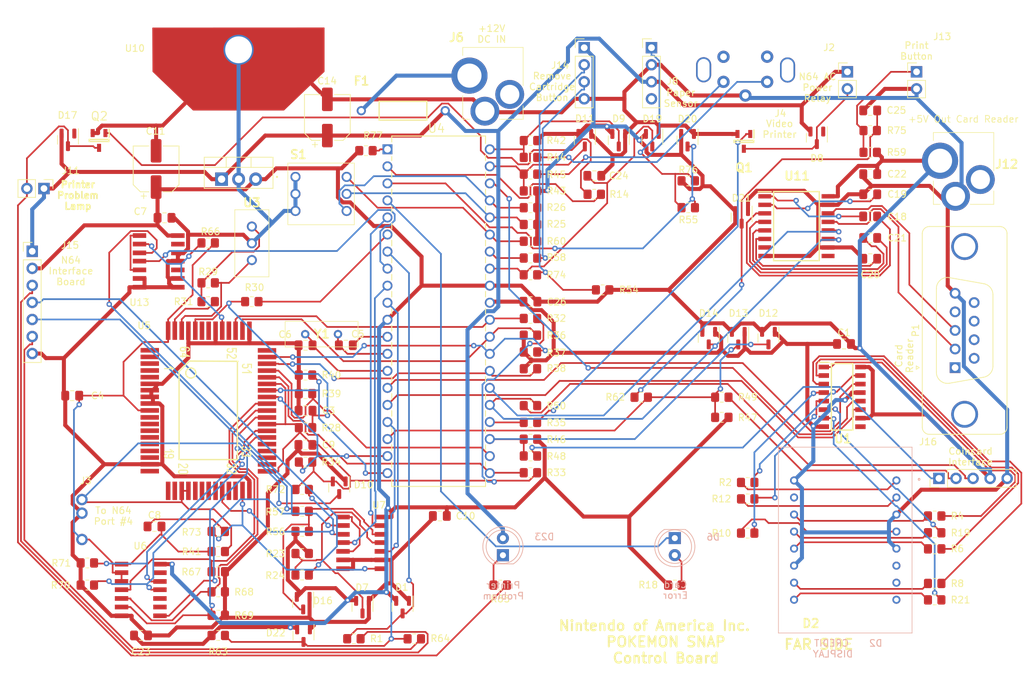
<source format=kicad_pcb>
(kicad_pcb (version 20221018) (generator pcbnew)
  (layers (0 "F.Cu" signal) (31 "B.Cu" signal) (34 "B.Paste" user) (35 "F.Paste" user) (36 "B.SilkS" user "B.Silkscreen") (37 "F.SilkS" user "F.Silkscreen") (38 "B.Mask" user) (39 "F.Mask" user) (44 "Edge.Cuts" user))
  (net 0 "")
  (net 1 "Net-(D6-A)")
  (net 2 "GND")
  (net 3 "VCC")
  (net 4 "CNT-NUS.E2")
  (net 5 "Net-(C8-Pad1)")
  (net 6 "ANODE_RDP")
  (net 7 "Net-(U1-QH)")
  (net 8 "Net-(D7-common)")
  (net 9 "Net-(J15-Pin_4)")
  (net 10 "DipSwitch.2")
  (net 11 "DipSwitch.3")
  (net 12 "CNT-NUS.VCC.Out")
  (net 13 "CNT-NUS.P60")
  (net 14 "Net-(R29-Pad1)")
  (net 15 "Net-(U5-OSC1)")
  (net 16 "CNT-NUS.Pin60")
  (net 17 "Net-(U5-OSC2)")
  (net 18 "CNT-NUS.E27")
  (net 19 "CNT-NUS.E16")
  (net 20 "CNT-NUS.E12")
  (net 21 "N64AC.Power.Relay")
  (net 22 "Net-(Q1-Pad1)")
  (net 23 "CNT-NUS.E29")
  (net 24 "CNT-NUS.E28")
  (net 25 "CNT-NUS.E30")
  (net 26 "CNT-NUS.E32")
  (net 27 "CNT-NUS.E13")
  (net 28 "N64_VCC")
  (net 29 "Net-(D10-common)")
  (net 30 "VideoPrinter.Data2")
  (net 31 "VideoPrinter.Data1")
  (net 32 "Net-(J4-Pin_4)")
  (net 33 "Net-(J4-Pin_2)")
  (net 34 "CoinCard.Pin1")
  (net 35 "Print.Button")
  (net 36 "Net-(J16-Pin_1)")
  (net 37 "Net-(J16-Pin_2)")
  (net 38 "Net-(J16-Pin_3)")
  (net 39 "RS232.T1_IN")
  (net 40 "Net-(J14-Pin_2)")
  (net 41 "Net-(J8-Pin_1)")
  (net 42 "Paper.Sensor")
  (net 43 "Net-(D16-common)")
  (net 44 "Net-(J15-Pin_5)")
  (net 45 "Remove.Cart.Light")
  (net 46 "Net-(J14-Pin_3)")
  (net 47 "Net-(J13-Pin_1)")
  (net 48 "DipSwitch.1")
  (net 49 "Net-(D21-common)")
  (net 50 "N64IB.P6")
  (net 51 "Net-(J15-Pin_6)")
  (net 52 "Net-(D23-A)")
  (net 53 "Net-(D17-common)")
  (net 54 "Net-(U13-1A)")
  (net 55 "Net-(U5-E11)")
  (net 56 "Net-(U5-E10)")
  (net 57 "Net-(U5-E9)")
  (net 58 "Net-(U5-E8)")
  (net 59 "Net-(U5-E7)")
  (net 60 "ANODE_G")
  (net 61 "Net-(U1-QG)")
  (net 62 "CNT-NUS.E20")
  (net 63 "Remove.Cart.Button")
  (net 64 "Net-(U4-~{MCLR{slash}VPP})")
  (net 65 "N64IB.P3")
  (net 66 "Net-(J15-Pin_3)")
  (net 67 "ANODE_A")
  (net 68 "Net-(U1-QA)")
  (net 69 "ANODE_B")
  (net 70 "Net-(U1-QB)")
  (net 71 "ANODE_C")
  (net 72 "Net-(U1-QC)")
  (net 73 "ANODE_D")
  (net 74 "Net-(U1-QD)")
  (net 75 "ANODE_E")
  (net 76 "Net-(U1-QE)")
  (net 77 "ANODE_F")
  (net 78 "Net-(U1-QF)")
  (net 79 "Net-(Q2-Pad1)")
  (net 80 "PrinterProblem.Lamp")
  (net 81 "Net-(U13-1Y)")
  (net 82 "Net-(U13-1B)")
  (net 83 "CNT-NUS.E25")
  (net 89 "Net-(U7-1Y)")
  (net 90 "HCT30-E20.Output")
  (net 91 "CNT-NUS.E2.Output")
  (net 92 "N64IB.P4-P5.Output")
  (net 93 "12V.VCC")
  (net 95 "Net-(D8-common)")
  (net 99 "Card.Error.Light")
  (net 100 "Net-(U4-VSS_2)")
  (net 101 "Net-(U4-OSC1{slash}CLKIN)")
  (net 102 "Net-(U4-OSC2{slash}CLKOUT)")
  (net 103 "HC595.SER")
  (net 104 "HC595.SRCLK")
  (net 105 "RS232.R1_Out")
  (net 106 "HC595.RCLK")
  (net 107 "Net-(U11-C1+)")
  (net 108 "Net-(U11-VS+)")
  (net 109 "Net-(U11-C1-)")
  (net 110 "Net-(U11-C2+)")
  (net 111 "Net-(U11-C2-)")
  (net 112 "Net-(U11-VS-)")
  (net 115 "Net-(U11-R1IN)")
  (net 116 "Net-(U11-T1OUT)")
  (net 117 "Net-(F1-Pad1)")
  (footprint "Capacitor_SMD:C_0805_2012Metric_Pad1.18x1.45mm_HandSolder" (layer "F.Cu") (at 99.241 123.7)
    (fp_text reference "C8")
    (fp_text value "100 nF 0805")
  )
  (footprint "Resistor_SMD:R_0805_2012Metric_Pad1.20x1.40mm_HandSolder" (layer "F.Cu") (at 155.23 78.694)
    (fp_text reference "R25")
    (fp_text value "10k Ohm")
  )
  (footprint "Resistor_SMD:R_0805_2012Metric_Pad1.20x1.40mm_HandSolder" (layer "F.Cu") (at 121.236 127.736)
    (fp_text reference "R23")
    (fp_text value "10k Ohm")
  )
  (footprint "Resistor_SMD:R_0805_2012Metric_Pad1.20x1.40mm_HandSolder" (layer "F.Cu") (at 113.734 90.195)
    (fp_text reference "R30")
    (fp_text value "470 Ohm")
  )
  (footprint "Resistor_SMD:R_0805_2012Metric_Pad1.20x1.40mm_HandSolder" (layer "F.Cu") (at 107.234 87.395)
    (fp_text reference "R29")
    (fp_text value "1M Ohm")
  )
  (footprint "Resistor_SMD:R_0805_2012Metric_Pad1.20x1.40mm_HandSolder" (layer "F.Cu") (at 155.231 76.196)
    (fp_text reference "R26")
    (fp_text value "10k Ohm")
  )
  (footprint "Resistor_SMD:R_0805_2012Metric_Pad1.20x1.40mm_HandSolder" (layer "F.Cu") (at 205.827 67.946)
    (fp_text reference "R59")
    (fp_text value "10k Ohm")
  )
  (footprint "Resistor_SMD:R_0805_2012Metric_Pad1.20x1.40mm_HandSolder" (layer "F.Cu") (at 121.235 121.439)
    (fp_text reference "R57")
    (fp_text value "100 Ohm")
  )
  (footprint "Resistor_SMD:R_0805_2012Metric_Pad1.20x1.40mm_HandSolder" (layer "F.Cu") (at 108.733 130.444)
    (fp_text reference "R67")
    (fp_text value "3.3k Ohm")
  )
  (footprint "N64_Controller:Barrel Connector 5 Pin" (layer "F.Cu") (at 187.305 55.923)
    (fp_text reference "J4")
    (fp_text value "Video Printer")
  )
  (footprint "Resistor_SMD:R_0805_2012Metric_Pad1.20x1.40mm_HandSolder" (layer "F.Cu") (at 178.732 76.194)
    (fp_text reference "R55")
    (fp_text value "100 Ohm")
  )
  (footprint "N64_Controller:CNT-NUS" (layer "F.Cu") (at 107.333 106.44 -90)
    (fp_text reference "U5")
    (fp_text value "CNT-NUS")
  )
  (footprint "Capacitor_SMD:C_0805_2012Metric_Pad1.18x1.45mm_HandSolder" (layer "F.Cu") (at 141.736 122.138)
    (fp_text reference "C10")
    (fp_text value "100 nF 0805")
  )
  (footprint "MountingHole:MountingHole_3.2mm_M3" (layer "F.Cu") (at 83.884 141.793)
    (fp_text reference "Hole3" hide)
    (fp_text value "MountingHole_3.2mm_M3")
  )
  (footprint "Resistor_SMD:R_0805_2012Metric_Pad1.20x1.40mm_HandSolder" (layer "F.Cu") (at 155.225 86.198 180)
    (fp_text reference "R74")
    (fp_text value "100 Ohm")
  )
  (footprint "N64_Controller:MAX232" (layer "F.Cu") (at 194.841 78.943)
    (fp_text reference "U11")
    (fp_text value "MAX232" hide)
  )
  (footprint "Capacitor_SMD:CP_Elec_6.3x3" (layer "F.Cu") (at 124.984 62.747 90)
    (fp_text reference "C14")
    (fp_text value "33uF 25VDC 6.3x3")
  )
  (footprint "Capacitor_SMD:C_0805_2012Metric_Pad1.18x1.45mm_HandSolder" (layer "F.Cu") (at 97.233 139.943)
    (fp_text reference "C23")
    (fp_text value "100 nF 0805")
  )
  (footprint "Resistor_SMD:R_0805_2012Metric_Pad1.20x1.40mm_HandSolder" (layer "F.Cu") (at 89.236 132.439)
    (fp_text reference "R70")
    (fp_text value "3.3k Ohm")
  )
  (footprint "Connector_Dsub:DSUB-9_Male_Vertical_P2.77x2.84mm_MountingHoles" (layer "F.Cu") (at 218.475 100.027 90)
    (fp_text reference "P1")
    (fp_text value "Card Reader")
  )
  (footprint "Connector_PinHeader_2.54mm:PinHeader_1x04_P2.54mm_Vertical" (layer "F.Cu") (at 163.235 52.35)
    (fp_text reference "J14")
    (fp_text value "Remove Cartridge Button")
  )
  (footprint "Package_TO_SOT_SMD:SOT-23" (layer "F.Cu") (at 168.383 66.1365 -90)
    (fp_text reference "D9")
    (fp_text value "SOT-23 BAV99 Switching Diode")
  )
  (footprint "Resistor_SMD:R_0805_2012Metric_Pad1.20x1.40mm_HandSolder" (layer "F.Cu") (at 155.231 71.195)
    (fp_text reference "R45")
    (fp_text value "100 Ohm")
  )
  (footprint "Capacitor_SMD:C_0805_2012Metric_Pad1.18x1.45mm_HandSolder" (layer "F.Cu") (at 121.737 106.441)
    (fp_text reference "C3")
    (fp_text value "100 nF 0805")
  )
  (footprint "N64_Controller:7805 Heatsink" (layer "F.Cu") (at 111.733 52.694)
    (fp_text reference "7805Gnd" hide)
    (fp_text value "7805 Heatsink")
  )
  (footprint "Resistor_SMD:R_0805_2012Metric_Pad1.20x1.40mm_HandSolder" (layer "F.Cu") (at 164.733 74.195)
    (fp_text reference "R14")
    (fp_text value "470 Ohm")
  )
  (footprint "clipboard:7697919f-6419-43a7-b7e4-faada51a4190" (layer "F.Cu") (at 118.587 49.402)
    (fp_text reference "")
    (fp_text value "")
  )
  (footprint "N64_Controller:PIC16C65A" (layer "F.Cu") (at 140.442 91.276)
    (fp_text reference "U4")
    (fp_text value "PIC16C65A-20_P" hide)
  )
  (footprint "Package_TO_SOT_THT:TO-220-3_Vertical" (layer "F.Cu") (at 109.232 71.944)
    (fp_text reference "U10")
    (fp_text value "LM7805_TO220")
  )
  (footprint "N64_Controller:Barrel Jack" (layer "F.Cu") (at 146.145 56.511)
    (fp_text reference "J6")
    (fp_text value "Barrel_Jack_Near_PIC" hide)
  )
  (footprint "Resistor_SMD:R_0805_2012Metric_Pad1.20x1.40mm_HandSolder" (layer "F.Cu") (at 130.73 67.695)
    (fp_text reference "R77")
    (fp_text value "100k Ohm")
  )
  (footprint "N64_Controller:Littlefuse" (layer "F.Cu") (at 130.039 61.739)
    (fp_text reference "F1")
    (fp_text value "Littlefuse LF 1.5A Fuse" hide)
  )
  (footprint "Resistor_SMD:R_0805_2012Metric_Pad1.20x1.40mm_HandSolder" (layer "F.Cu") (at 155.233 66.192)
    (fp_text reference "R42")
    (fp_text value "10k Ohm")
  )
  (footprint "Package_TO_SOT_SMD:SOT-23" (layer "F.Cu") (at 178.628 66.1385 -90)
    (fp_text reference "D20")
    (fp_text value "SOT-23 BAV99 Switching Diode")
  )
  (footprint "Capacitor_SMD:C_0805_2012Metric_Pad1.18x1.45mm_HandSolder" (layer "F.Cu") (at 164.741 71.439)
    (fp_text reference "C24")
    (fp_text value "100 nF 0805")
  )
  (footprint "Resistor_SMD:R_0805_2012Metric_Pad1.20x1.40mm_HandSolder" (layer "F.Cu") (at 108.735 127.444)
    (fp_text reference "R41")
    (fp_text value "1k Ohm")
  )
  (footprint "Resistor_SMD:R_0805_2012Metric_Pad1.20x1.40mm_HandSolder" (layer "F.Cu") (at 137.933 140.443)
    (fp_text reference "R64")
    (fp_text value "100 Ohm")
  )
  (footprint "Resistor_SMD:R_0805_2012Metric_Pad1.20x1.40mm_HandSolder" (layer "F.Cu") (at 155.232 81.197)
    (fp_text reference "R60")
    (fp_text value "10k Ohm")
  )
  (footprint "Resistor_SMD:R_0805_2012Metric_Pad1.20x1.40mm_HandSolder" (layer "F.Cu") (at 155.233 73.698)
    (fp_text reference "R43")
    (fp_text value "10k Ohm")
  )
  (footprint "Resistor_SMD:R_0805_2012Metric_Pad1.20x1.40mm_HandSolder" (layer "F.Cu") (at 187.582 119.593)
    (fp_text reference "R12")
    (fp_text value "2.2k Ohm")
  )
  (footprint "Connector_PinHeader_2.54mm:PinHeader_1x02_P2.54mm_Vertical" (layer "F.Cu") (at 202.433 55.946)
    (fp_text reference "J2")
    (fp_text value "N64 AC Power Relay")
  )
  (footprint "Package_TO_SOT_SMD:SOT-23" (layer "F.Cu") (at 130.217 135.7255 -90)
    (fp_text reference "D7")
    (fp_text value "SOT-23 BAV99 Switching Diode")
  )
  (footprint "MountingHole:MountingHole_3.2mm_M3" (layer "F.Cu") (at 83.883 55.346)
    (fp_text reference "Hole1" hide)
    (fp_text value "MountingHole_3.2mm_M3")
  )
  (footprint "Resistor_SMD:R_0805_2012Metric_Pad1.20x1.40mm_HandSolder" (layer "F.Cu") (at 176.73 132.444)
    (fp_text reference "R18")
    (fp_text value "470 Ohm")
  )
  (footprint "Connector_PinHeader_2.54mm:PinHeader_1x05_P2.54mm_Vertical" (layer "F.Cu") (at 216.069 116.535 90)
    (fp_text reference "J16")
    (fp_text value "Coincard Interface")
  )
  (footprint "Package_TO_SOT_SMD:SOT-23" (layer "F.Cu") (at 186.179 95.6375 -90)
    (fp_text reference "D13")
    (fp_text value "SOT-23 BAV99 Switching Diode")
  )
  (footprint "Resistor_SMD:R_0805_2012Metric_Pad1.20x1.40mm_HandSolder" (layer "F.Cu") (at 121.736 114.103)
    (fp_text reference "R34")
    (fp_text value "10k Ohm")
  )
  (footprint "Capacitor_SMD:C_0805_2012Metric_Pad1.18x1.45mm_HandSolder" (layer "F.Cu") (at 121.717 111.542)
    (fp_text reference "C9")
    (fp_text value "100 nF 0805")
  )
  (footprint "Capacitor_SMD:C_0805_2012Metric_Pad1.18x1.45mm_HandSolder" (layer "F.Cu") (at 205.821 77.494)
    (fp_text reference "C18")
    (fp_text value "100 nF 0805")
  )
  (footprint "MountingHole:MountingHole_3.2mm_M3" (layer "F.Cu") (at 221.08 55.346)
    (fp_text reference "Hole2" hide)
    (fp_text value "MountingHole_3.2mm_M3")
  )
  (footprint "Resistor_SMD:R_0805_2012Metric_Pad1.20x1.40mm_HandSolder" (layer "F.Cu") (at 121.235 124.434)
    (fp_text reference "R56")
    (fp_text value "10k Ohm")
  )
  (footprint "Resistor_SMD:R_0805_2012Metric_Pad1.20x1.40mm_HandSolder" (layer "F.Cu") (at 121.233 130.935)
    (fp_text reference "R24")
    (fp_text value "100 Ohm")
  )
  (footprint "N64_Controller:2mhz Resonator" (layer "F.Cu") (at 113.74 79 -90)
    (fp_text reference "U3")
    (fp_text value "2 MHz Resonator" hide)
  )
  (footprint "Package_TO_SOT_SMD:SOT-23" (layer "F.Cu") (at 121.434 139.9755 -90)
    (fp_text reference "D22")
    (fp_text value "SOT-23 BAV99 Switching Diode")
  )
  (footprint "Capacitor_SMD:C_0805_2012Metric_Pad1.18x1.45mm_HandSolder" (layer "F.Cu") (at 205.827 80.698)
    (fp_text reference "C21")
    (fp_text value "100 nF 0805")
  )
  (footprint "Package_TO_SOT_SMD:SOT-23" (layer "F.Cu") (at 121.384 135.1285 -90)
    (fp_text reference "D16")
    (fp_text value "SOT-23 BAV99 Switching Diode")
  )
  (footprint "Resistor_SMD:R_0805_2012Metric_Pad1.20x1.40mm_HandSolder" (layer "F.Cu") (at 108.734 139.944)
    (fp_text reference "R63")
    (fp_text value "10k Ohm")
  )
  (footprint "Resistor_SMD:R_0805_2012Metric_Pad1.20x1.40mm_HandSolder" (layer "F.Cu") (at 108.733 133.444)
    (fp_text reference "R68")
    (fp_text value "3.3k Ohm")
  )
  (footprint "Resistor_SMD:R_0805_2012Metric_Pad1.20x1.40mm_HandSolder" (layer "F.Cu") (at 155.23 115.695)
    (fp_text reference "R33")
    (fp_text value "10k Ohm")
  )
  (footprint "Capacitor_SMD:C_0805_2012Metric_Pad1.18x1.45mm_HandSolder" (layer "F.Cu") (at 201.929 96.5)
    (fp_text reference "C1")
    (fp_text value "100 nF 0805")
  )
  (footprint "Capacitor_SMD:C_0805_2012Metric_Pad1.18x1.45mm_HandSolder" (layer "F.Cu") (at 205.833 74.195)
    (fp_text reference "C19")
    (fp_text value "100 nF 0805")
  )
  (footprint "N64_Controller:3 Dip Switch" (layer "F.Cu") (at 124.174 74.116)
    (fp_text reference "S1")
    (fp_text value "A6FR-3101" hide)
  )
  (footprint "Resistor_SMD:R_0805_2012Metric_Pad1.20x1.40mm_HandSolder" (layer "F.Cu") (at 121.238 118.19)
    (fp_text reference "R72")
    (fp_text value "3.3k Ohm")
  )
  (footprint "N64_Controller:74HC595D" (layer "F.Cu") (at 201.647 104.386)
    (fp_text reference "U1")
    (fp_text value "74HC595" hide)
  )
  (footprint "Resistor_SMD:R_0805_2012Metric_Pad1.20x1.40mm_HandSolder" (layer "F.Cu") (at 155.233 95.196)
    (fp_text reference "R36")
    (fp_text value "10k Ohm")
  )
  (footprint "Resistor_SMD:R_0805_2012Metric_Pad1.20x1.40mm_HandSolder" (layer "F.Cu") (at 155.231 105.696)
    (fp_text reference "R50")
    (fp_text value "100 Ohm")
  )
  (footprint "Resistor_SMD:R_0805_2012Metric_Pad1.20x1.40mm_HandSolder" (layer "F.Cu") (at 183.731 107.439)
    (fp_text reference "R47")
    (fp_text value "1k Ohm")
  )
  (footprint "Resistor_SMD:R_0805_2012Metric_Pad1.20x1.40mm_HandSolder" (layer "F.Cu") (at 89.242 129.136)
    (fp_text reference "R71")
    (fp_text value "3.3k  Ohm")
  )
  (footprint "Resistor_SMD:R_0805_2012Metric_Pad1.20x1.40mm_HandSolder" (layer "F.Cu") (at 171.727 104.44)
    (fp_text reference "R62")
    (fp_text value "0 Ohm")
  )
  (footprint "Resistor_SMD:R_0805_2012Metric_Pad1.20x1.40mm_HandSolder" (layer "F.Cu") (at 108.734 124.443)
    (fp_text reference "R73")
    (fp_text value "3.3k Ohm")
  )
  (footprint "Resistor_SMD:R_0805_2012Metric_Pad1.20x1.40mm_HandSolder" (layer "F.Cu") (at 155.233 113.195)
    (fp_text reference "R48")
    (fp_text value "100 Ohm")
  )
  (footprint "Capacitor_SMD:C_0805_2012Metric_Pad1.18x1.45mm_HandSolder" (layer "F.Cu") (at 205.828 61.7)
    (fp_text reference "C25")
    (fp_text value "100 nF 0805")
  )
  (footprint "Resistor_SMD:R_0805_2012Metric_Pad1.20x1.40mm_HandSolder" (layer "F.Cu") (at 187.583 117.143)
    (fp_text reference "R2")
    (fp_text value "2.2k Ohm")
  )
  (footprint "Resistor_SMD:R_0805_2012Metric_Pad1.20x1.40mm_HandSolder" (layer "F.Cu") (at 155.231 68.695)
    (fp_text reference "R44")
    (fp_text value "100 Ohm")
  )
  (footprint "Capacitor_SMD:C_0805_2012Metric_Pad1.18x1.45mm_HandSolder" (layer "F.Cu") (at 205.833 83.797)
    (fp_text reference "C20")
    (fp_text value "100 nF 0805")
  )
  (footprint "MountingHole:MountingHole_3.2mm_M3" (layer "F.Cu") (at 221.083 141.794)
    (fp_text reference "Hole4" hide)
    (fp_text value "MountingHole_3.2mm_M3")
  )
  (footprint "Package_TO_SOT_SMD:SOT-23" (layer "F.Cu") (at 173.379 66.1355 -90)
    (fp_text reference "D19")
    (fp_text value "SOT-23 BAV99 Switching Diode")
  )
  (footprint "Resistor_SMD:R_0805_2012Metric_Pad1.20x1.40mm_HandSolder" (layer "F.Cu") (at 215.43 124.644)
    (fp_text reference "R19")
    (fp_text value "2.2k Ohm")
  )
  (footprint "Resistor_SMD:R_0805_2012Metric_Pad1.20x1.40mm_HandSolder" (layer "F.Cu") (at 121.733 101.136)
    (fp_text reference "R40")
    (fp_text value "10k Ohm")
  )
  (footprint "Resistor_SMD:R_0805_2012Metric_Pad1.20x1.40mm_HandSolder" (layer "F.Cu") (at 215.432 122.144)
    (fp_text reference "R4")
    (fp_text value "2.2k Ohm")
  )
  (footprint "Capacitor_SMD:C_0805_2012Metric_Pad1.18x1.45mm_HandSolder" (layer "F.Cu") (at 100.734 77.701)
    (fp_text reference "C7")
    (fp_text value "100 nF 0805")
  )
  (footprint "Resistor_SMD:R_0805_2012Metric_Pad1.20x1.40mm_HandSolder" (layer "F.Cu") (at 155.232 97.696)
    (fp_text reference "R37")
    (fp_text value "10k Ohm")
  )
  (footprint "Capacitor_SMD:C_0805_2012Metric_Pad1.18x1.45mm_HandSolder" (layer "F.Cu") (at 121.74 96.699)
    (fp_text reference "C6")
    (fp_text value "10 pF 0805")
  )
  (footprint "Connector_PinHeader_2.54mm:PinHeader_1x02_P2.54mm_Vertical" (layer "F.Cu") (at 212.732 55.945)
    (fp_text reference "J13")
    (fp_text value "Print Button")
  )
  (footprint "Resistor_SMD:R_0805_2012Metric_Pad1.20x1.40mm_HandSolder" (layer "F.Cu") (at 215.432 132.194)
    (fp_text reference "R8")
    (fp_text value "2.2k Ohm")
  )
  (footprint "Resistor_SMD:R_0805_2012Metric_Pad1.20x1.40mm_HandSolder" (layer "F.Cu") (at 108.736 136.936)
    (fp_text reference "R69")
    (fp_text value "3.3k Ohm")
  )
  (footprint "REF1329:74HC04M" (layer "F.Cu") (at 99.827 84.122 180)
    (fp_text reference "U13")
    (fp_text value "74HCT02D")
  )
  (footprint "Resistor_SMD:R_0805_2012Metric_Pad1.20x1.40mm_HandSolder" (layer "F.Cu") (at 155.228 110.694)
    (fp_text reference "R46")
    (fp_text value "1k Ohm")
  )
  (footprint "Connector_PinHeader_2.54mm:PinHeader_1x02_P2.54mm_Vertical" (layer "F.Cu") (at 82.781 73.336 -90)
    (fp_text reference "J11")
    (fp_text value "Printer Problem Lamp")
  )
  (footprint "N64_Controller:Barrel Jack" (layer "F.Cu") (at 216.232 69.197)
    (fp_text reference "J12")
    (fp_text value "Barrel_Jack_Near_Card_Reader" hide)
  )
  (footprint "Resistor_SMD:R_0805_2012Metric_Pad1.20x1.40mm_HandSolder" (layer "F.Cu") (at 187.58 124.691)
    (fp_text reference "R10")
    (fp_text value "2.2k Ohm")
  )
  (footprint "Resistor_SMD:R_0805_2012Metric_Pad1.20x1.40mm_HandSolder" (layer "F.Cu") (at 178.732 72.194)
    (fp_text reference "R76")
    (fp_text value "10k Ohm")
  )
  (footprint "REF1329:74HC04M" (layer "F.Cu") (at 130.135 126.068 180)
    (fp_text reference "U7")
    (fp_text value "74HCT02D")
  )
  (footprint "Capacitor_SMD:C_0805_2012Metric_Pad1.18x1.45mm_HandSolder" (layer "F.Cu") (at 127.736 96.694)
    (fp_text reference "C5")
    (fp_text value "10 pF 0805")
  )
  (footprint "N64_Controller:Fox200" (layer "F.Cu") (at 121.686 95.044)
    (fp_text reference "Y1")
    (fp_text value "Crystal" hide)
  )
  (footprint "Package_TO_SOT_SMD:SOT-23" (layer "F.Cu") (at 197.883 65.7825 -90)
    (fp_text reference "D8")
    (fp_text value "SOT-23 BAV99 Switching Diode")
  )
  (footprint "Resistor_SMD:R_0805_2012Metric_Pad1.20x1.40mm_HandSolder" (layer "F.Cu") (at 215.432 127.043)
    (fp_text reference "R6")
    (fp_text value "2.2k Ohm")
  )
  (footprint "Resistor_SMD:R_0805_2012Metric_Pad1.20x1.40mm_HandSolder" (layer "F.Cu") (at 155.228 100.197)
    (fp_text reference "R38")
    (fp_text value "10k Ohm")
  )
  (footprint "Package_TO_SOT_SMD:SOT-23" (layer "F.Cu") (at 126.75 117.9305 -90)
    (fp_text reference "D10")
    (fp_text value "SOT-23 BAV99 Switching Diode")
  )
  (footprint "Resistor_SMD:R_0805_2012Metric_Pad1.20x1.40mm_HandSolder" (layer "F.Cu") (at 155.23 108.194)
    (fp_text reference "R35")
    (fp_text value "470 Ohm")
  )
  (footprint "Resistor_SMD:R_0805_2012Metric_Pad1.20x1.40mm_HandSolder" (layer "F.Cu") (at 121.733 103.908)
    (fp_text reference "R39")
    (fp_text value "10k Ohm")
  )
  (footprint "N64_Controller:Q's NDS356AP" (layer "F.Cu") (at 187.011 66.312 -90)
    (fp_text reference "Q1")
    (fp_text value "NDS355AN" hide)
  )
  (footprint "N64_Controller:Controller Cord" (layer "F.Cu") (at 88.396 121.987)
    (fp_text reference "J3")
    (fp_text value "To N64 Port #4")
  )
  (footprint "Resistor_SMD:R_0805_2012Metric_Pad1.20x1.40mm_HandSolder" (layer "F.Cu") (at 215.432 134.644)
    (fp_text reference "R21")
    (fp_text value "2.2k Ohm")
  )
  (footprint "N64_Controller:Q's NDS356AP" (layer "F.Cu") (at 90.985 66.173 -90)
    (fp_text reference "Q2")
    (fp_text value "NDS355AN" hide)
  )
  (footprint "Resistor_SMD:R_0805_2012Metric_Pad1.20x1.40mm_HandSolder" (layer "F.Cu") (at 107.235 81.445)
    (fp_text reference "R66")
    (fp_text value "3.3k Ohm")
  )
  (footprint "Package_TO_SOT_SMD:SOT-23" (layer "F.Cu") (at 186.681 77.6335 -90)
    (fp_text reference "D21")
    (fp_text value "SOT-23 BAV99 Switching Diode")
  )
  (footprint "Package_TO_SOT_SMD:SOT-23" (layer "F.Cu") (at 190.675 95.6335 -90)
    (fp_text reference "D12")
    (fp_text value "SOT-23 BAV99 Switching Diode")
  )
  (footprint "Resistor_SMD:R_0805_2012Metric_Pad1.20x1.40mm_HandSolder" (layer "F.Cu") (at 165.981 88.439)
    (fp_text reference "R54")
    (fp_text value "10k Ohm")
  )
  (footprint "Package_TO_SOT_SMD:SOT-23" (layer "F.Cu") (at 163.329 66.1315 -90)
    (fp_text reference "D11")
    (fp_text value "SOT-23 BAV99 Switching Diode")
  )
  (footprint "Resistor_SMD:R_0805_2012Metric_Pad1.20x1.40mm_HandSolder" (layer "F.Cu") (at 121.736 108.98)
    (fp_text reference "R28")
    (fp_text value "100k Ohm")
  )
  (footprint "Resistor_SMD:R_0805_2012Metric_Pad1.20x1.40mm_HandSolder" (layer "F.Cu") (at 205.827 64.698)
    (fp_text reference "R75")
    (fp_text value "100 Ohm")
  )
  (footprint "Resistor_SMD:R_0805_2012Metric_Pad1.20x1.40mm_HandSolder" (layer "F.Cu") (at 155.228 83.699)
    (fp_text reference "R58")
    (fp_text value "470 Ohm")
  )
  (footprint "Capacitor_SMD:CP_Elec_6.3x3" (layer "F.Cu") (at 99.483 70.416 90)
    (fp_text reference "C11")
    (fp_text value "33uF 25 VDC 6.3x3")
  )
  (footprint "REF1329:74HC04M" (layer "F.Cu") (at 97.157 133.09 180)
    (fp_text reference "U6")
    (fp_text value "74HCT30D,652")
  )
  (footprint "Resistor_SMD:R_0805_2012Metric_Pad1.20x1.40mm_HandSolder" (layer "F.Cu") (at 183.729 104.441)
    (fp_text reference "R49")
    (fp_text value "100 Ohm")
  )
  (footprint "Resistor_SMD:R_0805_2012Metric_Pad1.20x1.40mm_HandSolder" (layer "F.Cu") (at 155.233 92.698)
    (fp_text reference "R32")
    (fp_text value "10k Ohm")
  )
  (footprint "Connector_PinHeader_2.54mm:PinHeader_1x07_P2.54mm_Vertical" (layer "F.Cu") (at 81.033 82.694)
    (fp_text reference "J15")
    (fp_text value "N64 Interface Board")
  )
  (footprint "Resistor_SMD:R_0805_2012Metric_Pad1.20x1.40mm_HandSolder" (layer "F.Cu") (at 107.233 90.195)
    (fp_text reference "R31")
    (fp_text value "5.6k Ohm")
  )
  (footprint "Package_TO_SOT_SMD:SOT-23" (layer "F.Cu") (at 181.782 95.6315 -90)
    (fp_text reference "D14")
    (fp_text value "SOT-23 BAV99 Switching Diode")
  )
  (footprint "Package_TO_SOT_SMD:SOT-23" (layer "F.Cu") (at 136.188 135.7265 -90)
    (fp_text reference "D1")
    (fp_text value "SOT-23 BAV99 Switching Diode")
  )
  (footprint "Resistor_SMD:R_0805_2012Metric_Pad1.20x1.40mm_HandSolder" (layer "F.Cu") (at 150.733 132.443)
    (fp_text reference "R65")
    (fp_text value "2.2k Ohm")
  )
  (footprint "Resistor_SMD:R_0805_2012Metric_Pad1.20x1.40mm_HandSolder" (layer "F.Cu") (at 128.936 140.436)
    (fp_text reference "R1")
    (fp_text value "0 Ohm")
  )
  (footprint "Connector_PinHeader_2.54mm:PinHeader_1x04_P2.54mm_Vertical" (layer "F.Cu") (at 173.256 52.352)
    (fp_text reference "J8")
    (fp_text value "Paper Sensor")
  )
  (footprint "Capacitor_SMD:C_0805_2012Metric_Pad1.18x1.45mm_HandSolder" (layer "F.Cu") (at 155.228 90.196)
    (fp_text reference "C26")
    (fp_text value "100 nF 0805")
  )
  (footprint "Capacitor_SMD:C_0805_2012Metric_Pad1.18x1.45mm_HandSolder" (layer "F.Cu") (at 86.987 104.201)
    (fp_text reference "C4")
    (fp_text value "100 nF 0805")
  )
  (footprint "Capacitor_SMD:C_0805_2012Metric_Pad1.18x1.45mm_HandSolder" (layer "F.Cu") (at 205.832 71.194)
    (fp_text reference "C22")
    (fp_text value "100 nF 0805")
  )
  (footprint "Package_TO_SOT_SMD:SOT-23" (layer "F.Cu") (at 86.353 66.0825 -90)
    (fp_text reference "D17")
    (fp_text value "SOT-23 BAV99 Switching Diode")
  )
  (footprint "N64_Controller:LTS3403LG" (layer "B.Cu") (at 202.581 125.572 180)
    (fp_text reference "D2")
    (fp_text value "LTS-3403" hide)
  )
  (footprint "LED_THT:LED_D5.0mm" (layer "B.Cu") (at 176.728 125.436 -90)
    (fp_text reference "D6")
    (fp_text value "5.0 mm Red LED ")
  )
  (footprint "LED_THT:LED_D5.0mm" (layer "B.Cu") (at 151.131 125.438 -90)
    (fp_text reference "D23")
    (fp_text value "5.0 mm Red LED")
  )
  (gr_line (start 76.233 149.444) (end 76.233 47.694) (stroke (width 0.002)) (layer "Edge.Cuts"))
  (gr_line (start 76.233 47.694) (end 228.733 47.694) (stroke (width 0.002)) (layer "Edge.Cuts"))
  (gr_line (start 228.733 47.694) (end 228.733 149.444) (stroke (width 0.002)) (layer "Edge.Cuts"))
  (gr_line (start 228.733 149.444) (end 76.233 149.444) (stroke (width 0.002)) (layer "Edge.Cuts"))
  (gr_text "Printer\nProblem" (at 151.193 133.262) (layer "B.SilkS") (effects (font (size 1 1)) (justify mirror)))
  (gr_text "Card\nError" (at 176.83 133.169) (layer "B.SilkS") (effects (font (size 1 1)) (justify mirror)))
  (gr_text "D2    CREDIT\n      DISPLAY" (at 202.557 141.903) (layer "B.SilkS") (effects (font (size 1 1)) (justify mirror)))
  (gr_text "To N64\nPort #4" (at 93.125 122.126) (layer "F.SilkS") (effects (font (size 1 1))))
  (gr_text "Nintendo of America Inc.\n   POKEMON SNAP\n   Control Board" (at 173.691 140.898) (layer "F.SilkS") (effects (font (size 1.5 1.5) (thickness 0.3))))
  (gr_text "Card\nReader" (at 210.902 98.262 90) (layer "F.SilkS") (effects (font (size 1 1))))
  (gr_text "Remove\nCartridge\nButton" (at 158.458 58.171) (layer "F.SilkS") (effects (font (size 1 1))))
  (gr_text "N64\nInterface\nBoard" (at 86.792 85.623) (layer "F.SilkS") (effects (font (size 1 1))))
  (gr_text "Video\nPrinter" (at 192.331 64.474) (layer "F.SilkS") (effects (font (size 1 1))))
  (gr_text "Print\nButton" (at 212.731 52.818) (layer "F.SilkS") (effects (font (size 1 1))))
  (gr_text "Paper\nSensor" (at 177.618 59.849) (layer "F.SilkS") (effects (font (size 1 1))))
  (gr_text "FAR SIDE" (at 198.171 141.276) (layer "F.SilkS") (effects (font (size 1.5 1.5) (thickness 0.3))))
  (gr_text "Coincard\nInterface" (at 220.771 113.287) (layer "F.SilkS") (effects (font (size 1 1))))
  (gr_text "+12V\nDC IN" (at 149.47 50.288) (layer "F.SilkS") (effects (font (size 1 1))))
  (gr_text "+5V Out Card Reader" (at 219.706 62.995) (layer "F.SilkS") (effects (font (size 1 1) (thickness 0.125))))
  (gr_text "Printer\nProblem\nLamp" (at 87.834 74.353) (layer "F.SilkS") (effects (font (size 1 1) (thickness 0.25))))
  (gr_text "N64 AC\nPower\nRelay" (at 197.972 58.282) (layer "F.SilkS") (effects (font (size 1 1))))
  (segment (start 177.73 128.978) (end 177.73 132.444) (width 0.25) (layer "F.Cu") (net 1))
  (segment (start 176.728 127.976) (end 177.73 128.978) (width 0.25) (layer "F.Cu") (net 1))
  (segment (start 154.233 95.196) (end 154.232 95.197) (width 0.6) (layer "F.Cu") (net 2))
  (segment (start 100.4054 114.4269) (end 102.2083 116.2298) (width 0.6) (layer "F.Cu") (net 2))
  (segment (start 208.0055 58.485) (end 204.7905 61.7) (width 0.6) (layer "F.Cu") (net 2))
  (segment (start 95.5077 88.8482) (end 95.5077 88.048) (width 0.6) (layer "F.Cu") (net 2))
  (segment (start 101.4198 86.739) (end 101.2186 86.5378) (width 0.6) (layer "F.Cu") (net 2))
  (segment (start 99.483 63.9652) (end 91.4179 63.9652) (width 0.6) (layer "F.Cu") (net 2))
  (segment (start 191.625 94.696) (end 192.9462 96.0171) (width 0.6) (layer "F.Cu") (net 2))
  (segment (start 134.5293 132.1803) (end 134.5293 128.685) (width 0.6) (layer "F.Cu") (net 2))
  (segment (start 120.542 112.3681) (end 120.6795 112.3681) (width 0.6) (layer "F.Cu") (net 2))
  (segment (start 101.4198 87.4989) (end 101.4198 86.739) (width 0.6) (layer "F.Cu") (net 2))
  (segment (start 109.9043 130.444) (end 116.1269 124.2214) (width 0.6) (layer "F.Cu") (net 2))
  (segment (start 224.5427 118.2213) (end 226.229 116.535) (width 0.6) (layer "F.Cu") (net 2))
  (segment (start 102.723 84.157) (end 101.2227 84.157) (width 0.6) (layer "F.Cu") (net 2))
  (segment (start 97.008 88.048) (end 95.5077 88.048) (width 0.6) (layer "F.Cu") (net 2))
  (segment (start 192.9462 96.0171) (end 193.429 96.5) (width 0.6) (layer "F.Cu") (net 2))
  (segment (start 157.5528 98.9445) (end 155.4805 98.9445) (width 0.6) (layer "F.Cu") (net 2))
  (segment (start 102.723 83.3654) (end 102.723 84.157) (width 0.6) (layer "F.Cu") (net 2))
  (segment (start 87.0642 119.1339) (end 91.7701 114.428) (width 0.6) (layer "F.Cu") (net 2))
  (segment (start 156.8696 91.4626) (end 158.6854 93.2784) (width 0.6) (layer "F.Cu") (net 2))
  (segment (start 149.176 90.353) (end 149.333 90.196) (width 0.6) (layer "F.Cu") (net 2))
  (segment (start 104.29 98.5603) (end 104.29 96.4037) (width 0.6) (layer "F.Cu") (net 2))
  (segment (start 169.2235 59.97) (end 169.2235 61.6656) (width 0.6) (layer "F.Cu") (net 2))
  (segment (start 158.6854 97.8119) (end 157.5528 98.9445) (width 0.6) (layer "F.Cu") (net 2))
  (segment (start 101.9709 88.05) (end 101.4198 87.4989) (width 0.6) (layer "F.Cu") (net 2))
  (segment (start 98.534 114.428) (end 100.4043 114.428) (width 0.6) (layer "F.Cu") (net 2))
  (segment (start 187.4596 97.2832) (end 187.129 97.2832) (width 0.6) (layer "F.Cu") (net 2))
  (segment (start 104.24 80.2214) (end 104.24 79.7578) (width 0.6) (layer "F.Cu") (net 2))
  (segment (start 101.3755 139.943) (end 102.5759 138.7426) (width 0.6) (layer "F.Cu") (net 2))
  (segment (start 133.029 128.685) (end 131.5287 128.685) (width 0.6) (layer "F.Cu") (net 2))
  (segment (start 204.7945 71.194) (end 204.7945 71.686) (width 0.6) (layer "F.Cu") (net 2))
  (segment (start 102.5759 138.7426) (end 107.8154 138.7426) (width 0.6) (layer "F.Cu") (net 2))
  (segment (start 120.4072 96.4037) (end 120.7025 96.699) (width 0.6) (layer "F.Cu") (net 2))
  (segment (start 98.7678 104.387) (end 99.0036 104.387) (width 0.6) (layer "F.Cu") (net 2))
  (segment (start 191.1463 97.817) (end 187.9934 97.817) (width 0.6) (layer "F.Cu") (net 2))
  (segment (start 88.434 121.721) (end 87.0642 120.3512) (width 0.6) (layer "F.Cu") (net 2))
  (segment (start 169.2235 59.97) (end 164.5853 59.97) (width 0.6) (layer "F.Cu") (net 2))
  (segment (start 87.0642 120.3512) (end 87.0642 119.1339) (width 0.6) (layer "F.Cu") (net 2))
  (segment (start 192.9462 96.0171) (end 191.1463 97.817) (width 0.6) (layer "F.Cu") (net 2))
  (segment (start 113.374 118.391) (end 113.374 116.8774) (width 0.6) (layer "F.Cu") (net 2))
  (segment (start 171.01 63.4521) (end 173.8215 63.4521) (width 0.6) (layer "F.Cu") (net 2))
  (segment (start 196.8202 83.388) (end 190.129 83.388) (width 0.6) (layer "F.Cu") (net 2))
  (segment (start 186.061 65.212) (end 185.2607 65.212) (width 0.6) (layer "F.Cu") (net 2))
  (segment (start 204.7955 83.797) (end 203.1165 82.118) (width 0.6) (layer "F.Cu") (net 2))
  (segment (start 198.0902 82.118) (end 196.8202 83.388) (width 0.6) (layer "F.Cu") (net 2))
  (segment (start 85.7467 98.6092) (end 85.7467 103.9982) (width 0.6) (layer "F.Cu") (net 2))
  (segment (start 98.533 104.387) (end 98.7678 104.387) (width 0.6) (layer "F.Cu") (net 2))
  (segment (start 101.2186 86.5378) (end 101.2186 84.1611) (width 0.6) (layer "F.Cu") (net 2))
  (segment (start 120.733 96.7295) (end 120.7025 96.699) (width 0.6) (layer "F.Cu") (net 2))
  (segment (start 188.9146 73.6726) (end 195.9948 73.6726) (width 0.6) (layer "F.Cu") (net 2))
  (segment (start 81.033 97.934) (end 82.3833 97.934) (width 0.6) (layer "F.Cu") (net 2))
  (segment (start 213.4327 118.2213) (end 224.5427 118.2213) (width 0.6) (layer "F.Cu") (net 2))
  (segment (start 97.7582 86.74) (end 97.7582 88.048) (width 0.6) (layer "F.Cu") (net 2))
  (segment (start 109.733 136.936) (end 109.733 133.444) (width 0.6) (layer "F.Cu") (net 2))
  (segment (start 88.434 121.721) (end 87.0559 123.0991) (width 0.6) (layer "F.Cu") (net 2))
  (segment (start 109.733 136.936) (end 109.736 136.936) (width 0.6) (layer "F.Cu") (net 2))
  (segment (start 104.24 80.2214) (end 112.4614 80.2214) (width 0.6) (layer "F.Cu") (net 2))
  (segment (start 116.1269 124.2214) (end 116.1269 118.7106) (width 0.6) (layer "F.Cu") (net 2))
  (segment (start 187.9934 97.817) (end 187.4596 97.2832) (width 0.6) (layer "F.Cu") (net 2))
  (segment (start 97.7562 86.738) (end 97.7582 86.74) (width 0.6) (layer "F.Cu") (net 2))
  (segment (start 113.379 94.526) (end 113.379 96.3963) (width 0.6) (layer "F.Cu") (net 2))
  (segment (start 102.721 88.05) (end 101.9709 88.05) (width 0.6) (layer "F.Cu") (net 2))
  (segment (start 155.4571 91.4626) (end 156.8696 91.4626) (width 0.6) (layer "F.Cu") (net 2))
  (segment (start 187.239 59.474) (end 179.1883 59.474) (width 0.6) (layer "F.Cu") (net 2))
  (segment (start 94.338 137.016) (end 95.8383 137.016) (width 0.6) (layer "F.Cu") (net 2))
  (segment (start 122.334 137.3056) (end 122.334 134.191) (width 0.6) (layer "F.Cu") (net 2))
  (segment (start 197.4508 108.831) (end 197.3579 108.7381) (width 0.6) (layer "F.Cu") (net 2))
  (segment (start 102.721 86.739) (end 101.4198 86.739) (width 0.6) (layer "F.Cu") (net 2))
  (segment (start 113.379 96.4037) (end 108.334 96.4037) (width 0.6) (layer "F.Cu") (net 2))
  (segment (start 99.9885 105.379) (end 99.0036 105.379) (width 0.6) (layer "F.Cu") (net 2))
  (segment (start 97.006 86.738) (end 97.7562 86.738) (width 0.6) (layer "F.Cu") (net 2))
  (segment (start 173.256 54.892) (end 174.6063 54.892) (width 0.6) (layer "F.Cu") (net 2))
  (segment (start 109.736 136.936) (end 110.1056 137.3056) (width 0.6) (layer "F.Cu") (net 2))
  (segment (start 103.1574 82.931) (end 103.5928 82.931) (width 0.6) (layer "F.Cu") (net 2))
  (segment (start 163.235 59.97) (end 161.8847 59.97) (width 0.6) (layer "F.Cu") (net 2))
  (segment (start 146.681 60.047) (end 124.984 60.047) (width 0.6) (layer "F.Cu") (net 2))
  (segment (start 82.3833 97.934) (end 83.0585 98.6092) (width 0.6) (layer "F.Cu") (net 2))
  (segment (start 198.922 108.831) (end 197.4508 108.831) (width 0.6) (layer "F.Cu") (net 2))
  (segment (start 122.9485 138.4735) (end 122.384 139.038) (width 0.6) (layer "F.Cu") (net 2))
  (segment (start 116.1269 118.7106) (end 119.0473 115.7902) (width 0.6) (layer "F.Cu") (net 2))
  (segment (start 99.4692 102.446) (end 100.4043 102.446) (width 0.6) (layer "F.Cu") (net 2))
  (segment (start 154.232 95.197) (end 154.232 97.696) (width 0.6) (layer "F.Cu") (net 2))
  (segment (start 183.0882 97.8119) (end 183.6353 97.2648) (width 0.6) (layer "F.Cu") (net 2))
  (segment (start 199.553 75.768) (end 198.4838 75.768) (width 0.6) (layer "F.Cu") (net 2))
  (segment (start 183.6353 97.2648) (end 184.6439 98.2734) (width 0.6) (layer "F.Cu") (net 2))
  (segment (start 183.6353 97.2648) (end 183.6353 95.5973) (width 0.6) (layer "F.Cu") (net 2))
  (segment (start 217.3749 75.6541) (end 214.6618 72.941) (width 0.6) (layer "F.Cu") (net 2))
  (segment (start 128.8173 128.685) (end 128.8163 128.686) (width 0.6) (layer "F.Cu") (net 2))
  (segment (start 154.1905 90.196) (end 155.4571 91.4626) (width 0.6) (layer "F.Cu") (net 2))
  (segment (start 100.4043 102.446) (end 104.29 98.5603) (width 0.6) (layer "F.Cu") (net 2))
  (segment (start 102.1832 77.701) (end 101.7715 77.701) (width 0.6) (layer "F.Cu") (net 2))
  (segment (start 169.2235 58.9245) (end 169.2235 59.97) (width 0.6) (layer "F.Cu") (net 2))
  (segment (start 110.1056 137.3056) (end 122.334 137.3056) (width 0.6) (layer "F.Cu") (net 2))
  (segment (start 108.334 94.523) (end 108.334 96.3933) (width 0.6) (layer "F.Cu") (net 2))
  (segment (start 134.5293 128.685) (end 140.6985 122.5158) (width 0.6) (layer "F.Cu") (net 2))
  (segment (start 100.4054 105.7959) (end 99.9885 105.379) (width 0.6) (layer "F.Cu") (net 2))
  (segment (start 217.3749 87.8469) (end 217.3749 75.6541) (width 0.6) (layer "F.Cu") (net 2))
  (segment (start 107.8154 138.7426) (end 109.622 136.936) (width 0.6) (layer "F.Cu") (net 2))
  (segment (start 102.2083 116.2298) (end 112.7264 116.2298) (width 0.6) (layer "F.Cu") (net 2))
  (segment (start 187.129 97.2832) (end 187.129 94.7) (width 0.6) (layer "F.Cu") (net 2))
  (segment (start 174.329 63.9596) (end 178.3366 63.9596) (width 0.6) (layer "F.Cu") (net 2))
  (segment (start 92.819 137.016) (end 94.338 137.016) (width 0.6) (layer "F.Cu") (net 2))
  (segment (start 134.5293 132.1803) (end 133.7747 132.1803) (width 0.6) (layer "F.Cu") (net 2))
  (segment (start 199.553 75.768) (end 201.0158 75.768) (width 0.6) (layer "F.Cu") (net 2))
  (segment (start 202.0847 104.8617) (end 203.0967 103.8497) (width 0.6) (layer "F.Cu") (net 2))
  (segment (start 131.167 137.3942) (end 130.6393 137.9219) (width 0.6) (layer "F.Cu") (net 2))
  (segment (start 88.242 132.439) (end 92.819 137.016) (width 0.6) (layer "F.Cu") (net 2))
  (segment (start 197.3579 108.7381) (end 196.4684 107.8486) (width 0.6) (layer "F.Cu") (net 2))
  (segment (start 158.6854 97.8119) (end 183.0882 97.8119) (width 0.6) (layer "F.Cu") (net 2))
  (segment (start 104.24 79.7578) (end 102.1832 77.701) (width 0.6) (layer "F.Cu") (net 2))
  (segment (start 90.8353 64.5478) (end 90.8353 65.073) (width 0.6) (layer "F.Cu") (net 2))
  (segment (start 212.732 58.485) (end 208.0055 58.485) (width 0.6) (layer "F.Cu") (net 2))
  (segment (start 97.7582 88.048) (end 101.2187 88.048) (width 0.6) (layer "F.Cu") (net 2))
  (segment (start 179.1883 59.474) (end 174.6063 54.892) (width 0.6) (layer "F.Cu") (net 2))
  (segment (start 169.2235 61.6656) (end 171.01 63.4521) (width 0.6) (layer "F.Cu") (net 2))
  (segment (start 186.1388 98.2734) (end 187.129 97.2832) (width 0.6) (layer "F.Cu") (net 2))
  (segment (start 101.2187 88.048) (end 101.2207 88.05) (width 0.6) (layer "F.Cu") (net 2))
  (segment (start 97.008 88.048) (end 97.7582 88.048) (width 0.6) (layer "F.Cu") (net 2))
  (segment (start 128.8163 129.994) (end 128.8163 128.686) (width 0.6) (layer "F.Cu") (net 2))
  (segment (start 167.45 68.365) (end 167.45 69.7675) (width 0.6) (layer "F.Cu") (net 2))
  (segment (start 98.2705 139.943) (end 101.3755 139.943) (width 0.6) (layer "F.Cu") (net 2))
  (segment (start 85.7467 103.9982) (end 85.9495 104.201) (width 0.6) (layer "F.Cu") (net 2))
  (segment (start 171.01 63.522) (end 169.333 65.199) (width 0.6) (layer "F.Cu") (net 2))
  (segment (start 203.0967 103.8497) (end 203.0967 103.751) (width 0.6) (layer "F.Cu") (net 2))
  (segment (start 120.6995 103.9415) (end 120.733 103.908) (width 0.6) (layer "F.Cu") (net 2))
  (segment (start 159.8868 61.9679) (end 148.6019 61.9679) (width 0.6) (layer "F.Cu") (net 2))
  (segment (start 91.4179 63.9652) (end 90.8353 64.5478) (width 0.6) (layer "F.Cu") (net 2))
  (segment (start 88.242 132.439) (end 88.236 132.439) (width 0.6) (layer "F.Cu") (net 2))
  (segment (start 209.732 121.922) (end 213.4327 118.2213) (width 0.6) (layer "F.Cu") (net 2))
  (segment (start 83.0585 98.6092) (end 85.7467 98.6092) (width 0.6) (layer "F.Cu") (net 2))
  (segment (start 178.3366 63.9596) (end 179.578 65.201) (width 0.6) (layer "F.Cu") (net 2))
  (segment (start 127.314 128.684) (end 128.8143 128.684) (width 0.6) (layer "F.Cu") (net 2))
  (segment (start 163.235 59.97) (end 164.5853 59.97) (width 0.6) (layer "F.Cu") (net 2))
  (segment (start 113.379 96.3963) (end 113.379 96.4037) (width 0.6) (layer "F.Cu") (net 2))
  (segment (start 85.7467 98.6092) (end 95.5077 88.8482) (width 0.6) (layer "F.Cu") (net 2))
  (segment (start 117.599 52.662) (end 111.766 52.662) (width 0.6) (layer "F.Cu") (net 2))
  (segment (start 108.334 96.4037) (end 108.334 96.3933) (width 0.6) (layer "F.Cu") (net 2))
  (segment (start 99.4692 102.9264) (end 99.4692 102.446) (width 0.6) (layer "F.Cu") (net 2))
  (segment (start 85.9495 108.6074) (end 91.7701 114.428) (width 0.6) (layer "F.Cu") (net 2))
  (segment (start 202.5888 74.195) (end 201.0158 75.768) (width 0.6) (layer "F.Cu") (net 2))
  (segment (start 174.329 63.9596) (end 174.329 65.198) (width 0.6) (layer "F.Cu") (net 2))
  (segment (start 112.4614 80.2214) (end 113.74 81.5) (width 0.6) (layer "F.Cu") (net 2))
  (segment (start 113.379 96.4037) (end 120.4072 96.4037) (width 0.6) (layer "F.Cu") (net 2))
  (segment (start 99.0036 105.379) (end 99.0036 104.387) (width 0.6) (layer "F.Cu") (net 2))
  (segment (start 130.6393 137.9219) (end 122.9485 137.9219) (width 0.6) (layer "F.Cu") (net 2))
  (segment (start 204.7955 74.195) (end 202.5888 74.195) (width 0.6) (layer "F.Cu") (net 2))
  (segment (start 98.7678 103.394) (end 98.7678 104.387) (width 0.6) (layer "F.Cu") (net 2))
  (segment (start 109.733 130.444) (end 109.9043 130.444) (width 0.6) (layer "F.Cu") (net 2))
  (segment (start 123.5434 112.8364) (end 127.7 116.993) (width 0.6) (layer "F.Cu") (net 2))
  (segment (start 122.334 137.3074) (end 122.334 137.3056) (width 0.6) (layer "F.Cu") (net 2))
  (segment (start 199.553 82.118) (end 198.0902 82.118) (width 0.6) (layer "F.Cu") (net 2))
  (segment (start 91.7701 114.428) (end 98.534 114.428) (width 0.6) (layer "F.Cu") (net 2))
  (segment (start 121.1478 112.8364) (end 123.5434 112.8364) (width 0.6) (layer "F.Cu") (net 2))
  (segment (start 204.372 103.751) (end 203.0967 103.751) (width 0.6) (layer "F.Cu") (net 2))
  (segment (start 98.534 103.394) (end 98.7678 103.394) (width 0.6) (layer "F.Cu") (net 2))
  (segment (start 127.316 129.994) (end 128.8163 129.994) (width 0.6) (layer "F.Cu") (net 2))
  (segment (start 98.536 105.379) (end 99.0036 105.379) (width 0.6) (layer "F.Cu") (net 2))
  (segment (start 108.334 96.4037) (end 104.29 96.4037) (width 0.6) (layer "F.Cu") (net 2))
  (segment (start 124.984 60.047) (end 117.599 52.662) (width 0.6) (layer "F.Cu") (net 2))
  (segment (start 161.8847 59.97) (end 159.8868 61.9679) (width 0.6) (layer "F.Cu") (net 2))
  (segment (start 120.6995 106.441) (end 120.6995 103.9415) (width 0.6) (layer "F.Cu") (net 2))
  (segment (start 148.6019 61.9679) (end 148.445 61.811) (width 0.6) (layer "F.Cu") (net 2))
  (segment (start 137.138 134.789) (end 134.5293 132.1803) (width 0.6) (layer "F.Cu") (net 2))
  (segment (start 193.429 96.5) (end 196.4684 96.5) (width 0.6) (layer "F.Cu") (net 2))
  (segment (start 99.0016 103.394) (end 99.4692 102.9264) (width 0.6) (layer "F.Cu") (net 2))
  (segment (start 155.4805 98.9445) (end 154.232 97.696) (width 0.6) (layer "F.Cu") (net 2))
  (segment (start 98.7678 103.394) (end 99.0016 103.394) (width 0.6) (layer "F.Cu") (net 2))
  (segment (start 90.035 65.073) (end 90.8353 65.073) (width 0.6) (layer "F.Cu") (net 2))
  (segment (start 198.0902 82.118) (end 198.0902 75.768) (width 0.6) (layer "F.Cu") (net 2))
  (segment (start 104.24 82.2838) (end 104.24 80.2214) (width 0.6) (layer "F.Cu") (net 2))
  (segment (start 179.578 65.201) (end 185.2497 65.201) (width 0.6) (layer "F.Cu") (net 2))
  (segment (start 195.9948 73.6726) (end 198.0902 75.768) (width 0.6) (layer "F.Cu") (net 2))
  (segment (start 187.631 74.9562) (end 188.9146 73.6726) (width 0.6) (layer "F.Cu") (net 2))
  (segment (start 203.1165 82.118) (end 199.553 82.118) (width 0.6) (layer "F.Cu") (net 2))
  (segment (start 217.3749 75.6541) (end 218.532 74.497) (width 0.6) (layer "F.Cu") (net 2))
  (segment (start 131.167 134.788) (end 131.167 137.3942) (width 0.6) (layer "F.Cu") (net 2))
  (segment (start 128.8163 128.686) (end 128.8143 128.684) (width 0.6) (layer "F.Cu") (net 2))
  (segment (start 173.8215 63.4521) (end 174.329 63.9596) (width 0.6) (layer "F.Cu") (net 2))
  (segment (start 100.4628 63.9652) (end 99.483 63.9652) (width 0.6) (layer "F.Cu") (net 2))
  (segment (start 148.445 61.811) (end 146.681 60.047) (width 0.6) (layer "F.Cu") (net 2))
  (segment (start 200.8915 96.5) (end 196.4684 96.5) (width 0.6) (layer "F.Cu") (net 2))
  (segment (start 119.0473 113.8628) (end 120.542 112.3681) (width 0.6) (layer "F.Cu") (net 2))
  (segment (start 140.6985 122.5158) (end 140.6985 122.138) (width 0.6) (layer "F.Cu") (net 2))
  (segment (start 101.2186 84.1611) (end 101.2227 84.157) (width 0.6) (layer "F.Cu") (net 2))
  (segment (start 95.8383 137.5108) (end 98.2705 139.943) (width 0.6) (layer "F.Cu") (net 2))
  (segment (start 218.475 88.947) (end 217.3749 87.8469) (width 0.6) (layer "F.Cu") (net 2))
  (segment (start 103.1574 82.931) (end 102.723 83.3654) (width 0.6) (layer "F.Cu") (net 2))
  (segment (start 109.622 136.936) (end 109.733 136.936) (width 0.6) (layer "F.Cu") (net 2))
  (segment (start 185.2497 65.201) (end 185.2607 65.212) (width 0.6) (layer "F.Cu") (net 2))
  (segment (start 187.631 76.696) (end 187.631 74.9562) (width 0.6) (layer "F.Cu") (net 2))
  (segment (start 155.4805 98.9445) (end 154.228 100.197) (width 0.6) (layer "F.Cu") (net 2))
  (segment (start 196.4684 107.8486) (end 196.4684 96.5) (width 0.6) (layer "F.Cu") (net 2))
  (segment (start 169.333 65.199) (end 169.333 67.7968) (width 0.6) (layer "F.Cu") (net 2))
  (segment (start 119.0473 115.7902) (end 119.0473 113.8628) (width 0.6) (layer "F.Cu") (net 2))
  (segment (start 104.29 96.4037) (end 104.29 96.3933) (width 0.6) (layer "F.Cu") (net 2))
  (segment (start 133.029 128.685) (end 134.5293 128.685) (width 0.6) (layer "F.Cu") (net 2))
  (segment (start 131.5287 128.685) (end 128.8173 128.685) (width 0.6) (layer "F.Cu") (net 2))
  (segment (start 85.9495 104.201) (end 85.9495 108.6074) (width 0.6) (layer "F.Cu") (net 2))
  (segment (start 171.01 63.4521) (end 171.01 63.522) (width 0.6) (layer "F.Cu") (net 2))
  (segment (start 88.242 132.439) (end 88.242 129.136) (width 0.6) (layer "F.Cu") (net 2))
  (segment (start 111.766 52.662) (end 100.4628 63.9652) (width 0.6) (layer "F.Cu") (net 2))
  (segment (start 87.0559 127.9499) (end 88.242 129.136) (width 0.6) (layer "F.Cu") (net 2))
  (segment (start 102.722 82.931) (end 103.1574 82.931) (width 0.6) (layer "F.Cu") (net 2))
  (segment (start 167.45 69.7675) (end 165.7785 71.439) (width 0.6) (layer "F.Cu") (net 2))
  (segment (start 164.279 65.194) (end 167.45 68.365) (width 0.6) (layer "F.Cu") (net 2))
  (segment (start 122.9485 137.9219) (end 122.9485 138.4735) (width 0.6) (layer "F.Cu") (net 2))
  (segment (start 103.5928 82.931) (end 104.24 82.2838) (width 0.6) (layer "F.Cu") (net 2))
  (segment (start 98.534 102.446) (end 99.4692 102.446) (width 0.6) (layer "F.Cu") (net 2))
  (segment (start 122.9485 137.9219) (end 122.334 137.3074) (width 0.6) (layer "F.Cu") (net 2))
  (segment (start 133.7747 132.1803) (end 131.167 134.788) (width 0.6) (layer "F.Cu") (net 2))
  (segment (start 214.6618 72.941) (end 206.0495 72.941) (width 0.6) (layer "F.Cu") (net 2))
  (segment (start 183.6353 95.5973) (end 182.732 94.694) (width 0.6) (layer "F.Cu") (net 2))
  (segment (start 120.6795 112.3681) (end 120.6795 111.542) (width 0.6) (layer "F.Cu") (net 2))
  (segment (start 101.9709 88.05) (end 101.2207 88.05) (width 0.6) (layer "F.Cu") (net 2))
  (segment (start 99.483 63.9652) (end 99.483 67.716) (width 0.6) (layer "F.Cu") (net 2))
  (segment (start 173.256 54.892) (end 169.2235 58.9245) (width 0.6) (layer "F.Cu") (net 2))
  (segment (start 204.7945 71.686) (end 206.0495 72.941) (width 0.6) (layer "F.Cu") (net 2))
  (segment (start 120.733 101.136) (end 120.733 96.7295) (width 0.6) (layer "F.Cu") (net 2))
  (segment (start 184.6439 98.2734) (end 186.1388 98.2734) (width 0.6) (layer "F.Cu") (net 2))
  (segment (start 149.333 90.196) (end 154.1905 90.196) (width 0.6) (layer "F.Cu") (net 2))
  (segment (start 206.0495 72.941) (end 204.7955 74.195) (width 0.6) (layer "F.Cu") (net 2))
  (segment (start 100.4054 114.4269) (end 100.4054 105.7959) (width 0.6) (layer "F.Cu") (net 2))
  (segment (start 95.8383 137.016) (end 95.8383 137.5108) (width 0.6) (layer "F.Cu") (net 2))
  (segment (start 169.333 67.7968) (end 168.7648 68.365) (width 0.6) (layer "F.Cu") (net 2))
  (segment (start 100.4043 114.428) (end 100.4054 114.4269) (width 0.6) (layer "F.Cu") (net 2))
  (segment (start 168.7648 68.365) (end 167.45 68.365) (width 0.6) (layer "F.Cu") (net 2))
  (segment (start 120.733 103.908) (end 120.733 101.136) (width 0.6) (layer "F.Cu") (net 2))
  (segment (start 87.0559 123.0991) (end 87.0559 127.9499) (width 0.6) (layer "F.Cu") (net 2))
  (segment (start 158.6854 93.2784) (end 158.6854 97.8119) (width 0.6) (layer "F.Cu") (net 2))
  (segment (start 120.6795 112.3681) (end 121.1478 112.8364) (width 0.6) (layer "F.Cu") (net 2))
  (segment (start 112.7264 116.2298) (end 113.374 116.8774) (width 0.6) (layer "F.Cu") (net 2))
  (segment (start 104.29 94.523) (end 104.29 96.3933) (width 0.6) (layer "F.Cu") (net 2))
  (segment (start 109.733 133.444) (end 109.733 130.444) (width 0.6) (layer "F.Cu") (net 2))
  (segment (start 198.4838 75.768) (end 198.0902 75.768) (width 0.6) (layer "F.Cu") (net 2))
  (via (at 197.3579 108.7381) (size 0.8) (drill 0.4) (layers "F.Cu" "B.Cu") (net 2))
  (via (at 202.0847 104.8617) (size 0.8) (drill 0.4) (layers "F.Cu" "B.Cu") (net 2))
  (segment (start 111.772 71.944) (end 111.772 73.4443) (width 0.6) (layer "B.Cu") (net 2))
  (segment (start 187.239 59.474) (end 187.6014 59.8364) (width 0.6) (layer "B.Cu") (net 2))
  (segment (start 116.7839 78.4561) (end 113.74 81.5) (width 0.6) (layer "B.Cu") (net 2))
  (segment (start 187.6014 59.8364) (end 212.7309 59.8364) (width 0.6) (layer "B.Cu") (net 2))
  (segment (start 208.6208 124.5831) (end 208.6208 125.8908) (width 0.6) (layer "B.Cu") (net 2))
  (segment (start 209.732 121.922) (end 208.6208 123.0332) (width 0.6) (layer "B.Cu") (net 2))
  (segment (start 118.562 76.678) (end 116.7839 78.4561) (width 0.6) (layer "B.Cu") (net 2))
  (segment (start 194.492 116.842) (end 197.3579 113.9761) (width 0.6) (layer "B.Cu") (net 2))
  (segment (start 111.766 52.662) (end 111.766 70.4377) (width 0.6) (layer "B.Cu") (net 2))
  (segment (start 199.7268 105.8412) (end 199.7268 106.3692) (width 0.6) (layer "B.Cu") (net 2))
  (segment (start 219.4367 66.54) (end 212.732 59.8353) (width 0.6) (layer "B.Cu") (net 2))
  (segment (start 218.475 88.947) (end 219.7754 90.2474) (width 0.6) (layer "B.Cu") (net 2))
  (segment (start 219.7754 99.8359) (end 226.229 106.2895) (width 0.6) (layer "B.Cu") (net 2))
  (segment (start 219.4367 73.5923) (end 219.4367 66.54) (width 0.6) (layer "B.Cu") (net 2))
  (segment (start 120.237 71.598) (end 120.237 74.138) (width 0.6) (layer "B.Cu") (net 2))
  (segment (start 195.6615 124.5831) (end 195.6615 118.0115) (width 0.6) (layer "B.Cu") (net 2))
  (segment (start 200.7063 104.8617) (end 199.7268 105.8412) (width 0.6) (layer "B.Cu") (net 2))
  (segment (start 197.3579 113.9761) (end 197.3579 108.7381) (width 0.6) (layer "B.Cu") (net 2))
  (segment (start 208.6208 123.0332) (end 208.6208 124.5831) (width 0.6) (layer "B.Cu") (net 2))
  (segment (start 120.237 76.678) (end 118.562 76.678) (width 0.6) (layer "B.Cu") (net 2))
  (segment (start 111.766 70.4377) (end 111.772 70.4437) (width 0.6) (layer "B.Cu") (net 2))
  (segment (start 111.772 71.944) (end 111.772 70.4437) (width 0.6) (layer "B.Cu") (net 2))
  (segment (start 199.7268 106.3692) (end 197.3579 108.7381) (width 0.6) (layer "B.Cu") (net 2))
  (segment (start 195.6615 124.5831) (end 195.6615 128.3725) (width 0.6) (layer "B.Cu") (net 2))
  (segment (start 120.237 76.678) (end 120.237 74.138) (width 0.6) (layer "B.Cu") (net 2))
  (segment (start 212.7309 59.8364) (end 212.732 59.8353) (width 0.6) (layer "B.Cu") (net 2))
  (segment (start 226.229 106.2895) (end 226.229 116.535) (width 0.6) (layer "B.Cu") (net 2))
  (segment (start 218.532 74.497) (end 219.4367 73.5923) (width 0.6) (layer "B.Cu") (net 2))
  (segment (start 208.6208 124.5831) (end 195.6615 124.5831) (width 0.6) (layer "B.Cu") (net 2))
  (segment (start 111.772 73.4443) (end 116.7839 78.4561) (width 0.6) (layer "B.Cu") (net 2))
  (segment (start 202.0847 104.8617) (end 200.7063 104.8617) (width 0.6) (layer "B.Cu") (net 2))
  (segment (start 195.6615 118.0115) (end 194.492 116.842) (width 0.6) (layer "B.Cu") (net 2))
  (segment (start 219.7754 90.2474) (end 219.7754 99.8359) (width 0.6) (layer "B.Cu") (net 2))
  (segment (start 195.6615 128.3725) (end 194.492 129.542) (width 0.6) (layer "B.Cu") (net 2))
  (segment (start 212.732 58.485) (end 212.732 59.8353) (width 0.6) (layer "B.Cu") (net 2))
  (segment (start 208.6208 125.8908) (end 209.732 127.002) (width 0.6) (layer "B.Cu") (net 2))
  (segment (start 88.7905 78.8268) (end 99.6965 78.8268) (width 0.6) (layer "F.Cu") (net 3))
  (segment (start 177.678 68.2639) (end 177.678 65.201) (width 0.6) (layer "F.Cu") (net 3))
  (segment (start 156.23 78.694) (end 156.23 76.197) (width 0.6) (layer "F.Cu") (net 3))
  (segment (start 207.5659 68.6849) (end 207.5659 69.197) (width 0.6) (layer "F.Cu") (net 3))
  (segment (start 186.4715 93.4575) (end 188.4865 93.4575) (width 0.6) (layer "F.Cu") (net 3))
  (segment (start 199.922 93.4555) (end 190.9655 93.4555) (width 0.6) (layer "F.Cu") (net 3))
  (segment (start 149.176 87.813) (end 139.016 87.813) (width 0.6) (layer "F.Cu") (net 3))
  (segment (start 120.2888 125.7888) (end 122.236 127.736) (width 0.6) (layer "F.Cu") (net 3))
  (segment (start 177.6228 68.3191) (end 177.678 68.2639) (width 0.6) (layer "F.Cu") (net 3))
  (segment (start 185.731 78.5233) (end 185.731 76.696) (width 0.6) (layer "F.Cu") (net 3))
  (segment (start 206.827 67.946) (end 207.5659 68.6849) (width 0.6) (layer "F.Cu") (net 3))
  (segment (start 119.4314 138.7012) (end 119.4832 138.753) (width 0.6) (layer "F.Cu") (net 3))
  (segment (start 126.5578 70.3323) (end 126.5578 74.6584) (width 0.6) (layer "F.Cu") (net 3))
  (segment (start 204.372 99.941) (end 205.6473 99.941) (width 0.6) (layer "F.Cu") (net 3))
  (segment (start 156.23 76.197) (end 156.231 76.196) (width 0.6) (layer "F.Cu") (net 3))
  (segment (start 99.6965 73.4529) (end 112.8031 73.4529) (width 0.6) (layer "F.Cu") (net 3))
  (segment (start 121.7231 132.9019) (end 126.2091 132.9019) (width 0.6) (layer "F.Cu") (net 3))
  (segment (start 167.433 65.199) (end 166.6169 64.3829) (width 0.6) (layer "F.Cu") (net 3))
  (segment (start 177.732 72.194) (end 178.9428 73.4048) (width 0.6) (layer "F.Cu") (net 3))
  (segment (start 172.9175 68.3191) (end 177.6228 68.3191) (width 0.6) (layer "F.Cu") (net 3))
  (segment (start 101.5649 129.3326) (end 101.5513 129.319) (width 0.6) (layer "F.Cu") (net 3))
  (segment (start 182.0335 72.9985) (end 180.8585 72.9985) (width 0.6) (layer "F.Cu") (net 3))
  (segment (start 180.832 93.4557) (end 175.8153 88.439) (width 0.6) (layer "F.Cu") (net 3))
  (segment (start 119.0935 131.6671) (end 119.0935 126.9841) (width 0.6) (layer "F.Cu") (net 3))
  (segment (start 171.4522 66.1442) (end 172.5095 67.2015) (width 0.6) (layer "F.Cu") (net 3))
  (segment (start 171.4522 66.1442) (end 172.3984 65.198) (width 0.6) (layer "F.Cu") (net 3))
  (segment (start 107.7459 139.944) (end 108.9887 138.7012) (width 0.6) (layer "F.Cu") (net 3))
  (segment (start 156.232 81.197) (end 156.232 78.696) (width 0.6) (layer "F.Cu") (net 3))
  (segment (start 112.8031 73.4529) (end 114.312 71.944) (width 0.6) (layer "F.Cu") (net 3))
  (segment (start 135.1345 120.854) (end 134.5293 121.4592) (width 0.6) (layer "F.Cu") (net 3))
  (segment (start 190.9655 93.4555) (end 189.725 94.696) (width 0.6) (layer "F.Cu") (net 3))
  (segment (start 206.8695 69.9591) (end 204.0919 69.9591) (width 0.6) (layer "F.Cu") (net 3))
  (segment (start 120.484 139.038) (end 120.199 138.753) (width 0.6) (layer "F.Cu") (net 3))
  (segment (start 204.2876 97.1308) (end 203.5973 97.1308) (width 0.6) (layer "F.Cu") (net 3))
  (segment (start 129.73 67.695) (end 127.0927 70.3323) (width 0.6) (layer "F.Cu") (net 3))
  (segment (start 172.3984 65.198) (end 172.429 65.198) (width 0.6) (layer "F.Cu") (net 3))
  (segment (start 108.9887 138.7012) (end 119.4314 138.7012) (width 0.6) (layer "F.Cu") (net 3))
  (segment (start 169.9435 126.6575) (end 175.73 132.444) (width 0.6) (layer "F.Cu") (net 3))
  (segment (start 101.8609 129.3326) (end 101.5649 129.3326) (width 0.6) (layer "F.Cu") (net 3))
  (segment (start 172.5095 67.9111) (end 172.9175 68.3191) (width 0.6) (layer "F.Cu") (net 3))
  (segment (start 180.8591 93.4286) (end 183.9576 93.4286) (width 0.6) (layer "F.Cu") (net 3))
  (segment (start 163.1294 122.2265) (end 157.349 116.4461) (width 0.6) (layer "F.Cu") (net 3))
  (segment (start 206.8695 71.194) (end 206.8695 69.9591) (width 0.6) (layer "F.Cu") (net 3))
  (segment (start 135.238 134.789) (end 133.9502 133.5012) (width 0.6) (layer "F.Cu") (net 3))
  (segment (start 157.68 73.698) (end 157.7703 73.6077) (width 0.6) (layer "F.Cu") (net 3))
  (segment (start 214.1558 107.0018) (end 223.689 116.535) (width 0.6) (layer "F.Cu") (net 3))
  (segment (start 120.199 138.753) (end 119.4832 138.753) (width 0.6) (layer "F.Cu") (net 3))
  (segment (start 127.9998 134.6926) (end 129.1716 134.6926) (width 0.6) (layer "F.Cu") (net 3))
  (segment (start 121.0257 133.5993) (end 121.7231 132.9019) (width 0.6) (layer "F.Cu") (net 3))
  (segment (start 180.4522 73.4048) (end 180.8585 72.9985) (width 0.6) (layer "F.Cu") (net 3))
  (segment (start 206.2065 107.0018) (end 214.1558 107.0018) (width 0.6) (layer "F.Cu") (net 3))
  (segment (start 201.0158 73.0352) (end 201.0158 74.498) (width 0.6) (layer "F.Cu") (net 3))
  (segment (start 139.016 87.813) (end 133.936 92.893) (width 0.6) (layer "F.Cu") (net 3))
  (segment (start 127.3074 75.408) (end 128.3952 75.408) (width 0.6) (layer "F.Cu") (net 3))
  (segment (start 97.4489 141.1964) (end 96.1955 139.943) (width 0.6) (layer "F.Cu") (net 3))
  (segment (start 107.734 139.944) (end 106.4816 141.1964) (width 0.6) (layer "F.Cu") (net 3))
  (segment (start 126.5578 74.6584) (end 127.3074 75.408) (width 0.6) (layer "F.Cu") (net 3))
  (segment (start 139.016 83.4888) (end 139.016 87.813) (width 0.6) (layer "F.Cu") (net 3))
  (segment (start 114.312 71.944) (end 115.7648 71.944) (width 0.6) (layer "F.Cu") (net 3))
  (segment (start 180.8585 72.9985) (end 180.8585 71.4444) (width 0.6) (layer "F.Cu") (net 3))
  (segment (start 142.7735 120.854) (end 152.9411 120.854) (width 0.6) (layer "F.Cu") (net 3))
  (segment (start 99.6965 77.701) (end 99.6965 78.8268) (width 0.6) (layer "F.Cu") (net 3))
  (segment (start 166.6169 64.3829) (end 166.6169 64.0913) (width 0.6) (layer "F.Cu") (net 3))
  (segment (start 133.9502 133.5012) (end 133.7719 133.5012) (width 0.6) (layer "F.Cu") (net 3))
  (segment (start 166.6169 64.0913) (end 166.479 63.9534) (width 0.6) (layer "F.Cu") (net 3))
  (segment (start 163.6196 63.9534) (end 162.379 65.194) (width 0.6) (layer "F.Cu") (net 3))
  (segment (start 172.5095 67.2015) (end 172.5095 67.9111) (width 0.6) (layer "F.Cu") (net 3))
  (segment (start 184.731 107.439) (end 169.9435 122.2265) (width 0.6) (layer "F.Cu") (net 3))
  (segment (start 126.2091 132.9019) (end 127.9998 134.6926) (width 0.6) (layer "F.Cu") (net 3))
  (segment (start 120.434 134.191) (end 121.0257 133.5993) (width 0.6) (layer "F.Cu") (net 3))
  (segment (start 82.3833 85.234) (end 88.7905 78.8268) (width 0.6) (layer "F.Cu") (net 3))
  (segment (start 165.224 90.196) (end 166.981 88.439) (width 0.6) (layer "F.Cu") (net 3))
  (segment (start 156.233 66.192) (end 157.231 65.194) (width 0.6) (layer "F.Cu") (net 3))
  (segment (start 156.232 78.696) (end 156.23 78.694) (width 0.6) (layer "F.Cu") (net 3))
  (segment (start 119.0935 126.9841) (end 120.2888 125.7888) (width 0.6) (layer "F.Cu") (net 3))
  (segment (start 183.9576 93.4286) (end 185.229 94.7) (width 0.6) (layer "F.Cu") (net 3))
  (segment (start 156.2655 90.196) (end 165.224 90.196) (width 0.6) (layer "F.Cu") (net 3))
  (segment (start 156.233 76.194) (end 156.233 73.698) (width 0.6) (layer "F.Cu") (net 3))
  (segment (start 128.3952 75.408) (end 131.9102 78.923) (width 0.6) (layer "F.Cu") (net 3))
  (segment (start 129.1716 134.6926) (end 129.267 134.788) (width 0.6) (layer "F.Cu") (net 3))
  (segment (start 134.4502 78.923) (end 139.016 83.4888) (width 0.6) (layer "F.Cu") (net 3))
  (segment (start 185.731 76.696) (end 182.0335 72.9985) (width 0.6) (layer "F.Cu") (net 3))
  (segment (start 99.6965 78.8268) (end 101.2207 80.351) (width 0.6) (layer "F.Cu") (net 3))
  (segment (start 120.235 124.434) (end 120.235 125.735) (width 0.6) (layer "F.Cu") (net 3))
  (segment (start 134.5293 122.297) (end 134.5293 121.4592) (width 0.6) (layer "F.Cu") (net 3))
  (segment (start 166.479 63.9534) (end 163.6196 63.9534) (width 0.6) (layer "F.Cu") (net 3))
  (segment (start 99.6965 73.3295) (end 99.6965 73.4529) (width 0.6) (layer "F.Cu") (net 3))
  (segment (start 199.553 74.498) (end 201.0158 74.498) (width 0.6) (layer "F.Cu") (net 3))
  (segment (start 134.5293 121.4592) (end 134.0179 120.9478) (width 0.6) (layer "F.Cu") (net 3))
  (segment (start 152.9411 120.854) (end 157.349 116.4461) (width 0.6) (layer "F.Cu") (net 3))
  (segment (start 203.5973 97.1308) (end 202.9665 96.5) (width 0.6) (layer "F.Cu") (net 3))
  (segment (start 169.9435 122.2265) (end 163.1294 122.2265) (width 0.6) (layer "F.Cu") (net 3))
  (segment (start 102.721 80.351) (end 101.2207 80.351) (width 0.6) (layer "F.Cu") (net 3))
  (segment (start 99.483 73.116) (end 99.6965 73.3295) (width 0.6) (layer "F.Cu") (net 3))
  (segment (start 205.6473 99.941) (end 206.2065 100.5002) (width 0.6) (layer "F.Cu") (net 3))
  (segment (start 142.7735 122.138) (end 142.7735 120.854) (width 0.6) (layer "F.Cu") (net 3))
  (segment (start 133.029 122.297) (end 134.5293 122.297) (width 0.6) (layer "F.Cu") (net 3))
  (segment (start 175.8153 88.439) (end 185.731 78.5233) (width 0.6) (layer "F.Cu") (net 3))
  (segment (start 202.9665 96.5) (end 199.922 93.4555) (width 0.6) (layer "F.Cu") (net 3))
  (segment (start 204.0919 69.9591) (end 201.0158 73.0352) (width 0.6) (layer "F.Cu") (net 3))
  (segment (start 178.9428 73.4048) (end 180.4522 73.4048) (width 0.6) (layer "F.Cu") (net 3))
  (segment (start 157.349 116.4461) (end 157.349 111.815) (width 0.6) (layer "F.Cu") (net 3))
  (segment (start 204.372 107.561) (end 205.6473 107.561) (width 0.6) (layer "F.Cu") (net 3))
  (segment (start 153.8825 87.813) (end 149.176 87.813) (width 0.6) (layer "F.Cu") (net 3))
  (segment (start 180.8585 71.4444) (end 177.678 68.2639) (width 0.6) (layer "F.Cu") (net 3))
  (segment (start 121.0257 133.5993) (end 119.0935 131.6671) (width 0.6) (layer "F.Cu") (net 3))
  (segment (start 206.8695 69.9591) (end 206.8695 69.8934) (width 0.6) (layer "F.Cu") (net 3))
  (segment (start 126.5578 70.3323) (end 117.3765 70.3323) (width 0.6) (layer "F.Cu") (net 3))
  (segment (start 205.6473 107.561) (end 206.2065 107.0018) (width 0.6) (layer "F.Cu") (net 3))
  (segment (start 188.4865 93.4575) (end 189.725 94.696) (width 0.6) (layer "F.Cu") (net 3))
  (segment (start 206.8695 69.8934) (end 207.5659 69.197) (width 0.6) (layer "F.Cu") (net 3))
  (segment (start 81.033 85.234) (end 82.3833 85.234) (width 0.6) (layer "F.Cu") (net 3))
  (segment (start 207.5659 69.197) (end 216.232 69.197) (width 0.6) (layer "F.Cu") (net 3))
  (segment (start 99.6965 73.4529) (end 99.6965 77.701) (width 0.6) (layer "F.Cu") (net 3))
  (segment (start 117.3765 70.3323) (end 115.7648 71.944) (width 0.6) (layer "F.Cu") (net 3))
  (segment (start 156.2655 90.196) (end 153.8825 87.813) (width 0.6) (layer "F.Cu") (net 3))
  (segment (start 120.235 125.735) (end 120.2888 125.7888) (width 0.6) (layer "F.Cu") (net 3))
  (segment (start 180.832 94.694) (end 180.832 93.4557) (width 0.6) (layer "F.Cu") (net 3))
  (segment (start 127.0927 70.3323) (end 126.5578 70.3323) (width 0.6) (layer "F.Cu") (net 3))
  (segment (start 206.2065 100.5002) (end 206.2065 107.0018) (width 0.6) (layer "F.Cu") (net 3))
  (segment (start 157.349 111.815) (end 156.228 110.694) (width 0.6) (layer "F.Cu") (net 3))
  (segment (start 100.051 129.319) (end 101.5513 129.319) (width 0.6) (layer "F.Cu") (net 3))
  (segment (start 156.231 76.196) (end 156.233 76.194) (width 0.6) (layer "F.Cu") (net 3))
  (segment (start 169.9435 122.2265) (end 169.9435 126.6575) (width 0.6) (layer "F.Cu") (net 3))
  (segment (start 175.8153 88.439) (end 166.981 88.439) (width 0.6) (layer "F.Cu") (net 3))
  (segment (start 107.734 139.944) (end 107.7459 139.944) (width 0.6) (layer "F.Cu") (net 3))
  (segment (start 157.231 65.194) (end 162.379 65.194) (width 0.6) (layer "F.Cu") (net 3))
  (segment (start 142.7735 120.854) (end 135.1345 120.854) (width 0.6) (layer "F.Cu") (net 3))
  (segment (start 156.233 73.698) (end 157.68 73.698) (width 0.6) (layer "F.Cu") (net 3))
  (segment (start 131.9102 78.923) (end 134.4502 78.923) (width 0.6) (layer "F.Cu") (net 3))
  (segment (start 180.832 93.4557) (end 180.8591 93.4286) (width 0.6) (layer "F.Cu") (net 3))
  (segment (start 106.4816 141.1964) (end 97.4489 141.1964) (width 0.6) (layer "F.Cu") (net 3))
  (segment (start 185.229 94.7) (end 186.4715 93.4575) (width 0.6) (layer "F.Cu") (net 3))
  (via (at 119.4832 138.753) (size 0.8) (drill 0.4) (layers "F.Cu" "B.Cu") (net 3))
  (via (at 166.6169 64.0913) (size 0.8) (drill 0.4) (layers "F.Cu" "B.Cu") (net 3))
  (via (at 127.9998 134.6926) (size 0.8) (drill 0.4) (layers "F.Cu" "B.Cu") (net 3))
  (via (at 134.0179 120.9478) (size 0.8) (drill 0.4) (layers "F.Cu" "B.Cu") (net 3))
  (via (at 171.4522 66.1442) (size 0.8) (drill 0.4) (layers "F.Cu" "B.Cu") (net 3))
  (via (at 157.7703 73.6077) (size 0.8) (drill 0.4) (layers "F.Cu" "B.Cu") (net 3))
  (via (at 133.7719 133.5012) (size 0.8) (drill 0.4) (layers "F.Cu" "B.Cu") (net 3))
  (via (at 204.2876 97.1308) (size 0.8) (drill 0.4) (layers "F.Cu" "B.Cu") (net 3))
  (via (at 101.8609 129.3326) (size 0.8) (drill 0.4) (layers "F.Cu" "B.Cu") (net 3))
  (segment (start 124.5992 138.0932) (end 119.4832 138.0932) (width 0.6) (layer "B.Cu") (net 3))
  (segment (start 132.6848 118.1316) (end 132.6848 94.1442) (width 0.6) (layer "B.Cu") (net 3))
  (segment (start 169.3993 64.0913) (end 171.4522 66.1442) (width 0.6) (layer "B.Cu") (net 3))
  (segment (start 164.7288 64.0913) (end 164.62 63.9825) (width 0.6) (layer "B.Cu") (net 3))
  (segment (start 134.0179 119.4647) (end 132.6848 118.1316) (width 0.6) (layer "B.Cu") (net 3))
  (segment (start 223.689 115.1847) (end 222.3415 115.1847) (width 0.6) (layer "B.Cu") (net 3))
  (segment (start 166.6169 64.0913) (end 169.3993 64.0913) (width 0.6) (layer "B.Cu") (net 3))
  (segment (start 133.7719 121.1938) (end 134.0179 120.9478) (width 0.6) (layer "B.Cu") (net 3))
  (segment (start 129.1912 133.5012) (end 127.9998 134.6926) (width 0.6) (layer "B.Cu") (net 3))
  (segment (start 134.0179 120.9478) (end 134.0179 119.4647) (width 0.6) (layer "B.Cu") (net 3))
  (segment (start 101.8609 130.7995) (end 109.1546 138.0932) (width 0.6) (layer "B.Cu") (net 3))
  (segment (start 157.7703 70.5819) (end 157.7703 73.6077) (width 0.6) (layer "B.Cu") (net 3))
  (segment (start 163.235 52.35) (end 164.62 53.735) (width 0.6) (layer "B.Cu") (net 3))
  (segment (start 223.689 116.535) (end 223.689 115.1847) (width 0.6) (layer "B.Cu") (net 3))
  (segment (start 133.7719 133.5012) (end 129.1912 133.5012) (width 0.6) (layer "B.Cu") (net 3))
  (segment (start 164.62 63.9825) (end 164.3697 63.9825) (width 0.6) (layer "B.Cu") (net 3))
  (segment (start 101.8609 129.3326) (end 101.8609 130.7995) (width 0.6) (layer "B.Cu") (net 3))
  (segment (start 132.6848 94.1442) (end 133.936 92.893) (width 0.6) (layer "B.Cu") (net 3))
  (segment (start 164.3697 63.9825) (end 157.7703 70.5819) (width 0.6) (layer "B.Cu") (net 3))
  (segment (start 222.3415 115.1847) (end 204.2876 97.1308) (width 0.6) (layer "B.Cu") (net 3))
  (segment (start 127.9998 134.6926) (end 124.5992 138.0932) (width 0.6) (layer "B.Cu") (net 3))
  (segment (start 119.4832 138.0932) (end 119.4832 138.753) (width 0.6) (layer "B.Cu") (net 3))
  (segment (start 166.6169 64.0913) (end 164.7288 64.0913) (width 0.6) (layer "B.Cu") (net 3))
  (segment (start 204.2876 81.1414) (end 204.2876 97.1308) (width 0.6) (layer "B.Cu") (net 3))
  (segment (start 164.62 53.735) (end 164.62 63.9825) (width 0.6) (layer "B.Cu") (net 3))
  (segment (start 216.232 69.197) (end 204.2876 81.1414) (width 0.6) (layer "B.Cu") (net 3))
  (segment (start 133.7719 133.5012) (end 133.7719 121.1938) (width 0.6) (layer "B.Cu") (net 3))
  (segment (start 109.1546 138.0932) (end 119.4832 138.0932) (width 0.6) (layer "B.Cu") (net 3))
  (segment (start 112.346 118.389) (end 112.346 120.0843) (width 0.25) (layer "F.Cu") (net 4))
  (segment (start 112.346 120.3762) (end 112.346 120.0843) (width 0.25) (layer "F.Cu") (net 4))
  (segment (start 107.734 124.4599) (end 107.734 124.443) (width 0.25) (layer "F.Cu") (net 4))
  (segment (start 133.029 129.996) (end 130.567 129.996) (width 0.25) (layer "F.Cu") (net 4))
  (segment (start 108.7993 125.5252) (end 107.734 124.4599) (width 0.25) (layer "F.Cu") (net 4))
  (via (at 108.7993 125.5252) (size 0.8) (drill 0.4) (layers "F.Cu" "B.Cu") (net 4))
  (via (at 130.567 129.996) (size 0.8) (drill 0.4) (layers "F.Cu" "B.Cu") (net 4))
  (via (at 112.346 120.3762) (size 0.8) (drill 0.4) (layers "F.Cu" "B.Cu") (net 4))
  (segment (start 112.346 123.5434) (end 110.7811 123.5434) (width 0.25) (layer "B.Cu") (net 4))
  (segment (start 130.4152 130.1478) (end 130.567 129.996) (width 0.25) (layer "B.Cu") (net 4))
  (segment (start 112.346 120.3762) (end 112.346 123.5434) (width 0.25) (layer "B.Cu") (net 4))
  (segment (start 112.346 123.5434) (end 118.9504 130.1478) (width 0.25) (layer "B.Cu") (net 4))
  (segment (start 110.7811 123.5434) (end 108.7993 125.5252) (width 0.25) (layer "B.Cu") (net 4))
  (segment (start 118.9504 130.1478) (end 130.4152 130.1478) (width 0.25) (layer "B.Cu") (net 4))
  (segment (start 99.264 122.6395) (end 98.2035 123.7) (width 0.25) (layer "F.Cu") (net 5))
  (segment (start 107.9305 122.6395) (end 99.264 122.6395) (width 0.25) (layer "F.Cu") (net 5))
  (segment (start 109.734 124.443) (end 107.9305 122.6395) (width 0.25) (layer "F.Cu") (net 5))
  (segment (start 194.492 134.622) (end 195.4373 133.6767) (width 0.25) (layer "F.Cu") (net 6))
  (segment (start 195.4373 133.6767) (end 213.4647 133.6767) (width 0.25) (layer "F.Cu") (net 6))
  (segment (start 213.4647 133.6767) (end 214.432 134.644) (width 0.25) (layer "F.Cu") (net 6))
  (segment (start 215.432 133.644) (end 215.432 133.5952) (width 0.25) (layer "F.Cu") (net 7))
  (segment (start 200.3901 107.664) (end 200.1253 107.664) (width 0.25) (layer "F.Cu") (net 7))
  (segment (start 216.432 134.644) (end 215.432 133.644) (width 0.25) (layer "F.Cu") (net 7))
  (segment (start 200.1253 107.664) (end 200.0223 107.561) (width 0.25) (layer "F.Cu") (net 7))
  (segment (start 198.922 107.561) (end 200.0223 107.561) (width 0.25) (layer "F.Cu") (net 7))
  (via (at 215.432 133.5952) (size 0.8) (drill 0.4) (layers "F.Cu" "B.Cu") (net 7))
  (via (at 200.3901 107.664) (size 0.8) (drill 0.4) (layers "F.Cu" "B.Cu") (net 7))
  (segment (start 209.6311 120.652) (end 209.7762 120.652) (width 0.25) (layer "B.Cu") (net 7))
  (segment (start 200.3901 107.664) (end 200.3901 111.411) (width 0.25) (layer "B.Cu") (net 7))
  (segment (start 200.3901 111.411) (end 209.6311 120.652) (width 0.25) (layer "B.Cu") (net 7))
  (segment (start 209.7762 120.652) (end 215.432 126.3078) (width 0.25) (layer "B.Cu") (net 7))
  (segment (start 215.432 126.3078) (end 215.432 133.5952) (width 0.25) (layer "B.Cu") (net 7))
  (segment (start 129.8485 122.8598) (end 129.8485 123.4966) (width 0.25) (layer "F.Cu") (net 8))
  (segment (start 130.217 136.663) (end 130.217 134.3129) (width 0.25) (layer "F.Cu") (net 8))
  (segment (start 121.268 128.768) (end 120.236 127.736) (width 0.25) (layer "F.Cu") (net 8))
  (segment (start 128.5965 121.6078) (end 129.8485 122.8598) (width 0.25) (layer "F.Cu") (net 8))
  (segment (start 124.1777 128.676) (end 123.377 128.676) (width 0.25) (layer "F.Cu") (net 8))
  (segment (start 124.1777 128.676) (end 124.1777 123.4004) (width 0.25) (layer "F.Cu") (net 8))
  (segment (start 123.285 128.768) (end 121.268 128.768) (width 0.25) (layer "F.Cu") (net 8))
  (segment (start 126.171 130.6693) (end 124.1777 128.676) (width 0.25) (layer "F.Cu") (net 8))
  (segment (start 129.8485 123.4966) (end 130.9133 124.5614) (width 0.25) (layer "F.Cu") (net 8))
  (segment (start 130.217 134.3129) (end 126.5734 130.6693) (width 0.25) (layer "F.Cu") (net 8))
  (segment (start 130.9133 124.5614) (end 130.9133 125.3106) (width 0.25) (layer "F.Cu") (net 8))
  (segment (start 130.9133 125.3106) (end 131.7057 126.103) (width 0.25) (layer "F.Cu") (net 8))
  (segment (start 120.233 129.803) (end 121.268 128.768) (width 0.25) (layer "F.Cu") (net 8))
  (segment (start 123.377 128.676) (end 123.285 128.768) (width 0.25) (layer "F.Cu") (net 8))
  (segment (start 124.1777 123.4004) (end 125.9703 121.6078) (width 0.25) (layer "F.Cu") (net 8))
  (segment (start 126.5734 130.6693) (end 126.171 130.6693) (width 0.25) (layer "F.Cu") (net 8))
  (segment (start 120.233 130.935) (end 120.233 129.803) (width 0.25) (layer "F.Cu") (net 8))
  (segment (start 133.031 126.103) (end 131.7057 126.103) (width 0.25) (layer "F.Cu") (net 8))
  (segment (start 125.9703 121.6078) (end 128.5965 121.6078) (width 0.25) (layer "F.Cu") (net 8))
  (segment (start 122.233 130.8504) (end 122.233 130.935) (width 0.25) (layer "F.Cu") (net 9))
  (segment (start 123.6679 129.4155) (end 122.233 130.8504) (width 0.25) (layer "F.Cu") (net 9))
  (via (at 123.6679 129.4155) (size 0.8) (drill 0.4) (layers "F.Cu" "B.Cu") (net 9))
  (segment (start 82.6951 89.8272) (end 94.057 89.8272) (width 0.25) (layer "B.Cu") (net 9))
  (segment (start 126.4103 122.1805) (end 126.4103 126.6731) (width 0.25) (layer "B.Cu") (net 9))
  (segment (start 82.2083 90.314) (end 82.6951 89.8272) (width 0.25) (layer "B.Cu") (net 9))
  (segment (start 94.057 89.8272) (end 126.4103 122.1805) (width 0.25) (layer "B.Cu") (net 9))
  (segment (start 126.4103 126.6731) (end 123.6679 129.4155) (width 0.25) (layer "B.Cu") (net 9))
  (segment (start 81.033 90.314) (end 82.2083 90.314) (width 0.25) (layer "B.Cu") (net 9))
  (segment (start 153.189 77.653) (end 149.176 77.653) (width 0.25) (layer "F.Cu") (net 10))
  (segment (start 154.23 78.694) (end 153.189 77.653) (width 0.25) (layer "F.Cu") (net 10))
  (segment (start 127.857 74.138) (end 127.9544 74.0406) (width 0.25) (layer "B.Cu") (net 10))
  (segment (start 127.9544 74.0406) (end 145.5636 74.0406) (width 0.25) (layer "B.Cu") (net 10))
  (segment (start 145.5636 74.0406) (end 149.176 77.653) (width 0.25) (layer "B.Cu") (net 10))
  (segment (start 150.259 76.196) (end 154.231 76.196) (width 0.25) (layer "F.Cu") (net 11))
  (segment (start 149.176 75.113) (end 150.259 76.196) (width 0.25) (layer "F.Cu") (net 11))
  (segment (start 131.8911 71.4986) (end 145.5616 71.4986) (width 0.25) (layer "B.Cu") (net 11))
  (segment (start 145.5616 71.4986) (end 149.176 75.113) (width 0.25) (layer "B.Cu") (net 11))
  (segment (start 127.5787 72.868) (end 130.5217 72.868) (width 0.25) (layer "B.Cu") (net 11))
  (segment (start 130.5217 72.868) (end 131.8911 71.4986) (width 0.25) (layer "B.Cu") (net 11))
  (segment (start 127.857 76.678) (end 126.7777 75.5987) (width 0.25) (layer "B.Cu") (net 11))
  (segment (start 126.7777 73.669) (end 127.5787 72.868) (width 0.25) (layer "B.Cu") (net 11))
  (segment (start 126.7777 75.5987) (end 126.7777 73.669) (width 0.25) (layer "B.Cu") (net 11))
  (segment (start 118.7403 103.116) (end 118.7403 108.456) (width 0.25) (layer "F.Cu") (net 12))
  (segment (start 157.1594 93.6244) (end 157.1594 95.9094) (width 0.25) (layer "F.Cu") (net 12))
  (segment (start 120.736 109.5235) (end 120.736 108.98) (width 0.25) (layer "F.Cu") (net 12))
  (segment (start 122.9391 115.4889) (end 122.9391 114.3061) (width 0.25) (layer "F.Cu") (net 12))
  (segment (start 118.4007 112.1807) (end 118.4007 114.2523) (width 0.25) (layer "F.Cu") (net 12))
  (segment (start 126.2875 116.993) (end 125.8 116.993) (width 0.25) (layer "F.Cu") (net 12))
  (segment (start 127.365 118.0705) (end 126.2875 116.993) (width 0.25) (layer "F.Cu") (net 12))
  (segment (start 125.8 116.993) (end 124.4432 116.993) (width 0.25) (layer "F.Cu") (net 12))
  (segment (start 120.238 118.19) (end 122.9391 115.4889) (width 0.25) (layer "F.Cu") (net 12))
  (segment (start 124.4432 116.993) (end 122.9391 115.4889) (width 0.25) (layer "F.Cu") (net 12))
  (segment (start 156.233 92.698) (end 157.1594 93.6244) (width 0.25) (layer "F.Cu") (net 12))
  (segment (start 118.0853 102.461) (end 118.7403 103.116) (width 0.25) (layer "F.Cu") (net 12))
  (segment (start 128.3613 116.2429) (end 128.3613 116.8721) (width 0.25) (layer "F.Cu") (net 12))
  (segment (start 156.23 115.695) (end 155.0529 116.8721) (width 0.25) (layer "F.Cu") (net 12))
  (segment (start 155.0529 116.8721) (end 149.8249 116.8721) (width 0.25) (layer "F.Cu") (net 12))
  (segment (start 149.8249 117.0458) (end 149.8249 116.8721) (width 0.25) (layer "F.Cu") (net 12))
  (segment (start 120.897 109.6844) (end 118.4007 112.1807) (width 0.25) (layer "F.Cu") (net 12))
  (segment (start 122.9391 114.3061) (end 122.736 114.103) (width 0.25) (layer "F.Cu") (net 12))
  (segment (start 117.6913 114.9617) (end 117.6913 115.482) (width 0.25) (layer "F.Cu") (net 12))
  (segment (start 128.3613 116.8721) (end 128.3613 117.8215) (width 0.25) (layer "F.Cu") (net 12))
  (segment (start 115.996 115.482) (end 117.6913 115.482) (width 0.25) (layer "F.Cu") (net 12))
  (segment (start 149.8249 116.8721) (end 128.3613 116.8721) (width 0.25) (layer "F.Cu") (net 12))
  (segment (start 120.736 108.98) (end 120.212 108.456) (width 0.25) (layer "F.Cu") (net 12))
  (segment (start 156.6228 96.446) (end 155.1558 96.446) (width 0.25) (layer "F.Cu") (net 12))
  (segment (start 122.7545 111.542) (end 123.6604 111.542) (width 0.25) (layer "F.Cu") (net 12))
  (segment (start 118.4007 114.2523) (end 117.6913 114.9617) (width 0.25) (layer "F.Cu") (net 12))
  (segment (start 128.1123 118.0705) (end 127.365 118.0705) (width 0.25) (layer "F.Cu") (net 12))
  (segment (start 123.6604 111.542) (end 128.3613 116.2429) (width 0.25) (layer "F.Cu") (net 12))
  (segment (start 120.212 108.456) (end 118.7403 108.456) (width 0.25) (layer "F.Cu") (net 12))
  (segment (start 120.897 109.6844) (end 122.7545 111.542) (width 0.25) (layer "F.Cu") (net 12))
  (segment (start 157.1594 95.9094) (end 156.6228 96.446) (width 0.25) (layer "F.Cu") (net 12))
  (segment (start 118.7403 108.456) (end 115.995 108.456) (width 0.25) (layer "F.Cu") (net 12))
  (segment (start 115.996 102.461) (end 118.0853 102.461) (width 0.25) (layer "F.Cu") (net 12))
  (segment (start 120.897 109.6844) (end 120.736 109.5235) (width 0.25) (layer "F.Cu") (net 12))
  (segment (start 128.3613 117.8215) (end 128.1123 118.0705) (width 0.25) (layer "F.Cu") (net 12))
  (via (at 149.8249 117.0458) (size 0.8) (drill 0.4) (layers "F.Cu" "B.Cu") (net 12))
  (via (at 155.1558 96.446) (size 0.8) (drill 0.4) (layers "F.Cu" "B.Cu") (net 12))
  (segment (start 148.0862 116.2421) (end 148.8899 117.0458) (width 0.25) (layer "B.Cu") (net 12))
  (segment (start 149.8188 101.783) (end 148.8562 101.783) (width 0.25) (layer "B.Cu") (net 12))
  (segment (start 155.1558 96.446) (end 149.8188 101.783) (width 0.25) (layer "B.Cu") (net 12))
  (segment (start 148.8899 117.0458) (end 149.8249 117.0458) (width 0.25) (layer "B.Cu") (net 12))
  (segment (start 148.8562 101.783) (end 148.0862 102.553) (width 0.25) (layer "B.Cu") (net 12))
  (segment (start 148.0862 102.553) (end 148.0862 116.2421) (width 0.25) (layer "B.Cu") (net 12))
  (segment (start 122.7745 108.9415) (end 122.736 108.98) (width 0.25) (layer "F.Cu") (net 13))
  (segment (start 105.32 94.526) (end 105.32 92.8307) (width 0.25) (layer "F.Cu") (net 13))
  (segment (start 122.7745 107.1618) (end 122.7745 108.9415) (width 0.25) (layer "F.Cu") (net 13))
  (segment (start 122.7745 106.441) (end 122.7745 107.1618) (width 0.25) (layer "F.Cu") (net 13))
  (segment (start 110.2897 90.4346) (end 107.8966 92.8277) (width 0.25) (layer "F.Cu") (net 13))
  (segment (start 110.3334 90.4346) (end 110.573 90.195) (width 0.25) (layer "F.Cu") (net 13))
  (segment (start 107.8966 92.8277) (end 105.323 92.8277) (width 0.25) (layer "F.Cu") (net 13))
  (segment (start 110.3334 90.4346) (end 110.2897 90.4346) (width 0.25) (layer "F.Cu") (net 13))
  (segment (start 105.323 92.8277) (end 105.32 92.8307) (width 0.25) (layer "F.Cu") (net 13))
  (segment (start 122.7745 107.1618) (end 124.9993 107.1618) (width 0.25) (layer "F.Cu") (net 13))
  (segment (start 110.573 90.195) (end 112.734 90.195) (width 0.25) (layer "F.Cu") (net 13))
  (via (at 110.3334 90.4346) (size 0.8) (drill 0.4) (layers "F.Cu" "B.Cu") (net 13))
  (via (at 124.9993 107.1618) (size 0.8) (drill 0.4) (layers "F.Cu" "B.Cu") (net 13))
  (segment (start 120.2381 100.9709) (end 110.3334 91.0662) (width 0.25) (layer "B.Cu") (net 13))
  (segment (start 124.9993 102.3713) (end 123.5989 100.9709) (width 0.25) (layer "B.Cu") (net 13))
  (segment (start 123.5989 100.9709) (end 120.2381 100.9709) (width 0.25) (layer "B.Cu") (net 13))
  (segment (start 110.3334 91.0662) (end 110.3334 90.4346) (width 0.25) (layer "B.Cu") (net 13))
  (segment (start 124.9993 107.1618) (end 124.9993 102.3713) (width 0.25) (layer "B.Cu") (net 13))
  (segment (start 114.8244 80.0844) (end 114.8244 81.9397) (width 0.25) (layer "F.Cu") (net 14))
  (segment (start 110.879 82.75) (end 106.234 87.395) (width 0.25) (layer "F.Cu") (net 14))
  (segment (start 114.8244 81.9397) (end 114.0141 82.75) (width 0.25) (layer "F.Cu") (net 14))
  (segment (start 106.233 90.195) (end 106.233 87.396) (width 0.25) (layer "F.Cu") (net 14))
  (segment (start 114.0141 82.75) (end 110.879 82.75) (width 0.25) (layer "F.Cu") (net 14))
  (segment (start 106.233 87.396) (end 106.234 87.395) (width 0.25) (layer "F.Cu") (net 14))
  (segment (start 113.74 79) (end 114.8244 80.0844) (width 0.25) (layer "F.Cu") (net 14))
  (segment (start 103.796 92.3257) (end 103.294 92.8277) (width 0.25) (layer "F.Cu") (net 15))
  (segment (start 103.294 94.523) (end 103.294 92.8277) (width 0.25) (layer "F.Cu") (net 15))
  (segment (start 110.345 87.395) (end 113.74 84) (width 0.25) (layer "F.Cu") (net 15))
  (segment (start 108.234 87.395) (end 109.1701 87.395) (width 0.25) (layer "F.Cu") (net 15))
  (segment (start 107.7617 92.3257) (end 103.796 92.3257) (width 0.25) (layer "F.Cu") (net 15))
  (segment (start 109.1701 87.395) (end 109.1701 90.9173) (width 0.25) (layer "F.Cu") (net 15))
  (segment (start 109.1701 90.9173) (end 107.7617 92.3257) (width 0.25) (layer "F.Cu") (net 15))
  (segment (start 109.1701 87.395) (end 110.345 87.395) (width 0.25) (layer "F.Cu") (net 15))
  (segment (start 123.934 90.195) (end 114.734 90.195) (width 0.25) (layer "F.Cu") (net 16))
  (segment (start 133.936 80.193) (end 123.934 90.195) (width 0.25) (layer "F.Cu") (net 16))
  (segment (start 107.1769 91.2511) (end 103.8406 91.2511) (width 0.25) (layer "F.Cu") (net 17))
  (segment (start 108.233 90.195) (end 107.1769 91.2511) (width 0.25) (layer "F.Cu") (net 17))
  (segment (start 103.8406 91.2511) (end 102.265 92.8267) (width 0.25) (layer "F.Cu") (net 17))
  (segment (start 102.265 94.522) (end 102.265 92.8267) (width 0.25) (layer "F.Cu") (net 17))
  (segment (start 124.9457 93.9641) (end 123.3554 92.3738) (width 0.25) (layer "F.Cu") (net 18))
  (segment (start 123.3554 92.3738) (end 111.7729 92.3738) (width 0.25) (layer "F.Cu") (net 18))
  (segment (start 111.315 94.527) (end 111.315 92.8317) (width 0.25) (layer "F.Cu") (net 18))
  (segment (start 111.7729 92.3738) (end 111.315 92.8317) (width 0.25) (layer "F.Cu") (net 18))
  (segment (start 148.1049 93.9641) (end 124.9457 93.9641) (width 0.25) (layer "F.Cu") (net 18))
  (segment (start 149.176 92.893) (end 148.1049 93.9641) (width 0.25) (layer "F.Cu") (net 18))
  (segment (start 154.233 92.698) (end 149.371 92.698) (width 0.25) (layer "F.Cu") (net 18))
  (segment (start 149.371 92.698) (end 149.176 92.893) (width 0.25) (layer "F.Cu") (net 18))
  (segment (start 154.23 115.695) (end 149.234 115.695) (width 0.25) (layer "F.Cu") (net 19))
  (segment (start 123.6512 110.0397) (end 122.1567 110.0397) (width 0.25) (layer "F.Cu") (net 19))
  (segment (start 147.7588 114.3358) (end 127.9473 114.3358) (width 0.25) (layer "F.Cu") (net 19))
  (segment (start 121.3596 107.9536) (end 119.9115 107.9536) (width 0.25) (layer "F.Cu") (net 19))
  (segment (start 119.1906 102.8394) (end 117.8252 101.474) (width 0.25) (layer "F.Cu") (net 19))
  (segment (start 121.7333 108.3273) (end 121.3596 107.9536) (width 0.25) (layer "F.Cu") (net 19))
  (segment (start 117.8252 101.474) (end 117.6933 101.474) (width 0.25) (layer "F.Cu") (net 19))
  (segment (start 149.176 115.753) (end 147.7588 114.3358) (width 0.25) (layer "F.Cu") (net 19))
  (segment (start 119.1906 107.2327) (end 119.1906 102.8394) (width 0.25) (layer "F.Cu") (net 19))
  (segment (start 115.998 101.474) (end 117.6933 101.474) (width 0.25) (layer "F.Cu") (net 19))
  (segment (start 121.7333 109.6163) (end 121.7333 108.3273) (width 0.25) (layer "F.Cu") (net 19))
  (segment (start 149.234 115.695) (end 149.176 115.753) (width 0.25) (layer "F.Cu") (net 19))
  (segment (start 119.9115 107.9536) (end 119.1906 107.2327) (width 0.25) (layer "F.Cu") (net 19))
  (segment (start 127.9473 114.3358) (end 123.6512 110.0397) (width 0.25) (layer "F.Cu") (net 19))
  (segment (start 122.1567 110.0397) (end 121.7333 109.6163) (width 0.25) (layer "F.Cu") (net 19))
  (segment (start 127.8502 113.213) (end 133.936 113.213) (width 0.25) (layer "F.Cu") (net 20))
  (segment (start 120.736 114.103) (end 121.2913 114.6583) (width 0.25) (layer "F.Cu") (net 20))
  (segment (start 121.2913 114.6583) (end 121.2913 115.424) (width 0.25) (layer "F.Cu") (net 20))
  (segment (start 115.995 104.407) (end 117.6903 104.407) (width 0.25) (layer "F.Cu") (net 20))
  (segment (start 117.995 104.7117) (end 117.6903 104.407) (width 0.25) (layer "F.Cu") (net 20))
  (via (at 121.2913 115.424) (size 0.8) (drill 0.4) (layers "F.Cu" "B.Cu") (net 20))
  (via (at 117.995 104.7117) (size 0.8) (drill 0.4) (layers "F.Cu" "B.Cu") (net 20))
  (via (at 127.8502 113.213) (size 0.8) (drill 0.4) (layers "F.Cu" "B.Cu") (net 20))
  (segment (start 123.5023 113.213) (end 123.5023 110.219) (width 0.25) (layer "B.Cu") (net 20))
  (segment (start 123.5023 110.219) (end 117.995 104.7117) (width 0.25) (layer "B.Cu") (net 20))
  (segment (start 123.5023 113.213) (end 121.2913 115.424) (width 0.25) (layer "B.Cu") (net 20))
  (segment (start 127.8502 113.213) (end 123.5023 113.213) (width 0.25) (layer "B.Cu") (net 20))
  (segment (start 149.237 108.194) (end 149.176 108.133) (width 0.25) (layer "F.Cu") (net 21))
  (segment (start 154.23 108.194) (end 149.237 108.194) (width 0.25) (layer "F.Cu") (net 21))
  (segment (start 157.9904 106.4336) (end 158.6582 106.4336) (width 0.25) (layer "F.Cu") (net 22))
  (segment (start 187.3357 65.3079) (end 186.1832 66.4604) (width 0.25) (layer "F.Cu") (net 22))
  (segment (start 187.3357 65.212) (end 187.3357 65.3079) (width 0.25) (layer "F.Cu") (net 22))
  (segment (start 187.961 65.212) (end 187.3357 65.212) (width 0.25) (layer "F.Cu") (net 22))
  (segment (start 156.23 108.194) (end 157.9904 106.4336) (width 0.25) (layer "F.Cu") (net 22))
  (segment (start 186.1832 66.4604) (end 186.1076 66.4604) (width 0.25) (layer "F.Cu") (net 22))
  (via (at 158.6582 106.4336) (size 0.8) (drill 0.4) (layers "F.Cu" "B.Cu") (net 22))
  (via (at 186.1076 66.4604) (size 0.8) (drill 0.4) (layers "F.Cu" "B.Cu") (net 22))
  (segment (start 158.6582 106.4336) (end 186.1076 78.9842) (width 0.25) (layer "B.Cu") (net 22))
  (segment (start 186.1076 78.9842) (end 186.1076 66.4604) (width 0.25) (layer "B.Cu") (net 22))
  (segment (start 116 98.453) (end 119.8278 98.453) (width 0.25) (layer "F.Cu") (net 23))
  (segment (start 130.4657 96.7548) (end 146.7863 96.7548) (width 0.25) (layer "F.Cu") (net 23))
  (segment (start 157.4405 97.4791) (end 156.4489 97.4791) (width 0.25) (layer "F.Cu") (net 23))
  (segment (start 156.4489 97.4791) (end 156.232 97.696) (width 0.25) (layer "F.Cu") (net 23))
  (via (at 130.4657 96.7548) (size 0.8) (drill 0.4) (layers "F.Cu" "B.Cu") (net 23))
  (via (at 119.8278 98.453) (size 0.8) (drill 0.4) (layers "F.Cu" "B.Cu") (net 23))
  (via (at 157.4405 97.4791) (size 0.8) (drill 0.4) (layers "F.Cu" "B.Cu") (net 23))
  (via (at 146.7863 96.7548) (size 0.8) (drill 0.4) (layers "F.Cu" "B.Cu") (net 23))
  (segment (start 155.682 95.7206) (end 157.4405 97.4791) (width 0.25) (layer "B.Cu") (net 23))
  (segment (start 151.4284 95.7206) (end 155.682 95.7206) (width 0.25) (layer "B.Cu") (net 23))
  (segment (start 149.176 97.973) (end 151.4284 95.7206) (width 0.25) (layer "B.Cu") (net 23))
  (segment (start 128.7675 98.453) (end 119.8278 98.453) (width 0.25) (layer "B.Cu") (net 23))
  (segment (start 130.4657 96.7548) (end 128.7675 98.453) (width 0.25) (layer "B.Cu") (net 23))
  (segment (start 147.9578 96.7548) (end 146.7863 96.7548) (width 0.25) (layer "B.Cu") (net 23))
  (segment (start 149.176 97.973) (end 147.9578 96.7548) (width 0.25) (layer "B.Cu") (net 23))
  (segment (start 155.1997 94.1627) (end 150.4463 94.1627) (width 0.25) (layer "F.Cu") (net 24))
  (segment (start 149.176 95.433) (end 145.5457 99.0633) (width 0.25) (layer "F.Cu") (net 24))
  (segment (start 127.3741 99.0633) (end 121.1375 92.8267) (width 0.25) (layer "F.Cu") (net 24))
  (segment (start 150.4463 94.1627) (end 149.176 95.433) (width 0.25) (layer "F.Cu") (net 24))
  (segment (start 156.233 95.196) (end 155.1997 94.1627) (width 0.25) (layer "F.Cu") (net 24))
  (segment (start 112.342 94.522) (end 112.342 92.8267) (width 0.25) (layer "F.Cu") (net 24))
  (segment (start 121.1375 92.8267) (end 112.342 92.8267) (width 0.25) (layer "F.Cu") (net 24))
  (segment (start 145.5457 99.0633) (end 127.3741 99.0633) (width 0.25) (layer "F.Cu") (net 24))
  (segment (start 149.5391 101.2392) (end 149.176 100.8761) (width 0.25) (layer "F.Cu") (net 25))
  (segment (start 156.228 100.197) (end 155.1858 101.2392) (width 0.25) (layer "F.Cu") (net 25))
  (segment (start 117.75 99.5017) (end 117.6953 99.447) (width 0.25) (layer "F.Cu") (net 25))
  (segment (start 149.176 100.8761) (end 149.176 100.513) (width 0.25) (layer "F.Cu") (net 25))
  (segment (start 119.8025 99.5017) (end 117.75 99.5017) (width 0.25) (layer "F.Cu") (net 25))
  (segment (start 149.176 100.8761) (end 135.476 100.8761) (width 0.25) (layer "F.Cu") (net 25))
  (segment (start 155.1858 101.2392) (end 149.5391 101.2392) (width 0.25) (layer "F.Cu") (net 25))
  (segment (start 135.476 100.8761) (end 134.7153 101.6368) (width 0.25) (layer "F.Cu") (net 25))
  (segment (start 134.7153 101.6368) (end 125.9929 101.6368) (width 0.25) (layer "F.Cu") (net 25))
  (segment (start 116 99.447) (end 117.6953 99.447) (width 0.25) (layer "F.Cu") (net 25))
  (via (at 125.9929 101.6368) (size 0.8) (drill 0.4) (layers "F.Cu" "B.Cu") (net 25))
  (via (at 119.8025 99.5017) (size 0.8) (drill 0.4) (layers "F.Cu" "B.Cu") (net 25))
  (segment (start 119.8025 99.5017) (end 123.8578 99.5017) (width 0.25) (layer "B.Cu") (net 25))
  (segment (start 123.8578 99.5017) (end 125.9929 101.6368) (width 0.25) (layer "B.Cu") (net 25))
  (segment (start 121.3259 107.4978) (end 120.0926 107.4978) (width 0.25) (layer "F.Cu") (net 26))
  (segment (start 120.0926 107.4978) (end 119.6506 107.0558) (width 0.25) (layer "F.Cu") (net 26))
  (segment (start 122.8689 104.6909) (end 121.737 105.8228) (width 0.25) (layer "F.Cu") (net 26))
  (segment (start 149.176 113.213) (end 147.906 111.943) (width 0.25) (layer "F.Cu") (net 26))
  (segment (start 124.6144 106.4365) (end 122.8689 104.6909) (width 0.25) (layer "F.Cu") (net 26))
  (segment (start 130.8063 111.943) (end 125.2998 106.4365) (width 0.25) (layer "F.Cu") (net 26))
  (segment (start 116 100.477) (end 117.6953 100.477) (width 0.25) (layer "F.Cu") (net 26))
  (segment (start 147.906 111.943) (end 130.8063 111.943) (width 0.25) (layer "F.Cu") (net 26))
  (segment (start 119.6506 102.4323) (end 117.6953 100.477) (width 0.25) (layer "F.Cu") (net 26))
  (segment (start 121.737 105.8228) (end 121.737 107.0867) (width 0.25) (layer "F.Cu") (net 26))
  (segment (start 119.6506 107.0558) (end 119.6506 102.4323) (width 0.25) (layer "F.Cu") (net 26))
  (segment (start 121.737 107.0867) (end 121.3259 107.4978) (width 0.25) (layer "F.Cu") (net 26))
  (segment (start 125.2998 106.4365) (end 124.6144 106.4365) (width 0.25) (layer "F.Cu") (net 26))
  (segment (start 122.733 104.5551) (end 122.733 103.908) (width 0.25) (layer "F.Cu") (net 26))
  (segment (start 122.8689 104.6909) (end 122.733 104.5551) (width 0.25) (layer "F.Cu") (net 26))
  (segment (start 133.936 115.753) (end 130.6626 115.753) (width 0.25) (layer "F.Cu") (net 27))
  (segment (start 115.997 103.414) (end 117.6923 103.414) (width 0.25) (layer "F.Cu") (net 27))
  (segment (start 122.733 101.136) (end 123.7389 102.1419) (width 0.25) (layer "F.Cu") (net 27))
  (segment (start 117.6923 103.414) (end 118.0117 103.414) (width 0.25) (layer "F.Cu") (net 27))
  (via (at 123.7389 102.1419) (size 0.8) (drill 0.4) (layers "F.Cu" "B.Cu") (net 27))
  (via (at 130.6626 115.753) (size 0.8) (drill 0.4) (layers "F.Cu" "B.Cu") (net 27))
  (via (at 118.0117 103.414) (size 0.8) (drill 0.4) (layers "F.Cu" "B.Cu") (net 27))
  (segment (start 123.7389 103.414) (end 123.7389 102.1419) (width 0.25) (layer "B.Cu") (net 27))
  (segment (start 123.7389 103.414) (end 123.7389 107.5801) (width 0.25) (layer "B.Cu") (net 27))
  (segment (start 123.7389 107.5801) (end 130.6626 114.5038) (width 0.25) (layer "B.Cu") (net 27))
  (segment (start 118.0117 103.414) (end 123.7389 103.414) (width 0.25) (layer "B.Cu") (net 27))
  (segment (start 130.6626 114.5038) (end 130.6626 115.753) (width 0.25) (layer "B.Cu") (net 27))
  (segment (start 96.8377 106.409) (end 94.6297 104.201) (width 0.25) (layer "F.Cu") (net 28))
  (segment (start 104.9179 84.7621) (end 108.235 81.445) (width 0.25) (layer "F.Cu") (net 28))
  (segment (start 94.6297 104.201) (end 88.0245 104.201) (width 0.25) (layer "F.Cu") (net 28))
  (segment (start 94.33 131.897) (end 94.336 131.891) (width 0.25) (layer "F.Cu") (net 28))
  (segment (start 94.6297 104.201) (end 94.6297 99.1781) (width 0.25) (layer "F.Cu") (net 28))
  (segment (start 100.2785 124.9267) (end 100.0496 124.9267) (width 0.25) (layer "F.Cu") (net 28))
  (segment (start 93.0107 130.583) (end 93.0107 129.316) (width 0.25) (layer "F.Cu") (net 28))
  (segment (start 94.336 131.891) (end 94.336 130.583) (width 0.25) (layer "F.Cu") (net 28))
  (segment (start 100.2785 124.9267) (end 100.2785 123.7) (width 0.25) (layer "F.Cu") (net 28))
  (segment (start 94.335 129.316) (end 95.6603 129.316) (width 0.25) (layer "F.Cu") (net 28))
  (segment (start 94.6297 99.1781) (end 97.5905 96.2173) (width 0.25) (layer "F.Cu") (net 28))
  (segment (start 97.5905 96.2173) (end 101.271 96.2173) (width 0.25) (layer "F.Cu") (net 28))
  (segment (start 102.7958 127.444) (end 100.2785 124.9267) (width 0.25) (layer "F.Cu") (net 28))
  (segment (start 101.271 92.8267) (end 104.9179 89.1798) (width 0.25) (layer "F.Cu") (net 28))
  (segment (start 93.0107 129.316) (end 93.0107 129.1294) (width 0.25) (layer "F.Cu") (net 28))
  (segment (start 93.0107 129.1294) (end 89.5273 125.646) (width 0.25) (layer "F.Cu") (net 28))
  (segment (start 93.0107 129.316) (end 94.335 129.316) (width 0.25) (layer "F.Cu") (net 28))
  (segment (start 94.336 130.583) (end 93.0107 130.583) (width 0.25) (layer "F.Cu") (net 28))
  (segment (start 98.533 106.409) (end 96.8377 106.409) (width 0.25) (layer "F.Cu") (net 28))
  (segment (start 100.0496 124.9267) (end 95.6603 129.316) (width 0.25) (layer "F.Cu") (net 28))
  (segment (start 88.0245 104.201) (end 88.0245 105.5392) (width 0.25) (layer "F.Cu") (net 28))
  (segment (start 101.271 94.522) (end 101.271 96.2173) (width 0.25) (layer "F.Cu") (net 28))
  (segment (start 101.271 94.522) (end 101.271 92.8267) (width 0.25) (layer "F.Cu") (net 28))
  (segment (start 107.735 127.444) (end 102.7958 127.444) (width 0.25) (layer "F.Cu") (net 28))
  (segment (start 89.5273 125.646) (end 88.438 125.646) (width 0.25) (layer "F.Cu") (net 28))
  (segment (start 104.9179 89.1798) (end 104.9179 84.7621) (width 0.25) (layer "F.Cu") (net 28))
  (via (at 88.0245 105.5392) (size 0.8) (drill 0.4) (layers "F.Cu" "B.Cu") (net 28))
  (segment (start 87.2444 124.4524) (end 87.2444 106.3193) (width 0.25) (layer "B.Cu") (net 28))
  (segment (start 87.2444 106.3193) (end 88.0245 105.5392) (width 0.25) (layer "B.Cu") (net 28))
  (segment (start 88.438 125.646) (end 87.2444 124.4524) (width 0.25) (layer "B.Cu") (net 28))
  (segment (start 88.433 119.693) (end 88.8264 120.0864) (width 0.25) (layer "F.Cu") (net 29))
  (segment (start 104.289 118.389) (end 103.296 118.389) (width 0.25) (layer "F.Cu") (net 29))
  (segment (start 104.3484 121.1367) (end 103.296 120.0843) (width 0.25) (layer "F.Cu") (net 29))
  (segment (start 108.115 121.1367) (end 104.3484 121.1367) (width 0.25) (layer "F.Cu") (net 29))
  (segment (start 103.296 118.389) (end 103.296 120.0843) (width 0.25) (layer "F.Cu") (net 29))
  (segment (start 103.2939 120.0864) (end 103.296 120.0843) (width 0.25) (layer "F.Cu") (net 29))
  (segment (start 110.6681 126.5109) (end 110.6681 123.6898) (width 0.25) (layer "F.Cu") (net 29))
  (segment (start 110.6681 123.6898) (end 108.115 121.1367) (width 0.25) (layer "F.Cu") (net 29))
  (segment (start 125.3634 120.2546) (end 117.7793 120.2546) (width 0.25) (layer "F.Cu") (net 29))
  (segment (start 126.75 118.868) (end 125.3634 120.2546) (width 0.25) (layer "F.Cu") (net 29))
  (segment (start 88.8264 120.0864) (end 103.2939 120.0864) (width 0.25) (layer "F.Cu") (net 29))
  (segment (start 109.735 127.444) (end 110.6681 126.5109) (width 0.25) (layer "F.Cu") (net 29))
  (via (at 117.7793 120.2546) (size 0.8) (drill 0.4) (layers "F.Cu" "B.Cu") (net 29))
  (segment (start 111.8955 111.3149) (end 117.7793 117.1987) (width 0.25) (layer "B.Cu") (net 29))
  (segment (start 117.7793 117.1987) (end 117.7793 120.2546) (width 0.25) (layer "B.Cu") (net 29))
  (segment (start 88.433 119.693) (end 96.8111 111.3149) (width 0.25) (layer "B.Cu") (net 29))
  (segment (start 96.8111 111.3149) (end 111.8955 111.3149) (width 0.25) (layer "B.Cu") (net 29))
  (segment (start 166.9945 63.328) (end 168.383 64.7165) (width 0.25) (layer "F.Cu") (net 30))
  (segment (start 154.231 66.194) (end 154.233 66.192) (width 0.25) (layer "F.Cu") (net 30))
  (segment (start 168.383 64.7165) (end 168.383 67.074) (width 0.25) (layer "F.Cu") (net 30))
  (segment (start 154.231 68.695) (end 154.231 67.493) (width 0.25) (layer "F.Cu") (net 30))
  (segment (start 154.233 66.192) (end 157.097 63.328) (width 0.25) (layer "F.Cu") (net 30))
  (segment (start 154.231 67.493) (end 154.231 66.194) (width 0.25) (layer "F.Cu") (net 30))
  (segment (start 154.231 67.493) (end 149.176 67.493) (width 0.25) (layer "F.Cu") (net 30))
  (segment (start 157.097 63.328) (end 166.9945 63.328) (width 0.25) (layer "F.Cu") (net 30))
  (segment (start 153.069 70.033) (end 154.231 71.195) (width 0.25) (layer "F.Cu") (net 31))
  (segment (start 163.329 67.3439) (end 160.8872 69.7857) (width 0.25) (layer "F.Cu") (net 31))
  (segment (start 154.233 71.195) (end 154.233 73.698) (width 0.25) (layer "F.Cu") (net 31))
  (segment (start 149.176 70.033) (end 153.069 70.033) (width 0.25) (layer "F.Cu") (net 31))
  (segment (start 163.329 67.069) (end 163.329 67.3439) (width 0.25) (layer "F.Cu") (net 31))
  (segment (start 155.6423 69.7857) (end 154.233 71.195) (width 0.25) (layer "F.Cu") (net 31))
  (segment (start 160.8872 69.7857) (end 155.6423 69.7857) (width 0.25) (layer "F.Cu") (net 31))
  (segment (start 154.233 71.195) (end 154.231 71.195) (width 0.25) (layer "F.Cu") (net 31))
  (segment (start 156.231 68.695) (end 160.941 68.695) (width 0.25) (layer "F.Cu") (net 32))
  (via (at 160.941 68.695) (size 0.8) (drill 0.4) (layers "F.Cu" "B.Cu") (net 32))
  (segment (start 174.0562 69.3968) (end 161.6428 69.3968) (width 0.25) (layer "B.Cu") (net 32))
  (segment (start 190.48 57.445) (end 186.008 57.445) (width 0.25) (layer "B.Cu") (net 32))
  (segment (start 186.008 57.445) (end 174.0562 69.3968) (width 0.25) (layer "B.Cu") (net 32))
  (segment (start 161.6428 69.3968) (end 160.941 68.695) (width 0.25) (layer "B.Cu") (net 32))
  (segment (start 160.9396 71.195) (end 163.4654 68.6692) (width 0.25) (layer "F.Cu") (net 33))
  (segment (start 156.231 71.195) (end 160.9396 71.195) (width 0.25) (layer "F.Cu") (net 33))
  (via (at 163.4654 68.6692) (size 0.8) (drill 0.4) (layers "F.Cu" "B.Cu") (net 33))
  (segment (start 172.7528 68.6692) (end 163.4654 68.6692) (width 0.25) (layer "B.Cu") (net 33))
  (segment (start 183.979 57.443) (end 172.7528 68.6692) (width 0.25) (layer "B.Cu") (net 33))
  (segment (start 154.233 110.699) (end 154.233 113.195) (width 0.25) (layer "F.Cu") (net 34))
  (segment (start 149.197 110.694) (end 149.176 110.673) (width 0.25) (layer "F.Cu") (net 34))
  (segment (start 154.228 110.694) (end 154.233 110.699) (width 0.25) (layer "F.Cu") (net 34))
  (segment (start 190.675 96.571) (end 188.0417 96.571) (width 0.25) (layer "F.Cu") (net 34))
  (segment (start 154.228 110.694) (end 149.197 110.694) (width 0.25) (layer "F.Cu") (net 34))
  (via (at 188.0417 96.571) (size 0.8) (drill 0.4) (layers "F.Cu" "B.Cu") (net 34))
  (segment (start 149.176 110.673) (end 170.7822 110.673) (width 0.25) (layer "B.Cu") (net 34))
  (segment (start 170.7822 110.673) (end 184.8842 96.571) (width 0.25) (layer "B.Cu") (net 34))
  (segment (start 184.8842 96.571) (end 188.0417 96.571) (width 0.25) (layer "B.Cu") (net 34))
  (segment (start 182.731 104.443) (end 182.731 107.439) (width 0.25) (layer "F.Cu") (net 35))
  (segment (start 172.727 104.44) (end 167.764 109.403) (width 0.25) (layer "F.Cu") (net 35))
  (segment (start 182.728 103.987) (end 183.5259 103.1891) (width 0.25) (layer "F.Cu") (net 35))
  (segment (start 135.206 109.403) (end 133.936 110.673) (width 0.25) (layer "F.Cu") (net 35))
  (segment (start 172.727 104.44) (end 182.728 104.44) (width 0.25) (layer "F.Cu") (net 35))
  (segment (start 167.764 109.403) (end 135.206 109.403) (width 0.25) (layer "F.Cu") (net 35))
  (segment (start 182.728 104.44) (end 182.729 104.441) (width 0.25) (layer "F.Cu") (net 35))
  (segment (start 185.3871 97.3669) (end 185.1237 97.3669) (width 0.25) (layer "F.Cu") (net 35))
  (segment (start 182.729 104.441) (end 182.731 104.443) (width 0.25) (layer "F.Cu") (net 35))
  (segment (start 186.179 96.575) (end 185.3871 97.3669) (width 0.25) (layer "F.Cu") (net 35))
  (segment (start 182.728 104.44) (end 182.728 103.987) (width 0.25) (layer "F.Cu") (net 35))
  (via (at 185.1237 97.3669) (size 0.8) (drill 0.4) (layers "F.Cu" "B.Cu") (net 35))
  (via (at 183.5259 103.1891) (size 0.8) (drill 0.4) (layers "F.Cu" "B.Cu") (net 35))
  (segment (start 183.5259 98.9647) (end 183.5259 103.1891) (width 0.25) (layer "B.Cu") (net 35))
  (segment (start 185.1237 97.3669) (end 183.5259 98.9647) (width 0.25) (layer "B.Cu") (net 35))
  (segment (start 155.4739 112.4359) (end 155.4739 111.9445) (width 0.25) (layer "F.Cu") (net 36))
  (segment (start 156.233 113.195) (end 155.4739 112.4359) (width 0.25) (layer "F.Cu") (net 36))
  (via (at 155.4739 111.9445) (size 0.8) (drill 0.4) (layers "F.Cu" "B.Cu") (net 36))
  (segment (start 201.2702 102.9115) (end 195.8853 102.9115) (width 0.25) (layer "B.Cu") (net 36))
  (segment (start 216.069 116.535) (end 214.8937 116.535) (width 0.25) (layer "B.Cu") (net 36))
  (segment (start 214.8937 116.535) (end 201.2702 102.9115) (width 0.25) (layer "B.Cu") (net 36))
  (segment (start 195.8853 102.9115) (end 186.8523 111.9445) (width 0.25) (layer "B.Cu") (net 36))
  (segment (start 186.8523 111.9445) (end 155.4739 111.9445) (width 0.25) (layer "B.Cu") (net 36))
  (segment (start 217.4337 115.7269) (end 217.0665 115.3597) (width 0.25) (layer "F.Cu") (net 37))
  (segment (start 217.4337 116.535) (end 217.4337 115.7269) (width 0.25) (layer "F.Cu") (net 37))
  (segment (start 195.6477 115.3597) (end 184.729 104.441) (width 0.25) (layer "F.Cu") (net 37))
  (segment (start 217.0665 115.3597) (end 195.6477 115.3597) (width 0.25) (layer "F.Cu") (net 37))
  (segment (start 218.609 116.535) (end 217.4337 116.535) (width 0.25) (layer "F.Cu") (net 37))
  (segment (start 155.2674 106.7324) (end 156.844 106.7324) (width 0.25) (layer "F.Cu") (net 38))
  (segment (start 196.7086 114.5561) (end 218.3621 114.5561) (width 0.25) (layer "F.Cu") (net 38))
  (segment (start 161.1202 102.4562) (end 184.6087 102.4562) (width 0.25) (layer "F.Cu") (net 38))
  (segment (start 154.231 105.696) (end 155.2674 106.7324) (width 0.25) (layer "F.Cu") (net 38))
  (segment (start 219.9737 116.1677) (end 219.9737 116.535) (width 0.25) (layer "F.Cu") (net 38))
  (segment (start 184.6087 102.4562) (end 196.7086 114.5561) (width 0.25) (layer "F.Cu") (net 38))
  (segment (start 221.149 116.535) (end 219.9737 116.535) (width 0.25) (layer "F.Cu") (net 38))
  (segment (start 156.844 106.7324) (end 161.1202 102.4562) (width 0.25) (layer "F.Cu") (net 38))
  (segment (start 218.3621 114.5561) (end 219.9737 116.1677) (width 0.25) (layer "F.Cu") (net 38))
  (segment (start 199.553 80.848) (end 200.8408 80.848) (width 0.25) (layer "F.Cu") (net 39))
  (segment (start 156.231 105.696) (end 155.2031 104.6681) (width 0.25) (layer "F.Cu") (net 39))
  (segment (start 182.4745 96.569) (end 182.731 96.8255) (width 0.25) (layer "F.Cu") (net 39))
  (segment (start 201.137 80.9858) (end 200.9786 80.9858) (width 0.25) (layer "F.Cu") (net 39))
  (segment (start 181.782 96.569) (end 182.4745 96.569) (width 0.25) (layer "F.Cu") (net 39))
  (segment (start 155.2031 104.6681) (end 150.1009 104.6681) (width 0.25) (layer "F.Cu") (net 39))
  (segment (start 150.1009 104.6681) (end 149.176 105.593) (width 0.25) (layer "F.Cu") (net 39))
  (segment (start 200.9786 80.9858) (end 200.8408 80.848) (width 0.25) (layer "F.Cu") (net 39))
  (via (at 201.137 80.9858) (size 0.8) (drill 0.4) (layers "F.Cu" "B.Cu") (net 39))
  (via (at 182.731 96.8255) (size 0.8) (drill 0.4) (layers "F.Cu" "B.Cu") (net 39))
  (segment (start 198.5707 80.9858) (end 201.137 80.9858) (width 0.25) (layer "B.Cu") (net 39))
  (segment (start 151.2465 107.6635) (end 149.176 105.593) (width 0.25) (layer "B.Cu") (net 39))
  (segment (start 182.731 96.8255) (end 171.893 107.6635) (width 0.25) (layer "B.Cu") (net 39))
  (segment (start 171.893 107.6635) (end 151.2465 107.6635) (width 0.25) (layer "B.Cu") (net 39))
  (segment (start 182.731 96.8255) (end 198.5707 80.9858) (width 0.25) (layer "B.Cu") (net 39))
  (segment (start 164.981 88.439) (end 160.0849 88.439) (width 0.25) (layer "F.Cu") (net 40))
  (segment (start 156.225 86.198) (end 156.602 85.821) (width 0.25) (layer "F.Cu") (net 40))
  (segment (start 160.0849 88.439) (end 157.4669 85.821) (width 0.25) (layer "F.Cu") (net 40))
  (segment (start 156.602 85.821) (end 157.4669 85.821) (width 0.25) (layer "F.Cu") (net 40))
  (via (at 157.4669 85.821) (size 0.8) (drill 0.4) (layers "F.Cu" "B.Cu") (net 40))
  (segment (start 156.5947 62.3382) (end 156.5947 84.9488) (width 0.25) (layer "B.Cu") (net 40))
  (segment (start 156.5947 84.9488) (end 157.4669 85.821) (width 0.25) (layer "B.Cu") (net 40))
  (segment (start 163.235 54.89) (end 163.235 56.0653) (width 0.25) (layer "B.Cu") (net 40))
  (segment (start 163.235 56.0653) (end 162.8676 56.0653) (width 0.25) (layer "B.Cu") (net 40))
  (segment (start 162.8676 56.0653) (end 156.5947 62.3382) (width 0.25) (layer "B.Cu") (net 40))
  (segment (start 176.801 71.1585) (end 176.801 75.263) (width 0.25) (layer "F.Cu") (net 41))
  (segment (start 176.801 71.1585) (end 174.8273 71.1585) (width 0.25) (layer "F.Cu") (net 41))
  (segment (start 176.801 71.1585) (end 178.6965 71.1585) (width 0.25) (layer "F.Cu") (net 41))
  (segment (start 174.8273 71.1585) (end 171.6091 67.9403) (width 0.25) (layer "F.Cu") (net 41))
  (segment (start 178.6965 71.1585) (end 179.732 72.194) (width 0.25) (layer "F.Cu") (net 41))
  (segment (start 176.801 75.263) (end 177.732 76.194) (width 0.25) (layer "F.Cu") (net 41))
  (via (at 171.6091 67.9403) (size 0.8) (drill 0.4) (layers "F.Cu" "B.Cu") (net 41))
  (segment (start 173.6233 53.5273) (end 174.4395 54.3435) (width 0.25) (layer "B.Cu") (net 41))
  (segment (start 174.4395 65.1099) (end 171.6091 67.9403) (width 0.25) (layer "B.Cu") (net 41))
  (segment (start 173.256 52.352) (end 173.256 53.5273) (width 0.25) (layer "B.Cu") (net 41))
  (segment (start 174.4395 54.3435) (end 174.4395 65.1099) (width 0.25) (layer "B.Cu") (net 41))
  (segment (start 173.256 53.5273) (end 173.6233 53.5273) (width 0.25) (layer "B.Cu") (net 41))
  (segment (start 133.936 72.573) (end 142.5851 72.573) (width 0.25) (layer "F.Cu") (net 42))
  (segment (start 142.5851 72.573) (end 149.1367 79.1246) (width 0.25) (layer "F.Cu") (net 42))
  (segment (start 149.1367 79.1246) (end 152.4817 79.1246) (width 0.25) (layer "F.Cu") (net 42))
  (segment (start 155.3036 81.9554) (end 155.6122 82.264) (width 0.25) (layer "F.Cu") (net 42))
  (segment (start 155.6122 82.264) (end 158.8764 82.264) (width 0.25) (layer "F.Cu") (net 42))
  (segment (start 178.628 67.076) (end 179.5293 67.076) (width 0.25) (layer "F.Cu") (net 42))
  (segment (start 154.607 79.9465) (end 155.3036 80.6431) (width 0.25) (layer "F.Cu") (net 42))
  (segment (start 179.732 76.194) (end 179.732 75.2793) (width 0.25) (layer "F.Cu") (net 42))
  (segment (start 153.3036 79.9465) (end 154.607 79.9465) (width 0.25) (layer "F.Cu") (net 42))
  (segment (start 179.732 75.2793) (end 179.342 74.8893) (width 0.25) (layer "F.Cu") (net 42))
  (segment (start 152.4817 79.1246) (end 153.3036 79.9465) (width 0.25) (layer "F.Cu") (net 42))
  (segment (start 155.3036 80.6431) (end 155.3036 81.9554) (width 0.25) (layer "F.Cu") (net 42))
  (via (at 179.5293 67.076) (size 0.8) (drill 0.4) (layers "F.Cu" "B.Cu") (net 42))
  (via (at 158.8764 82.264) (size 0.8) (drill 0.4) (layers "F.Cu" "B.Cu") (net 42))
  (via (at 179.342 74.8893) (size 0.8) (drill 0.4) (layers "F.Cu" "B.Cu") (net 42))
  (segment (start 158.8764 82.264) (end 171.9673 82.264) (width 0.25) (layer "B.Cu") (net 42))
  (segment (start 179.342 67.2633) (end 179.5293 67.076) (width 0.25) (layer "B.Cu") (net 42))
  (segment (start 171.9673 82.264) (end 179.342 74.8893) (width 0.25) (layer "B.Cu") (net 42))
  (segment (start 179.342 74.8893) (end 179.342 67.2633) (width 0.25) (layer "B.Cu") (net 42))
  (segment (start 122.235 123.4062) (end 122.235 124.434) (width 0.25) (layer "F.Cu") (net 43))
  (segment (start 118.4278 124.6154) (end 119.637 123.4062) (width 0.25) (layer "F.Cu") (net 43))
  (segment (start 131.7047 124.877) (end 131.7047 124.2385) (width 0.25) (layer "F.Cu") (net 43))
  (segment (start 118.4278 133.5955) (end 118.4278 124.6154) (width 0.25) (layer "F.Cu") (net 43))
  (segment (start 131.7047 124.2385) (end 130.4581 122.9919) (width 0.25) (layer "F.Cu") (net 43))
  (segment (start 130.4581 122.7625) (end 128.7676 121.072) (width 0.25) (layer "F.Cu") (net 43))
  (segment (start 119.637 123.4062) (end 122.235 123.4062) (width 0.25) (layer "F.Cu") (net 43))
  (segment (start 122.235 121.439) (end 122.235 123.4062) (width 0.25) (layer "F.Cu") (net 43))
  (segment (start 128.7676 121.072) (end 122.602 121.072) (width 0.25) (layer "F.Cu") (net 43))
  (segment (start 133.03 124.877) (end 131.7047 124.877) (width 0.25) (layer "F.Cu") (net 43))
  (segment (start 130.4581 122.9919) (end 130.4581 122.7625) (width 0.25) (layer "F.Cu") (net 43))
  (segment (start 122.602 121.072) (end 122.235 121.439) (width 0.25) (layer "F.Cu") (net 43))
  (segment (start 120.8983 136.066) (end 118.4278 133.5955) (width 0.25) (layer "F.Cu") (net 43))
  (segment (start 121.384 136.066) (end 120.8983 136.066) (width 0.25) (layer "F.Cu") (net 43))
  (segment (start 120.235 121.439) (end 119.8557 121.0597) (width 0.25) (layer "F.Cu") (net 44))
  (segment (start 119.8557 121.0597) (end 118.955 121.0597) (width 0.25) (layer "F.Cu") (net 44))
  (via (at 118.955 121.0597) (size 0.8) (drill 0.4) (layers "F.Cu" "B.Cu") (net 44))
  (segment (start 94.0936 92.854) (end 118.955 117.7154) (width 0.25) (layer "B.Cu") (net 44))
  (segment (start 118.955 117.7154) (end 118.955 121.0597) (width 0.25) (layer "B.Cu") (net 44))
  (segment (start 81.033 92.854) (end 94.0936 92.854) (width 0.25) (layer "B.Cu") (net 44))
  (segment (start 154.228 83.699) (end 150.142 83.699) (width 0.25) (layer "F.Cu") (net 45))
  (segment (start 150.142 83.699) (end 149.176 82.733) (width 0.25) (layer "F.Cu") (net 45))
  (segment (start 156.228 83.699) (end 157.4319 83.699) (width 0.25) (layer "F.Cu") (net 46))
  (via (at 157.4319 83.699) (size 0.8) (drill 0.4) (layers "F.Cu" "B.Cu") (net 46))
  (segment (start 163.235 58.6053) (end 162.8677 58.6053) (width 0.25) (layer "B.Cu") (net 46))
  (segment (start 157.045 83.3121) (end 157.4319 83.699) (width 0.25) (layer "B.Cu") (net 46))
  (segment (start 157.045 64.428) (end 157.045 83.3121) (width 0.25) (layer "B.Cu") (net 46))
  (segment (start 163.235 57.43) (end 163.235 58.6053) (width 0.25) (layer "B.Cu") (net 46))
  (segment (start 162.8677 58.6053) (end 157.045 64.428) (width 0.25) (layer "B.Cu") (net 46))
  (segment (start 204.827 64.698) (end 204.827 67.946) (width 0.25) (layer "F.Cu") (net 47))
  (segment (start 203.8725 63.7435) (end 204.827 64.698) (width 0.25) (layer "F.Cu") (net 47))
  (segment (start 208.9181 55.945) (end 203.8725 60.9906) (width 0.25) (layer "F.Cu") (net 47))
  (segment (start 203.8725 60.9906) (end 203.8725 63.7435) (width 0.25) (layer "F.Cu") (net 47))
  (segment (start 212.732 55.945) (end 208.9181 55.945) (width 0.25) (layer "F.Cu") (net 47))
  (segment (start 127.857 71.598) (end 132.4522 76.1932) (width 0.25) (layer "F.Cu") (net 48))
  (segment (start 150.18 81.197) (end 149.176 80.193) (width 0.25) (layer "F.Cu") (net 48))
  (segment (start 154.232 81.197) (end 150.18 81.197) (width 0.25) (layer "F.Cu") (net 48))
  (segment (start 145.1762 76.1932) (end 149.176 80.193) (width 0.25) (layer "F.Cu") (net 48))
  (segment (start 132.4522 76.1932) (end 145.1762 76.1932) (width 0.25) (layer "F.Cu") (net 48))
  (segment (start 206.8655 61.7) (end 206.8655 64.6595) (width 0.25) (layer "F.Cu") (net 49))
  (segment (start 206.8655 64.6595) (end 206.827 64.698) (width 0.25) (layer "F.Cu") (net 49))
  (segment (start 186.681 75.004) (end 186.681 78.571) (width 0.25) (layer "F.Cu") (net 49))
  (segment (start 205.4217 68.9724) (end 192.7126 68.9724) (width 0.25) (layer "F.Cu") (net 49))
  (segment (start 206.827 64.698) (end 205.827 65.698) (width 0.25) (layer "F.Cu") (net 49))
  (segment (start 186.681 78.571) (end 186.681 87.6678) (width 0.25) (layer "F.Cu") (net 49))
  (segment (start 170.727 104.2899) (end 170.727 104.44) (width 0.25) (layer "F.Cu") (net 49))
  (segment (start 171.6574 103.3595) (end 170.727 104.2899) (width 0.25) (layer "F.Cu") (net 49))
  (segment (start 192.7126 68.9724) (end 186.681 75.004) (width 0.25) (layer "F.Cu") (net 49))
  (segment (start 205.827 68.5671) (end 205.4217 68.9724) (width 0.25) (layer "F.Cu") (net 49))
  (segment (start 205.827 65.698) (end 205.827 68.5671) (width 0.25) (layer "F.Cu") (net 49))
  (via (at 171.6574 103.3595) (size 0.8) (drill 0.4) (layers "F.Cu" "B.Cu") (net 49))
  (via (at 186.681 87.6678) (size 0.8) (drill 0.4) (layers "F.Cu" "B.Cu") (net 49))
  (segment (start 186.681 88.3359) (end 186.681 87.6678) (width 0.25) (layer "B.Cu") (net 49))
  (segment (start 171.6574 103.3595) (end 186.681 88.3359) (width 0.25) (layer "B.Cu") (net 49))
  (segment (start 134.5108 140.443) (end 136.933 140.443) (width 0.25) (layer "F.Cu") (net 50))
  (segment (start 133.4505 141.5033) (end 134.5108 140.443) (width 0.25) (layer "F.Cu") (net 50))
  (segment (start 122.0243 141.5033) (end 133.4505 141.5033) (width 0.25) (layer "F.Cu") (net 50))
  (segment (start 109.734 139.944) (end 110.703 140.913) (width 0.25) (layer "F.Cu") (net 50))
  (segment (start 121.434 140.913) (end 122.0243 141.5033) (width 0.25) (layer "F.Cu") (net 50))
  (segment (start 110.703 140.913) (end 121.434 140.913) (width 0.25) (layer "F.Cu") (net 50))
  (via (at 134.5108 140.443) (size 0.8) (drill 0.4) (layers "F.Cu" "B.Cu") (net 50))
  (segment (start 134.5108 140.443) (end 134.5108 121.8748) (width 0.25) (layer "B.Cu") (net 50))
  (segment (start 135.0044 109.2014) (end 133.936 108.133) (width 0.25) (layer "B.Cu") (net 50))
  (segment (start 134.5108 121.8748) (end 135.0044 121.3812) (width 0.25) (layer "B.Cu") (net 50))
  (segment (start 135.0044 121.3812) (end 135.0044 109.2014) (width 0.25) (layer "B.Cu") (net 50))
  (segment (start 137.3814 141.9946) (end 138.933 140.443) (width 0.25) (layer "F.Cu") (net 51))
  (segment (start 81.033 95.394) (end 81.033 96.5693) (width 0.25) (layer "F.Cu") (net 51))
  (segment (start 79.8577 97.3772) (end 79.8577 125.7028) (width 0.25) (layer "F.Cu") (net 51))
  (segment (start 81.033 96.5693) (end 80.6656 96.5693) (width 0.25) (layer "F.Cu") (net 51))
  (segment (start 79.8577 125.7028) (end 96.1495 141.9946) (width 0.25) (layer "F.Cu") (net 51))
  (segment (start 80.6656 96.5693) (end 79.8577 97.3772) (width 0.25) (layer "F.Cu") (net 51))
  (segment (start 96.1495 141.9946) (end 137.3814 141.9946) (width 0.25) (layer "F.Cu") (net 51))
  (segment (start 149.733 129.376) (end 149.733 132.443) (width 0.25) (layer "F.Cu") (net 52))
  (segment (start 151.131 127.978) (end 149.733 129.376) (width 0.25) (layer "F.Cu") (net 52))
  (segment (start 141.2488 142.9272) (end 151.733 132.443) (width 0.25) (layer "F.Cu") (net 53))
  (segment (start 90.1067 67.02) (end 90.3597 67.273) (width 0.25) (layer "F.Cu") (net 53))
  (segment (start 85.7729 64.081) (end 84.9904 64.081) (width 0.25) (layer "F.Cu") (net 53))
  (segment (start 84.9904 64.081) (end 80.241 68.8304) (width 0.25) (layer "F.Cu") (net 53))
  (segment (start 78.9053 75.847) (end 78.9053 126.0674) (width 0.25) (layer "F.Cu") (net 53))
  (segment (start 78.9053 126.0674) (end 95.7651 142.9272) (width 0.25) (layer "F.Cu") (net 53))
  (segment (start 80.241 68.8304) (end 80.241 73.336) (width 0.25) (layer "F.Cu") (net 53))
  (segment (start 86.353 64.6611) (end 85.7729 64.081) (width 0.25) (layer "F.Cu") (net 53))
  (segment (start 80.241 74.5113) (end 78.9053 75.847) (width 0.25) (layer "F.Cu") (net 53))
  (segment (start 95.7651 142.9272) (end 141.2488 142.9272) (width 0.25) (layer "F.Cu") (net 53))
  (segment (start 90.985 67.273) (end 90.3597 67.273) (width 0.25) (layer "F.Cu") (net 53))
  (segment (start 86.353 67.02) (end 86.353 64.6611) (width 0.25) (layer "F.Cu") (net 53))
  (segment (start 80.241 73.336) (end 80.241 74.5113) (width 0.25) (layer "F.Cu") (net 53))
  (segment (start 86.353 67.02) (end 90.1067 67.02) (width 0.25) (layer "F.Cu") (net 53))
  (segment (start 106.235 81.445) (end 104.3629 83.3171) (width 0.25) (layer "F.Cu") (net 54))
  (segment (start 98.6383 81.922) (end 98.3313 81.615) (width 0.25) (layer "F.Cu") (net 54))
  (segment (start 104.3629 83.3171) (end 104.3629 83.4353) (width 0.25) (layer "F.Cu") (net 54))
  (segment (start 97.006 81.615) (end 98.3313 81.615) (width 0.25) (layer "F.Cu") (net 54))
  (segment (start 109.327 94.522) (end 109.327 92.8267) (width 0.25) (layer "F.Cu") (net 54))
  (segment (start 109.327 92.8267) (end 109.2296 92.7293) (width 0.25) (layer "F.Cu") (net 54))
  (segment (start 109.2296 92.7293) (end 109.2296 92.5206) (width 0.25) (layer "F.Cu") (net 54))
  (segment (start 98.8157 81.922) (end 98.6383 81.922) (width 0.25) (layer "F.Cu") (net 54))
  (via (at 109.2296 92.5206) (size 0.8) (drill 0.4) (layers "F.Cu" "B.Cu") (net 54))
  (via (at 104.3629 83.4353) (size 0.8) (drill 0.4) (layers "F.Cu" "B.Cu") (net 54))
  (via (at 98.8157 81.922) (size 0.8) (drill 0.4) (layers "F.Cu" "B.Cu") (net 54))
  (segment (start 104.3629 83.4353) (end 103.234 84.5642) (width 0.25) (layer "B.Cu") (net 54))
  (segment (start 103.234 84.5642) (end 101.1473 84.5642) (width 0.25) (layer "B.Cu") (net 54))
  (segment (start 101.1473 84.5642) (end 98.8157 82.2326) (width 0.25) (layer "B.Cu") (net 54))
  (segment (start 103.234 86.525) (end 109.2296 92.5206) (width 0.25) (layer "B.Cu") (net 54))
  (segment (start 103.234 84.5642) (end 103.234 86.525) (width 0.25) (layer "B.Cu") (net 54))
  (segment (start 98.8157 82.2326) (end 98.8157 81.922) (width 0.25) (layer "B.Cu") (net 54))
  (segment (start 107.733 128.8325) (end 107.733 130.444) (width 0.25) (layer "F.Cu") (net 55))
  (segment (start 114.2997 105.402) (end 110.398 109.3037) (width 0.25) (layer "F.Cu") (net 55))
  (segment (start 110.398 109.3037) (end 110.398 114.1866) (width 0.25) (layer "F.Cu") (net 55))
  (segment (start 98.9361 128.5746) (end 95.6623 131.8484) (width 0.25) (layer "F.Cu") (net 55))
  (segment (start 94.337 133.123) (end 95.6623 133.123) (width 0.25) (layer "F.Cu") (net 55))
  (segment (start 114.1124 116.7202) (end 114.1124 124.7146) (width 0.25) (layer "F.Cu") (net 55))
  (segment (start 114.1124 124.7146) (end 109.9945 128.8325) (width 0.25) (layer "F.Cu") (net 55))
  (segment (start 107.733 128.8325) (end 107.4751 128.5746) (width 0.25) (layer "F.Cu") (net 55))
  (segment (start 109.9945 128.8325) (end 107.733 128.8325) (width 0.25) (layer "F.Cu") (net 55))
  (segment (start 107.4751 128.5746) (end 98.9361 128.5746) (width 0.25) (layer "F.Cu") (net 55))
  (segment (start 95.6623 131.8484) (end 95.6623 133.123) (width 0.25) (layer "F.Cu") (net 55))
  (segment (start 110.398 114.1866) (end 111.8158 115.6044) (width 0.25) (layer "F.Cu") (net 55))
  (segment (start 112.9966 115.6044) (end 114.1124 116.7202) (width 0.25) (layer "F.Cu") (net 55))
  (segment (start 115.995 105.402) (end 114.2997 105.402) (width 0.25) (layer "F.Cu") (net 55))
  (segment (start 111.8158 115.6044) (end 112.9966 115.6044) (width 0.25) (layer "F.Cu") (net 55))
  (segment (start 111.9996 115.1513) (end 113.1804 115.1513) (width 0.25) (layer "F.Cu") (net 56))
  (segment (start 108.9555 131.4823) (end 108.9555 132.2215) (width 0.25) (layer "F.Cu") (net 56))
  (segment (start 114.5844 116.5553) (end 114.5844 124.8795) (width 0.25) (layer "F.Cu") (net 56))
  (segment (start 110.0463 129.4176) (end 109.106 129.4176) (width 0.25) (layer "F.Cu") (net 56))
  (segment (start 115.995 106.431) (end 114.2997 106.431) (width 0.25) (layer "F.Cu") (net 56))
  (segment (start 107.733 133.444) (end 106.1282 133.444) (width 0.25) (layer "F.Cu") (net 56))
  (segment (start 106.1282 133.444) (end 101.8765 137.6957) (width 0.25) (layer "F.Cu") (net 56))
  (segment (start 98.8262 137.6957) (end 95.6623 134.5318) (width 0.25) (layer "F.Cu") (net 56))
  (segment (start 95.6623 134.5318) (end 95.6623 134.434) (width 0.25) (layer "F.Cu") (net 56))
  (segment (start 110.8483 114) (end 111.9996 115.1513) (width 0.25) (layer "F.Cu") (net 56))
  (segment (start 101.8765 137.6957) (end 98.8262 137.6957) (width 0.25) (layer "F.Cu") (net 56))
  (segment (start 108.8004 129.7232) (end 108.8004 131.3272) (width 0.25) (layer "F.Cu") (net 56))
  (segment (start 108.8004 131.3272) (end 108.9555 131.4823) (width 0.25) (layer "F.Cu") (net 56))
  (segment (start 113.1804 115.1513) (end 114.5844 116.5553) (width 0.25) (layer "F.Cu") (net 56))
  (segment (start 114.5844 124.8795) (end 110.0463 129.4176) (width 0.25) (layer "F.Cu") (net 56))
  (segment (start 94.337 134.434) (end 95.6623 134.434) (width 0.25) (layer "F.Cu") (net 56))
  (segment (start 109.106 129.4176) (end 108.8004 129.7232) (width 0.25) (layer "F.Cu") (net 56))
  (segment (start 108.9555 132.2215) (end 107.733 133.444) (width 0.25) (layer "F.Cu") (net 56))
  (segment (start 114.2997 106.431) (end 110.8483 109.8824) (width 0.25) (layer "F.Cu") (net 56))
  (segment (start 110.8483 109.8824) (end 110.8483 114) (width 0.25) (layer "F.Cu") (net 56))
  (segment (start 111.5736 110.1921) (end 111.5736 112.0812) (width 0.25) (layer "F.Cu") (net 57))
  (segment (start 102.288 138.146) (end 103.498 136.936) (width 0.25) (layer "F.Cu") (net 57))
  (segment (start 103.498 136.936) (end 107.736 136.936) (width 0.25) (layer "F.Cu") (net 57))
  (segment (start 95.6613 135.706) (end 98.1013 138.146) (width 0.25) (layer "F.Cu") (net 57))
  (segment (start 107.736 136.936) (end 107.736 135.5734) (width 0.25) (layer "F.Cu") (net 57))
  (segment (start 94.336 135.706) (end 95.6613 135.706) (width 0.25) (layer "F.Cu") (net 57))
  (segment (start 114.3017 107.464) (end 111.5736 110.1921) (width 0.25) (layer "F.Cu") (net 57))
  (segment (start 98.1013 138.146) (end 102.288 138.146) (width 0.25) (layer "F.Cu") (net 57))
  (segment (start 107.736 135.5734) (end 107.822 135.4874) (width 0.25) (layer "F.Cu") (net 57))
  (segment (start 115.997 107.464) (end 114.3017 107.464) (width 0.25) (layer "F.Cu") (net 57))
  (via (at 111.5736 112.0812) (size 0.8) (drill 0.4) (layers "F.Cu" "B.Cu") (net 57))
  (via (at 107.822 135.4874) (size 0.8) (drill 0.4) (layers "F.Cu" "B.Cu") (net 57))
  (segment (start 113.042 113.1606) (end 113.042 115.7936) (width 0.25) (layer "B.Cu") (net 57))
  (segment (start 111.5736 112.0812) (end 111.9626 112.0812) (width 0.25) (layer "B.Cu") (net 57))
  (segment (start 107.5049 121.3307) (end 107.5049 135.1703) (width 0.25) (layer "B.Cu") (net 57))
  (segment (start 111.9626 112.0812) (end 113.042 113.1606) (width 0.25) (layer "B.Cu") (net 57))
  (segment (start 107.5049 135.1703) (end 107.822 135.4874) (width 0.25) (layer "B.Cu") (net 57))
  (segment (start 113.042 115.7936) (end 107.5049 121.3307) (width 0.25) (layer "B.Cu") (net 57))
  (segment (start 111.5468 113.1338) (end 111.5468 113.7171) (width 0.25) (layer "F.Cu") (net 58))
  (segment (start 98.7277 133.125) (end 98.7277 133.074) (width 0.25) (layer "F.Cu") (net 58))
  (segment (start 112.578 112.1026) (end 111.5468 113.1338) (width 0.25) (layer "F.Cu") (net 58))
  (segment (start 90.822 131.853) (end 90.236 132.439) (width 0.25) (layer "F.Cu") (net 58))
  (segment (start 111.5468 113.7171) (end 112.2556 114.4259) (width 0.25) (layer "F.Cu") (net 58))
  (segment (start 98.7277 133.074) (end 98.445 132.7913) (width 0.25) (layer "F.Cu") (net 58))
  (segment (start 115.993 109.449) (end 114.2977 109.449) (width 0.25) (layer "F.Cu") (net 58))
  (segment (start 112.578 111.1687) (end 112.578 112.1026) (width 0.25) (layer "F.Cu") (net 58))
  (segment (start 92.4652 131.853) (end 90.822 131.853) (width 0.25) (layer "F.Cu") (net 58))
  (segment (start 114.2977 109.449) (end 112.578 111.1687) (width 0.25) (layer "F.Cu") (net 58))
  (segment (start 112.2556 114.4259) (end 112.3 114.4259) (width 0.25) (layer "F.Cu") (net 58))
  (segment (start 100.053 133.125) (end 98.7277 133.125) (width 0.25) (layer "F.Cu") (net 58))
  (via (at 112.3 114.4259) (size 0.8) (drill 0.4) (layers "F.Cu" "B.Cu") (net 58))
  (via (at 92.4652 131.853) (size 0.8) (drill 0.4) (layers "F.Cu" "B.Cu") (net 58))
  (via (at 98.445 132.7913) (size 0.8) (drill 0.4) (layers "F.Cu" "B.Cu") (net 58))
  (segment (start 92.9016 132.2894) (end 92.4652 131.853) (width 0.25) (layer "B.Cu") (net 58))
  (segment (start 98.1309 132.2894) (end 92.9016 132.2894) (width 0.25) (layer "B.Cu") (net 58))
  (segment (start 99.0651 131.3552) (end 98.1309 132.2894) (width 0.25) (layer "B.Cu") (net 58))
  (segment (start 98.1309 132.4772) (end 98.445 132.7913) (width 0.25) (layer "B.Cu") (net 58))
  (segment (start 112.3 114.4259) (end 99.0651 127.6608) (width 0.25) (layer "B.Cu") (net 58))
  (segment (start 99.0651 127.6608) (end 99.0651 131.3552) (width 0.25) (layer "B.Cu") (net 58))
  (segment (start 98.1309 132.2894) (end 98.1309 132.4772) (width 0.25) (layer "B.Cu") (net 58))
  (segment (start 113.2257 111.514) (end 113.2257 112.4809) (width 0.25) (layer "F.Cu") (net 59))
  (segment (start 113.2257 112.4809) (end 112.281 113.4256) (width 0.25) (layer "F.Cu") (net 59))
  (segment (start 114.3007 110.439) (end 113.2257 111.514) (width 0.25) (layer "F.Cu") (net 59))
  (segment (start 98.7267 131.8597) (end 98.1278 131.2608) (width 0.25) (layer "F.Cu") (net 59))
  (segment (start 98.7267 131.899) (end 98.7267 131.8597) (width 0.25) (layer "F.Cu") (net 59))
  (segment (start 115.996 110.439) (end 114.3007 110.439) (width 0.25) (layer "F.Cu") (net 59))
  (segment (start 92.0831 129.2276) (end 90.3336 129.2276) (width 0.25) (layer "F.Cu") (net 59))
  (segment (start 100.052 131.899) (end 98.7267 131.899) (width 0.25) (layer "F.Cu") (net 59))
  (segment (start 90.3336 129.2276) (end 90.242 129.136) (width 0.25) (layer "F.Cu") (net 59))
  (via (at 112.281 113.4256) (size 0.8) (drill 0.4) (layers "F.Cu" "B.Cu") (net 59))
  (via (at 92.0831 129.2276) (size 0.8) (drill 0.4) (layers "F.Cu" "B.Cu") (net 59))
  (via (at 98.1278 131.2608) (size 0.8) (drill 0.4) (layers "F.Cu" "B.Cu") (net 59))
  (segment (start 112.1918 113.4256) (end 112.281 113.4256) (width 0.25) (layer "B.Cu") (net 59))
  (segment (start 98.1278 127.4896) (end 112.1918 113.4256) (width 0.25) (layer "B.Cu") (net 59))
  (segment (start 98.1278 131.2608) (end 98.1278 129.2276) (width 0.25) (layer "B.Cu") (net 59))
  (segment (start 98.1278 129.2276) (end 98.1278 127.4896) (width 0.25) (layer "B.Cu") (net 59))
  (segment (start 98.1278 129.2276) (end 92.0831 129.2276) (width 0.25) (layer "B.Cu") (net 59))
  (segment (start 213.6838 125.3902) (end 214.43 124.644) (width 0.25) (layer "F.Cu") (net 60))
  (segment (start 195.4202 125.3902) (end 213.6838 125.3902) (width 0.25) (layer "F.Cu") (net 60))
  (segment (start 194.492 124.462) (end 195.4202 125.3902) (width 0.25) (layer "F.Cu") (net 60))
  (segment (start 198.922 106.291) (end 200.0223 106.291) (width 0.25) (layer "F.Cu") (net 61))
  (segment (start 200.6271 106.2141) (end 200.0992 106.2141) (width 0.25) (layer "F.Cu") (net 61))
  (segment (start 215.192 123.406) (end 215.192 123.394) (width 0.25) (layer "F.Cu") (net 61))
  (segment (start 200.0992 106.2141) (end 200.0223 106.291) (width 0.25) (layer "F.Cu") (net 61))
  (segment (start 216.43 124.644) (end 215.192 123.406) (width 0.25) (layer "F.Cu") (net 61))
  (via (at 200.6271 106.2141) (size 0.8) (drill 0.4) (layers "F.Cu" "B.Cu") (net 61))
  (via (at 215.192 123.394) (size 0.8) (drill 0.4) (layers "F.Cu" "B.Cu") (net 61))
  (segment (start 201.3346 106.9216) (end 200.6271 106.2141) (width 0.25) (layer "B.Cu") (net 61))
  (segment (start 215.192 123.394) (end 209.91 118.112) (width 0.25) (layer "B.Cu") (net 61))
  (segment (start 201.3346 109.8125) (end 201.3346 106.9216) (width 0.25) (layer "B.Cu") (net 61))
  (segment (start 209.6341 118.112) (end 201.3346 109.8125) (width 0.25) (layer "B.Cu") (net 61))
  (segment (start 209.91 118.112) (end 209.6341 118.112) (width 0.25) (layer "B.Cu") (net 61))
  (segment (start 125.9607 124.875) (end 125.6833 124.5976) (width 0.25) (layer "F.Cu") (net 62))
  (segment (start 122.7023 119.5103) (end 122.238 119.046) (width 0.25) (layer "F.Cu") (net 62))
  (segment (start 109.328 118.39) (end 109.328 120.0853) (width 0.25) (layer "F.Cu") (net 62))
  (segment (start 122.238 119.046) (end 122.238 118.19) (width 0.25) (layer "F.Cu") (net 62))
  (segment (start 110.6229 121.3802) (end 109.328 120.0853) (width 0.25) (layer "F.Cu") (net 62))
  (segment (start 127.308 124.875) (end 125.9607 124.875) (width 0.25) (layer "F.Cu") (net 62))
  (segment (start 113.378 121.3802) (end 110.6229 121.3802) (width 0.25) (layer "F.Cu") (net 62))
  (via (at 122.7023 119.5103) (size 0.8) (drill 0.4) (layers "F.Cu" "B.Cu") (net 62))
  (via (at 113.378 121.3802) (size 0.8) (drill 0.4) (layers "F.Cu" "B.Cu") (net 62))
  (via (at 125.6833 124.5976) (size 0.8) (drill 0.4) (layers "F.Cu" "B.Cu") (net 62))
  (segment (start 125.6833 124.5976) (end 125.6833 124.4789) (width 0.25) (layer "B.Cu") (net 62))
  (segment (start 116.4767 124.4789) (end 125.6833 124.4789) (width 0.25) (layer "B.Cu") (net 62))
  (segment (start 125.8292 124.333) (end 125.8292 122.6372) (width 0.25) (layer "B.Cu") (net 62))
  (segment (start 125.8292 122.6372) (end 122.7023 119.5103) (width 0.25) (layer "B.Cu") (net 62))
  (segment (start 113.378 121.3802) (end 116.4767 124.4789) (width 0.25) (layer "B.Cu") (net 62))
  (segment (start 125.6833 124.4789) (end 125.8292 124.333) (width 0.25) (layer "B.Cu") (net 62))
  (segment (start 172.0744 64.106) (end 170.6972 65.4832) (width 0.25) (layer "F.Cu") (net 63))
  (segment (start 173.379 64.7104) (end 172.7746 64.106) (width 0.25) (layer "F.Cu") (net 63))
  (segment (start 157.2217 84.9485) (end 155.4745 84.9485) (width 0.25) (layer "F.Cu") (net 63))
  (segment (start 164.7747 72.5102) (end 163.7035 71.439) (width 0.25) (layer "F.Cu") (net 63))
  (segment (start 166.6622 72.5102) (end 166.6622 75.508) (width 0.25) (layer "F.Cu") (net 63))
  (segment (start 170.6972 65.4832) (end 170.6972 68.4752) (width 0.25) (layer "F.Cu") (net 63))
  (segment (start 172.7746 64.106) (end 172.0744 64.106) (width 0.25) (layer "F.Cu") (net 63))
  (segment (start 153.3 85.273) (end 154.225 86.198) (width 0.25) (layer "F.Cu") (net 63))
  (segment (start 170.6972 68.4752) (end 166.6622 72.5102) (width 0.25) (layer "F.Cu") (net 63))
  (segment (start 155.4745 84.9485) (end 154.225 86.198) (width 0.25) (layer "F.Cu") (net 63))
  (segment (start 173.379 67.073) (end 173.379 64.7104) (width 0.25) (layer "F.Cu") (net 63))
  (segment (start 166.6622 72.5102) (end 164.7747 72.5102) (width 0.25) (layer "F.Cu") (net 63))
  (segment (start 149.176 85.273) (end 153.3 85.273) (width 0.25) (layer "F.Cu") (net 63))
  (segment (start 166.6622 75.508) (end 157.2217 84.9485) (width 0.25) (layer "F.Cu") (net 63))
  (segment (start 131.73 67.695) (end 132.6658 67.695) (width 0.25) (layer "F.Cu") (net 64))
  (segment (start 133.936 67.493) (end 132.8678 67.493) (width 0.25) (layer "F.Cu") (net 64))
  (segment (start 132.6658 67.695) (end 132.8678 67.493) (width 0.25) (layer "F.Cu") (net 64))
  (segment (start 137.764 132.3324) (end 137.1423 131.7107) (width 0.25) (layer "F.Cu") (net 65))
  (segment (start 136.188 136.664) (end 136.7272 136.664) (width 0.25) (layer "F.Cu") (net 65))
  (segment (start 136.7272 136.664) (end 137.764 135.6272) (width 0.25) (layer "F.Cu") (net 65))
  (segment (start 137.764 135.6272) (end 137.764 132.3324) (width 0.25) (layer "F.Cu") (net 65))
  (segment (start 133.8857 138.9663) (end 136.188 136.664) (width 0.25) (layer "F.Cu") (net 65))
  (segment (start 127.936 140.436) (end 129.4057 138.9663) (width 0.25) (layer "F.Cu") (net 65))
  (segment (start 129.4057 138.9663) (end 133.8857 138.9663) (width 0.25) (layer "F.Cu") (net 65))
  (via (at 137.1423 131.7107) (size 0.8) (drill 0.4) (layers "F.Cu" "B.Cu") (net 65))
  (segment (start 137.1423 85.9393) (end 137.1423 131.7107) (width 0.25) (layer "B.Cu") (net 65))
  (segment (start 133.936 82.733) (end 137.1423 85.9393) (width 0.25) (layer "B.Cu") (net 65))
  (segment (start 139.9199 141.0714) (end 138.5144 142.4769) (width 0.25) (layer "F.Cu") (net 66))
  (segment (start 79.3556 90.2593) (end 80.6656 88.9493) (width 0.25) (layer "F.Cu") (net 66))
  (segment (start 139.9199 139.7449) (end 139.9199 141.0714) (width 0.25) (layer "F.Cu") (net 66))
  (segment (start 138.5144 142.4769) (end 95.9517 142.4769) (width 0.25) (layer "F.Cu") (net 66))
  (segment (start 80.6656 88.9493) (end 81.033 88.9493) (width 0.25) (layer "F.Cu") (net 66))
  (segment (start 81.033 87.774) (end 81.033 88.9493) (width 0.25) (layer "F.Cu") (net 66))
  (segment (start 79.3556 125.8808) (end 79.3556 90.2593) (width 0.25) (layer "F.Cu") (net 66))
  (segment (start 130.9553 139.4167) (end 139.5917 139.4167) (width 0.25) (layer "F.Cu") (net 66))
  (segment (start 95.9517 142.4769) (end 79.3556 125.8808) (width 0.25) (layer "F.Cu") (net 66))
  (segment (start 129.936 140.436) (end 130.9553 139.4167) (width 0.25) (layer "F.Cu") (net 66))
  (segment (start 139.5917 139.4167) (end 139.9199 139.7449) (width 0.25) (layer "F.Cu") (net 66))
  (segment (start 187.6146 118.1746) (end 186.583 117.143) (width 0.25) (layer "F.Cu") (net 67))
  (segment (start 208.3994 118.1746) (end 187.6146 118.1746) (width 0.25) (layer "F.Cu") (net 67))
  (segment (start 209.732 116.842) (end 208.3994 118.1746) (width 0.25) (layer "F.Cu") (net 67))
  (segment (start 203.2717 101.211) (end 200.8459 103.6368) (width 0.25) (layer "F.Cu") (net 68))
  (segment (start 204.372 101.211) (end 203.2717 101.211) (width 0.25) (layer "F.Cu") (net 68))
  (segment (start 200.8459 103.6368) (end 200.3402 103.6368) (width 0.25) (layer "F.Cu") (net 68))
  (segment (start 188.583 116.1964) (end 189.3766 115.4028) (width 0.25) (layer "F.Cu") (net 68))
  (segment (start 188.583 117.143) (end 188.583 116.1964) (width 0.25) (layer "F.Cu") (net 68))
  (via (at 189.3766 115.4028) (size 0.8) (drill 0.4) (layers "F.Cu" "B.Cu") (net 68))
  (via (at 200.3402 103.6368) (size 0.8) (drill 0.4) (layers "F.Cu" "B.Cu") (net 68))
  (segment (start 200.1503 103.6368) (end 200.3402 103.6368) (width 0.25) (layer "B.Cu") (net 68))
  (segment (start 189.3766 115.4028) (end 189.3766 114.4105) (width 0.25) (layer "B.Cu") (net 68))
  (segment (start 189.3766 114.4105) (end 200.1503 103.6368) (width 0.25) (layer "B.Cu") (net 68))
  (segment (start 213.7141 122.8619) (end 214.432 122.144) (width 0.25) (layer "F.Cu") (net 69))
  (segment (start 195.4319 122.8619) (end 213.7141 122.8619) (width 0.25) (layer "F.Cu") (net 69))
  (segment (start 194.492 121.922) (end 195.4319 122.8619) (width 0.25) (layer "F.Cu") (net 69))
  (segment (start 222.3274 122.144) (end 227.4353 117.0361) (width 0.25) (layer "F.Cu") (net 70))
  (segment (start 223.645 115.3597) (end 207.551 99.2657) (width 0.25) (layer "F.Cu") (net 70))
  (segment (start 227.4353 116.0781) (end 226.7169 115.3597) (width 0.25) (layer "F.Cu") (net 70))
  (segment (start 226.7169 115.3597) (end 223.645 115.3597) (width 0.25) (layer "F.Cu") (net 70))
  (segment (start 227.4353 117.0361) (end 227.4353 116.0781) (width 0.25) (layer "F.Cu") (net 70))
  (segment (start 207.551 99.2657) (end 200.6976 99.2657) (width 0.25) (layer "F.Cu") (net 70))
  (segment (start 216.432 122.144) (end 222.3274 122.144) (width 0.25) (layer "F.Cu") (net 70))
  (segment (start 200.6976 99.2657) (end 200.0223 99.941) (width 0.25) (layer "F.Cu") (net 70))
  (segment (start 198.922 99.941) (end 200.0223 99.941) (width 0.25) (layer "F.Cu") (net 70))
  (segment (start 195.4342 126.0598) (end 213.4488 126.0598) (width 0.25) (layer "F.Cu") (net 71))
  (segment (start 213.4488 126.0598) (end 214.432 127.043) (width 0.25) (layer "F.Cu") (net 71))
  (segment (start 194.492 127.002) (end 195.4342 126.0598) (width 0.25) (layer "F.Cu") (net 71))
  (segment (start 197.8217 99.4033) (end 197.8217 101.211) (width 0.25) (layer "F.Cu") (net 72))
  (segment (start 207.7305 98.8083) (end 198.4167 98.8083) (width 0.25) (layer "F.Cu") (net 72))
  (segment (start 198.922 101.211) (end 197.8217 101.211) (width 0.25) (layer "F.Cu") (net 72))
  (segment (start 223.8315 114.9093) (end 207.7305 98.8083) (width 0.25) (layer "F.Cu") (net 72))
  (segment (start 226.9043 114.9093) (end 223.8315 114.9093) (width 0.25) (layer "F.Cu") (net 72))
  (segment (start 216.432 127.043) (end 218.0653 127.043) (width 0.25) (layer "F.Cu") (net 72))
  (segment (start 218.0653 127.043) (end 227.8857 117.2226) (width 0.25) (layer "F.Cu") (net 72))
  (segment (start 227.8857 115.8907) (end 226.9043 114.9093) (width 0.25) (layer "F.Cu") (net 72))
  (segment (start 198.4167 98.8083) (end 197.8217 99.4033) (width 0.25) (layer "F.Cu") (net 72))
  (segment (start 227.8857 117.2226) (end 227.8857 115.8907) (width 0.25) (layer "F.Cu") (net 72))
  (segment (start 194.492 132.082) (end 195.4182 133.0082) (width 0.25) (layer "F.Cu") (net 73))
  (segment (start 213.6178 133.0082) (end 214.432 132.194) (width 0.25) (layer "F.Cu") (net 73))
  (segment (start 195.4182 133.0082) (end 213.6178 133.0082) (width 0.25) (layer "F.Cu") (net 73))
  (segment (start 216.432 132.194) (end 228.336 120.29) (width 0.25) (layer "F.Cu") (net 74))
  (segment (start 198.922 102.481) (end 197.8217 102.481) (width 0.25) (layer "F.Cu") (net 74))
  (segment (start 207.8864 98.3272) (end 198.2419 98.3272) (width 0.25) (layer "F.Cu") (net 74))
  (segment (start 197.3303 99.2388) (end 197.3303 101.9896) (width 0.25) (layer "F.Cu") (net 74))
  (segment (start 226.6406 114.0087) (end 223.5679 114.0087) (width 0.25) (layer "F.Cu") (net 74))
  (segment (start 198.2419 98.3272) (end 197.3303 99.2388) (width 0.25) (layer "F.Cu") (net 74))
  (segment (start 197.3303 101.9896) (end 197.8217 102.481) (width 0.25) (layer "F.Cu") (net 74))
  (segment (start 228.336 120.29) (end 228.336 115.7041) (width 0.25) (layer "F.Cu") (net 74))
  (segment (start 223.5679 114.0087) (end 207.8864 98.3272) (width 0.25) (layer "F.Cu") (net 74))
  (segment (start 228.336 115.7041) (end 226.6406 114.0087) (width 0.25) (layer "F.Cu") (net 74))
  (segment (start 195.1251 123.192) (end 190.6879 123.192) (width 0.25) (layer "F.Cu") (net 75))
  (segment (start 186.58 124.2688) (end 186.58 124.691) (width 0.25) (layer "F.Cu") (net 75))
  (segment (start 209.732 124.462) (end 196.3951 124.462) (width 0.25) (layer "F.Cu") (net 75))
  (segment (start 190.1516 122.6557) (end 188.1931 122.6557) (width 0.25) (layer "F.Cu") (net 75))
  (segment (start 196.3951 124.462) (end 195.1251 123.192) (width 0.25) (layer "F.Cu") (net 75))
  (segment (start 190.6879 123.192) (end 190.1516 122.6557) (width 0.25) (layer "F.Cu") (net 75))
  (segment (start 188.1931 122.6557) (end 186.58 124.2688) (width 0.25) (layer "F.Cu") (net 75))
  (segment (start 197.8217 103.751) (end 197.7165 103.8562) (width 0.25) (layer "F.Cu") (net 76))
  (segment (start 188.58 124.691) (end 188.58 123.3869) (width 0.25) (layer "F.Cu") (net 76))
  (segment (start 198.922 103.751) (end 197.8217 103.751) (width 0.25) (layer "F.Cu") (net 76))
  (segment (start 197.7165 103.8562) (end 197.3803 103.8562) (width 0.25) (layer "F.Cu") (net 76))
  (via (at 197.3803 103.8562) (size 0.8) (drill 0.4) (layers "F.Cu" "B.Cu") (net 76))
  (via (at 188.58 123.3869) (size 0.8) (drill 0.4) (layers "F.Cu" "B.Cu") (net 76))
  (segment (start 188.58 112.6565) (end 188.58 123.3869) (width 0.25) (layer "B.Cu") (net 76))
  (segment (start 197.3803 103.8562) (end 188.58 112.6565) (width 0.25) (layer "B.Cu") (net 76))
  (segment (start 187.641 120.652) (end 186.582 119.593) (width 0.25) (layer "F.Cu") (net 77))
  (segment (start 209.732 119.382) (end 208.462 120.652) (width 0.25) (layer "F.Cu") (net 77))
  (segment (start 208.462 120.652) (end 187.641 120.652) (width 0.25) (layer "F.Cu") (net 77))
  (segment (start 197.8217 106.9996) (end 197.4963 107.325) (width 0.25) (layer "F.Cu") (net 78))
  (segment (start 197.8217 105.021) (end 197.8217 106.9996) (width 0.25) (layer "F.Cu") (net 78))
  (segment (start 198.922 105.021) (end 197.8217 105.021) (width 0.25) (layer "F.Cu") (net 78))
  (segment (start 191.6373 119.4133) (end 188.7617 119.4133) (width 0.25) (layer "F.Cu") (net 78))
  (segment (start 188.7617 119.4133) (end 188.582 119.593) (width 0.25) (layer "F.Cu") (net 78))
  (via (at 191.6373 119.4133) (size 0.8) (drill 0.4) (layers "F.Cu" "B.Cu") (net 78))
  (via (at 197.4963 107.325) (size 0.8) (drill 0.4) (layers "F.Cu" "B.Cu") (net 78))
  (segment (start 197.4963 107.325) (end 191.6373 113.184) (width 0.25) (layer "B.Cu") (net 78))
  (segment (start 191.6373 113.184) (end 191.6373 119.4133) (width 0.25) (layer "B.Cu") (net 78))
  (segment (start 162.9967 65.9888) (end 163.6613 65.9888) (width 0.25) (layer "F.Cu") (net 79))
  (segment (start 148.9226 68.763) (end 152.4359 68.763) (width 0.25) (layer "F.Cu") (net 79))
  (segment (start 162.7473 73.2093) (end 163.733 74.195) (width 0.25) (layer "F.Cu") (net 79))
  (segment (start 155.7008 67.5997) (end 161.3858 67.5997) (width 0.25) (layer "F.Cu") (net 79))
  (segment (start 164.2049 66.5324) (end 164.2049 69.218) (width 0.25) (layer "F.Cu") (net 79))
  (segment (start 142.0374 60.6724) (end 142.9941 60.6724) (width 0.25) (layer "F.Cu") (net 79))
  (segment (start 161.3858 67.5997) (end 162.9967 65.9888) (width 0.25) (layer "F.Cu") (net 79))
  (segment (start 163.6613 65.9888) (end 164.2049 66.5324) (width 0.25) (layer "F.Cu") (net 79))
  (segment (start 155.1594 69.4467) (end 155.1594 68.1411) (width 0.25) (layer "F.Cu") (net 79))
  (segment (start 97.3326 69.8453) (end 108.2485 69.8453) (width 0.25) (layer "F.Cu") (net 79))
  (segment (start 152.4359 68.763) (end 153.4068 69.7339) (width 0.25) (layer "F.Cu") (net 79))
  (segment (start 142.9941 60.6724) (end 147.8318 65.5101) (width 0.25) (layer "F.Cu") (net 79))
  (segment (start 154.8722 69.7339) (end 155.1594 69.4467) (width 0.25) (layer "F.Cu") (net 79))
  (segment (start 115.3469 62.7469) (end 139.9629 62.7469) (width 0.25) (layer "F.Cu") (net 79))
  (segment (start 155.1594 68.1411) (end 155.7008 67.5997) (width 0.25) (layer "F.Cu") (net 79))
  (segment (start 139.9629 62.7469) (end 142.0374 60.6724) (width 0.25) (layer "F.Cu") (net 79))
  (segment (start 92.5603 65.073) (end 97.3326 69.8453) (width 0.25) (layer "F.Cu") (net 79))
  (segment (start 147.8318 67.6722) (end 148.9226 68.763) (width 0.25) (layer "F.Cu") (net 79))
  (segment (start 108.2485 69.8453) (end 115.3469 62.7469) (width 0.25) (layer "F.Cu") (net 79))
  (segment (start 91.935 65.073) (end 92.5603 65.073) (width 0.25) (layer "F.Cu") (net 79))
  (segment (start 164.2049 69.218) (end 162.7473 70.6756) (width 0.25) (layer "F.Cu") (net 79))
  (segment (start 153.4068 69.7339) (end 154.8722 69.7339) (width 0.25) (layer "F.Cu") (net 79))
  (segment (start 147.8318 65.5101) (end 147.8318 67.6722) (width 0.25) (layer "F.Cu") (net 79))
  (segment (start 162.7473 70.6756) (end 162.7473 73.2093) (width 0.25) (layer "F.Cu") (net 79))
  (segment (start 135.206 71.303) (end 133.936 70.033) (width 0.25) (layer "F.Cu") (net 80))
  (segment (start 161.5297 75.2294) (end 158.9661 72.6658) (width 0.25) (layer "F.Cu") (net 80))
  (segment (start 155.6003 72.6658) (end 155.228 73.0381) (width 0.25) (layer "F.Cu") (net 80))
  (segment (start 165.733 74.195) (end 164.6986 75.2294) (width 0.25) (layer "F.Cu") (net 80))
  (segment (start 164.6986 75.2294) (end 161.5297 75.2294) (width 0.25) (layer "F.Cu") (net 80))
  (segment (start 158.9661 72.6658) (end 155.6003 72.6658) (width 0.25) (layer "F.Cu") (net 80))
  (segment (start 155.228 73.0381) (end 155.228 74.3505) (width 0.25) (layer "F.Cu") (net 80))
  (segment (start 155.228 74.3505) (end 154.8365 74.742) (width 0.25) (layer "F.Cu") (net 80))
  (segment (start 154.8365 74.742) (end 153.6195 74.742) (width 0.25) (layer "F.Cu") (net 80))
  (segment (start 153.6195 74.742) (end 150.1805 71.303) (width 0.25) (layer "F.Cu") (net 80))
  (segment (start 150.1805 71.303) (end 135.206 71.303) (width 0.25) (layer "F.Cu") (net 80))
  (segment (start 95.6746 85.4589) (end 95.6746 80.3531) (width 0.25) (layer "F.Cu") (net 81))
  (segment (start 95.6746 80.3531) (end 95.6797 80.348) (width 0.25) (layer "F.Cu") (net 81))
  (segment (start 97.007 85.466) (end 95.6817 85.466) (width 0.25) (layer "F.Cu") (net 81))
  (segment (start 95.6817 85.466) (end 95.6746 85.4589) (width 0.25) (layer "F.Cu") (net 81))
  (segment (start 97.005 80.348) (end 95.6797 80.348) (width 0.25) (layer "F.Cu") (net 81))
  (segment (start 106.6115 131.7828) (end 108.2302 131.7828) (width 0.25) (layer "F.Cu") (net 82))
  (segment (start 127.314 123.561) (end 125.9887 123.561) (width 0.25) (layer "F.Cu") (net 82))
  (segment (start 98.21 79.6726) (end 99.5744 81.037) (width 0.25) (layer "F.Cu") (net 82))
  (segment (start 100.051 137.018) (end 101.3763 137.018) (width 0.25) (layer "F.Cu") (net 82))
  (segment (start 125.0942 123.5392) (end 125.9669 123.5392) (width 0.25) (layer "F.Cu") (net 82))
  (segment (start 92.5001 82.8907) (end 95.7182 79.6726) (width 0.25) (layer "F.Cu") (net 82))
  (segment (start 99.5744 81.037) (end 99.5744 82.2308) (width 0.25) (layer "F.Cu") (net 82))
  (segment (start 101.3763 137.018) (end 106.6115 131.7828) (width 0.25) (layer "F.Cu") (net 82))
  (segment (start 125.9669 123.5392) (end 125.9887 123.561) (width 0.25) (layer "F.Cu") (net 82))
  (segment (start 99.5744 82.2308) (end 98.8762 82.929) (width 0.25) (layer "F.Cu") (net 82))
  (segment (start 98.8762 82.929) (end 97 82.929) (width 0.25) (layer "F.Cu") (net 82))
  (segment (start 92.5001 90.5825) (end 92.5001 82.8907) (width 0.25) (layer "F.Cu") (net 82))
  (segment (start 95.7182 79.6726) (end 98.21 79.6726) (width 0.25) (layer "F.Cu") (net 82))
  (via (at 125.0942 123.5392) (size 0.8) (drill 0.4) (layers "F.Cu" "B.Cu") (net 82))
  (via (at 108.2302 131.7828) (size 0.8) (drill 0.4) (layers "F.Cu" "B.Cu") (net 82))
  (via (at 92.5001 90.5825) (size 0.8) (drill 0.4) (layers "F.Cu" "B.Cu") (net 82))
  (segment (start 108.074 123.617) (end 108.074 131.6266) (width 0.25) (layer "B.Cu") (net 82))
  (segment (start 119.6804 117.7628) (end 92.5001 90.5825) (width 0.25) (layer "B.Cu") (net 82))
  (segment (start 108.074 131.6266) (end 108.2302 131.7828) (width 0.25) (layer "B.Cu") (net 82))
  (segment (start 118.284 121.785) (end 116.1479 119.6489) (width 0.25) (layer "B.Cu") (net 82))
  (segment (start 116.1479 119.6489) (end 112.0421 119.6489) (width 0.25) (layer "B.Cu") (net 82))
  (segment (start 119.6804 121.785) (end 118.284 121.785) (width 0.25) (layer "B.Cu") (net 82))
  (segment (start 119.6804 121.785) (end 119.6804 117.7628) (width 0.25) (layer "B.Cu") (net 82))
  (segment (start 119.6804 121.785) (end 123.34 121.785) (width 0.25) (layer "B.Cu") (net 82))
  (segment (start 123.34 121.785) (end 125.0942 123.5392) (width 0.25) (layer "B.Cu") (net 82))
  (segment (start 112.0421 119.6489) (end 108.074 123.617) (width 0.25) (layer "B.Cu") (net 82))
  (segment (start 99.9608 84.155) (end 100.8759 83.2399) (width 0.25) (layer "F.Cu") (net 83))
  (segment (start 98.3323 84.155) (end 99.9608 84.155) (width 0.25) (layer "F.Cu") (net 83))
  (segment (start 97.007 84.155) (end 98.3323 84.155) (width 0.25) (layer "F.Cu") (net 83))
  (via (at 100.8759 83.2399) (size 0.8) (drill 0.4) (layers "F.Cu" "B.Cu") (net 83))
  (segment (start 132.8676 84.2046) (end 132.8676 79.7144) (width 0.25) (layer "B.Cu") (net 83))
  (segment (start 101.4661 82.6497) (end 100.8759 83.2399) (width 0.25) (layer "B.Cu") (net 83))
  (segment (start 135.0108 77.1691) (end 134.3769 76.5352) (width 0.25) (layer "B.Cu") (net 83))
  (segment (start 135.0108 78.0906) (end 135.0108 77.1691) (width 0.25) (layer "B.Cu") (net 83))
  (segment (start 133.659 78.923) (end 134.1784 78.923) (width 0.25) (layer "B.Cu") (net 83))
  (segment (start 132.5309 76.5352) (end 126.4164 82.6497) (width 0.25) (layer "B.Cu") (net 83))
  (segment (start 134.3769 76.5352) (end 132.5309 76.5352) (width 0.25) (layer "B.Cu") (net 83))
  (segment (start 126.4164 82.6497) (end 101.4661 82.6497) (width 0.25) (layer "B.Cu") (net 83))
  (segment (start 133.936 85.273) (end 132.8676 84.2046) (width 0.25) (layer "B.Cu") (net 83))
  (segment (start 134.1784 78.923) (end 135.0108 78.0906) (width 0.25) (layer "B.Cu") (net 83))
  (segment (start 132.8676 79.7144) (end 133.659 78.923) (width 0.25) (layer "B.Cu") (net 83))
  (segment (start 129.7958 124.0809) (end 129.7958 126.4095) (width 0.25) (layer "F.Cu") (net 89))
  (segment (start 128.7933 127.412) (end 127.315 127.412) (width 0.25) (layer "F.Cu") (net 89))
  (segment (start 128.6383 122.9234) (end 129.7958 124.0809) (width 0.25) (layer "F.Cu") (net 89))
  (segment (start 127.313 122.294) (end 128.6383 122.294) (width 0.25) (layer "F.Cu") (net 89))
  (segment (start 129.7958 126.4095) (end 128.7933 127.412) (width 0.25) (layer "F.Cu") (net 89))
  (segment (start 128.6383 122.294) (end 128.6383 122.9234) (width 0.25) (layer "F.Cu") (net 89))
  (segment (start 127.315 126.101) (end 128.6403 126.101) (width 0.25) (layer "F.Cu") (net 90))
  (segment (start 128.6403 126.101) (end 129.0636 126.101) (width 0.25) (layer "F.Cu") (net 90))
  (via (at 129.0636 126.101) (size 0.8) (drill 0.4) (layers "F.Cu" "B.Cu") (net 90))
  (segment (start 132.0594 118.3906) (end 132.0594 89.6896) (width 0.25) (layer "B.Cu") (net 90))
  (segment (start 129.0636 126.101) (end 132.1668 122.9978) (width 0.25) (layer "B.Cu") (net 90))
  (segment (start 132.0594 89.6896) (end 133.936 87.813) (width 0.25) (layer "B.Cu") (net 90))
  (segment (start 132.1668 118.498) (end 132.0594 118.3906) (width 0.25) (layer "B.Cu") (net 90))
  (segment (start 132.1668 122.9978) (end 132.1668 118.498) (width 0.25) (layer "B.Cu") (net 90))
  (segment (start 133.027 127.415) (end 134.3523 127.415) (width 0.25) (layer "F.Cu") (net 91))
  (segment (start 134.3523 127.415) (end 135.2398 126.5275) (width 0.25) (layer "F.Cu") (net 91))
  (via (at 135.2398 126.5275) (size 0.8) (drill 0.4) (layers "F.Cu" "B.Cu") (net 91))
  (segment (start 135.4775 91.8945) (end 135.4775 126.2898) (width 0.25) (layer "B.Cu") (net 91))
  (segment (start 135.4775 126.2898) (end 135.2398 126.5275) (width 0.25) (layer "B.Cu") (net 91))
  (segment (start 133.936 90.353) (end 135.4775 91.8945) (width 0.25) (layer "B.Cu") (net 91))
  (segment (start 131.7037 121.9449) (end 131.4415 121.6827) (width 0.25) (layer "F.Cu") (net 92))
  (segment (start 131.7037 123.569) (end 131.7037 121.9449) (width 0.25) (layer "F.Cu") (net 92))
  (segment (start 133.029 123.569) (end 131.7037 123.569) (width 0.25) (layer "F.Cu") (net 92))
  (via (at 131.4415 121.6827) (size 0.8) (drill 0.4) (layers "F.Cu" "B.Cu") (net 92))
  (segment (start 131.4415 80.1475) (end 131.4415 121.6827) (width 0.25) (layer "B.Cu") (net 92))
  (segment (start 133.936 77.653) (end 131.4415 80.1475) (width 0.25) (layer "B.Cu") (net 92))
  (segment (start 86.6053 70.862) (end 84.1313 73.336) (width 0.6) (layer "F.Cu") (net 93))
  (segment (start 109.232 71.944) (end 115.729 65.447) (width 0.6) (layer "F.Cu") (net 93))
  (segment (start 195.6335 60.9366) (end 200.6241 55.946) (width 0.6) (layer "F.Cu") (net 93))
  (segment (start 107.7792 71.944) (end 106.6972 70.862) (width 0.6) (layer "F.Cu") (net 93))
  (segment (start 196.933 64.845) (end 195.6335 63.5455) (width 0.6) (layer "F.Cu") (net 93))
  (segment (start 109.232 71.944) (end 107.7792 71.944) (width 0.6) (layer "F.Cu") (net 93))
  (segment (start 115.729 65.447) (end 124.984 65.447) (width 0.6) (layer "F.Cu") (net 93))
  (segment (start 85.403 69.6597) (end 86.6053 70.862) (width 0.6) (layer "F.Cu") (net 93))
  (segment (start 106.6972 70.862) (end 86.6053 70.862) (width 0.6) (layer "F.Cu") (net 93))
  (segment (start 200.6241 55.946) (end 202.433 55.946) (width 0.6) (layer "F.Cu") (net 93))
  (segment (start 82.781 73.336) (end 84.1313 73.336) (width 0.6) (layer "F.Cu") (net 93))
  (segment (start 85.403 65.145) (end 85.403 69.6597) (width 0.6) (layer "F.Cu") (net 93))
  (segment (start 138.828 65.447) (end 124.984 65.447) (width 0.6) (layer "F.Cu") (net 93))
  (segment (start 173.256 57.432) (end 174.6063 57.432) (width 0.6) (layer "F.Cu") (net 93))
  (segment (start 174.6063 57.432) (end 178.1109 60.9366) (width 0.6) (layer "F.Cu") (net 93))
  (segment (start 142.539 61.736) (end 138.828 65.447) (width 0.6) (layer "F.Cu") (net 93))
  (segment (start 178.1109 60.9366) (end 195.6335 60.9366) (width 0.6) (layer "F.Cu") (net 93))
  (segment (start 195.6335 63.5455) (end 195.6335 60.9366) (width 0.6) (layer "F.Cu") (net 93))
  (segment (start 151.131 125.438) (end 151.131 124.0377) (width 0.6) (layer "B.Cu") (net 93))
  (segment (start 171.9057 57.432) (end 165.4733 50.9996) (width 0.6) (layer "B.Cu") (net 93))
  (segment (start 145.8572 118.7639) (end 151.131 124.0377) (width 0.6) (layer "B.Cu") (net 93))
  (segment (start 145.559 64.756) (end 142.539 61.736) (width 0.6) (layer "B.Cu") (net 93))
  (segment (start 165.4733 50.9996) (end 162.1742 50.9996) (width 0.6) (layer "B.Cu") (net 93))
  (segment (start 145.8572 94.3838) (end 145.8572 118.7639) (width 0.6) (layer "B.Cu") (net 93))
  (segment (start 162.1742 50.9996) (end 160.818 52.3558) (width 0.6) (layer "B.Cu") (net 93))
  (segment (start 148.618 91.623) (end 145.8572 94.3838) (width 0.6) (layer "B.Cu") (net 93))
  (segment (start 81.033 76.4343) (end 81.033 82.694) (width 0.6) (layer "B.Cu") (net 93))
  (segment (start 149.7439 91.623) (end 148.618 91.623) (width 0.6) (layer "B.Cu") (net 93))
  (segment (start 160.818 52.3558) (end 160.818 54.3828) (width 0.6) (layer "B.Cu") (net 93))
  (segment (start 82.781 73.336) (end 82.781 74.6863) (width 0.6) (layer "B.Cu") (net 93))
  (segment (start 82.781 74.6863) (end 81.033 76.4343) (width 0.6) (layer "B.Cu") (net 93))
  (segment (start 150.4448 64.756) (end 150.4448 90.9221) (width 0.6) (layer "B.Cu") (net 93))
  (segment (start 160.818 54.3828) (end 150.4448 64.756) (width 0.6) (layer "B.Cu") (net 93))
  (segment (start 150.4448 64.756) (end 145.559 64.756) (width 0.6) (layer "B.Cu") (net 93))
  (segment (start 150.4448 90.9221) (end 149.7439 91.623) (width 0.6) (layer "B.Cu") (net 93))
  (segment (start 173.256 57.432) (end 171.9057 57.432) (width 0.6) (layer "B.Cu") (net 93))
  (segment (start 197.883 64.2113) (end 202.433 59.6613) (width 0.25) (layer "F.Cu") (net 95))
  (segment (start 197.191 67.412) (end 197.883 66.72) (width 0.25) (layer "F.Cu") (net 95))
  (segment (start 187.011 67.412) (end 197.191 67.412) (width 0.25) (layer "F.Cu") (net 95))
  (segment (start 202.433 58.486) (end 202.433 59.6613) (width 0.25) (layer "F.Cu") (net 95))
  (segment (start 197.883 66.72) (end 197.883 64.2113) (width 0.25) (layer "F.Cu") (net 95))
  (segment (start 141.8984 118.4734) (end 141.8984 83.0754) (width 0.25) (layer "B.Cu") (net 99))
  (segment (start 150.097511 126.672511) (end 141.8984 118.4734) (width 0.25) (layer "B.Cu") (net 99))
  (segment (start 141.8984 83.0754) (end 133.936 75.113) (width 0.25) (layer "B.Cu") (net 99))
  (segment (start 174.266189 126.672511) (end 150.097511 126.672511) (width 0.25) (layer "B.Cu") (net 99))
  (segment (start 176.728 125.436) (end 175.5027 125.436) (width 0.25) (layer "B.Cu") (net 99))
  (segment (start 175.5027 125.436) (end 174.266189 126.672511) (width 0.25) (layer "B.Cu") (net 99))
  (segment (start 128.7735 96.694) (end 130.0345 95.433) (width 0.25) (layer "F.Cu") (net 100))
  (segment (start 130.0345 95.433) (end 133.936 95.433) (width 0.25) (layer "F.Cu") (net 100))
  (segment (start 126.6985 96.694) (end 127.9775 97.973) (width 0.25) (layer "F.Cu") (net 101))
  (segment (start 126.566 96.5615) (end 126.6985 96.694) (width 0.25) (layer "F.Cu") (net 101))
  (segment (start 127.9775 97.973) (end 133.936 97.973) (width 0.25) (layer "F.Cu") (net 101))
  (segment (start 126.566 95.044) (end 126.566 96.5615) (width 0.25) (layer "F.Cu") (net 101))
  (segment (start 126.5915 100.513) (end 122.7775 96.699) (width 0.25) (layer "F.Cu") (net 102))
  (segment (start 133.936 100.513) (end 126.5915 100.513) (width 0.25) (layer "F.Cu") (net 102))
  (segment (start 122.7775 96.1355) (end 122.7775 96.699) (width 0.25) (layer "F.Cu") (net 102))
  (segment (start 121.686 95.044) (end 122.7775 96.1355) (width 0.25) (layer "F.Cu") (net 102))
  (segment (start 157.2551 101.8619) (end 159.7704 99.3466) (width 0.25) (layer "F.Cu") (net 103))
  (segment (start 133.936 103.053) (end 135.1271 101.8619) (width 0.25) (layer "F.Cu") (net 103))
  (segment (start 186.8406 99.3466) (end 197.0113 109.5173) (width 0.25) (layer "F.Cu") (net 103))
  (segment (start 199.8448 109.5173) (end 201.3577 108.0044) (width 0.25) (layer "F.Cu") (net 103))
  (segment (start 204.372 102.481) (end 203.2717 102.481) (width 0.25) (layer "F.Cu") (net 103))
  (segment (start 201.3577 108.0044) (end 201.3577 104.395) (width 0.25) (layer "F.Cu") (net 103))
  (segment (start 197.0113 109.5173) (end 199.8448 109.5173) (width 0.25) (layer "F.Cu") (net 103))
  (segment (start 201.3577 104.395) (end 203.2717 102.481) (width 0.25) (layer "F.Cu") (net 103))
  (segment (start 135.1271 101.8619) (end 157.2551 101.8619) (width 0.25) (layer "F.Cu") (net 103))
  (segment (start 159.7704 99.3466) (end 186.8406 99.3466) (width 0.25) (layer "F.Cu") (net 103))
  (segment (start 159.5662 102.0058) (end 157.4506 104.1214) (width 0.25) (layer "F.Cu") (net 104))
  (segment (start 203.2717 107.404) (end 200.2407 110.435) (width 0.25) (layer "F.Cu") (net 104))
  (segment (start 195.0964 110.435) (end 186.6672 102.0058) (width 0.25) (layer "F.Cu") (net 104))
  (segment (start 186.6672 102.0058) (end 159.5662 102.0058) (width 0.25) (layer "F.Cu") (net 104))
  (segment (start 135.4076 104.1214) (end 133.936 105.593) (width 0.25) (layer "F.Cu") (net 104))
  (segment (start 157.4506 104.1214) (end 135.4076 104.1214) (width 0.25) (layer "F.Cu") (net 104))
  (segment (start 203.2717 106.291) (end 203.2717 107.404) (width 0.25) (layer "F.Cu") (net 104))
  (segment (start 204.372 106.291) (end 203.2717 106.291) (width 0.25) (layer "F.Cu") (net 104))
  (segment (start 200.2407 110.435) (end 195.0964 110.435) (width 0.25) (layer "F.Cu") (net 104))
  (segment (start 199.553 79.578) (end 200.8408 79.578) (width 0.25) (layer "F.Cu") (net 105))
  (segment (start 201.1397 79.7741) (end 201.0369 79.7741) (width 0.25) (layer "F.Cu") (net 105))
  (segment (start 201.0369 79.7741) (end 200.8408 79.578) (width 0.25) (layer "F.Cu") (net 105))
  (via (at 201.1397 79.7741) (size 0.8) (drill 0.4) (layers "F.Cu" "B.Cu") (net 105))
  (segment (start 193.5251 79.7741) (end 201.1397 79.7741) (width 0.25) (layer "B.Cu") (net 105))
  (segment (start 153.2873 107.1643) (end 166.1349 107.1643) (width 0.25) (layer "B.Cu") (net 105))
  (segment (start 166.1349 107.1643) (end 193.5251 79.7741) (width 0.25) (layer "B.Cu") (net 105))
  (segment (start 149.176 103.053) (end 153.2873 107.1643) (width 0.25) (layer "B.Cu") (net 105))
  (segment (start 202.3783 105.9144) (end 202.3783 107.6207) (width 0.25) (layer "F.Cu") (net 106))
  (segment (start 195.2659 109.9676) (end 185.3703 100.072) (width 0.25) (layer "F.Cu") (net 106))
  (segment (start 149.7752 72.573) (end 149.176 72.573) (width 0.25) (layer "F.Cu") (net 106))
  (segment (start 152.0679 74.8657) (end 149.7752 72.573) (width 0.25) (layer "F.Cu") (net 106))
  (segment (start 204.372 105.021) (end 203.2717 105.021) (width 0.25) (layer "F.Cu") (net 106))
  (segment (start 202.3783 107.6207) (end 200.0314 109.9676) (width 0.25) (layer "F.Cu") (net 106))
  (segment (start 185.3703 100.072) (end 163.8307 100.072) (width 0.25) (layer "F.Cu") (net 106))
  (segment (start 200.0314 109.9676) (end 195.2659 109.9676) (width 0.25) (layer "F.Cu") (net 106))
  (segment (start 203.2717 105.021) (end 202.3783 105.9144) (width 0.25) (layer "F.Cu") (net 106))
  (via (at 163.8307 100.072) (size 0.8) (drill 0.4) (layers "F.Cu" "B.Cu") (net 106))
  (via (at 152.0679 74.8657) (size 0.8) (drill 0.4) (layers "F.Cu" "B.Cu") (net 106))
  (segment (start 152.0679 74.8657) (end 152.0679 88.3092) (width 0.25) (layer "B.Cu") (net 106))
  (segment (start 152.0679 88.3092) (end 163.8307 100.072) (width 0.25) (layer "B.Cu") (net 106))
  (segment (start 191.4168 74.498) (end 192.0482 75.1294) (width 0.25) (layer "F.Cu") (net 107))
  (segment (start 204.7835 77.494) (end 201.1424 77.494) (width 0.25) (layer "F.Cu") (net 107))
  (segment (start 190.129 74.498) (end 191.4168 74.498) (width 0.25) (layer "F.Cu") (net 107))
  (segment (start 192.0482 75.1294) (end 194.7933 75.1294) (width 0.25) (layer "F.Cu") (net 107))
  (via (at 194.7933 75.1294) (size 0.8) (drill 0.4) (layers "F.Cu" "B.Cu") (net 107))
  (via (at 201.1424 77.494) (size 0.8) (drill 0.4) (layers "F.Cu" "B.Cu") (net 107))
  (segment (start 194.7933 75.1294) (end 194.7933 75.5856) (width 0.25) (layer "B.Cu") (net 107))
  (segment (start 196.7017 77.494) (end 201.1424 77.494) (width 0.25) (layer "B.Cu") (net 107))
  (segment (start 194.7933 75.5856) (end 196.7017 77.494) (width 0.25) (layer "B.Cu") (net 107))
  (segment (start 205.8191 75.2464) (end 202.8181 75.2464) (width 0.25) (layer "F.Cu") (net 108))
  (segment (start 190.129 75.768) (end 191.4168 75.768) (width 0.25) (layer "F.Cu") (net 108))
  (segment (start 191.9456 76.2968) (end 191.4168 75.768) (width 0.25) (layer "F.Cu") (net 108))
  (segment (start 206.8705 74.195) (end 205.8191 75.2464) (width 0.25) (layer "F.Cu") (net 108))
  (segment (start 196.5302 76.2968) (end 191.9456 76.2968) (width 0.25) (layer "F.Cu") (net 108))
  (via (at 202.8181 75.2464) (size 0.8) (drill 0.4) (layers "F.Cu" "B.Cu") (net 108))
  (via (at 196.5302 76.2968) (size 0.8) (drill 0.4) (layers "F.Cu" "B.Cu") (net 108))
  (segment (start 197.5806 75.2464) (end 202.8181 75.2464) (width 0.25) (layer "B.Cu") (net 108))
  (segment (start 196.5302 76.2968) (end 197.5806 75.2464) (width 0.25) (layer "B.Cu") (net 108))
  (segment (start 207.2551 86.3145) (end 189.3435 86.3145) (width 0.25) (layer "F.Cu") (net 109))
  (segment (start 189.3435 86.3145) (end 187.4503 84.4213) (width 0.25) (layer "F.Cu") (net 109))
  (segment (start 208.7704 84.7992) (end 207.2551 86.3145) (width 0.25) (layer "F.Cu") (net 109))
  (segment (start 206.8585 77.494) (end 208.7704 79.4059) (width 0.25) (layer "F.Cu") (net 109))
  (segment (start 208.7704 79.4059) (end 208.7704 84.7992) (width 0.25) (layer "F.Cu") (net 109))
  (segment (start 187.4503 78.4289) (end 188.8412 77.038) (width 0.25) (layer "F.Cu") (net 109))
  (segment (start 190.129 77.038) (end 188.8412 77.038) (width 0.25) (layer "F.Cu") (net 109))
  (segment (start 187.4503 84.4213) (end 187.4503 78.4289) (width 0.25) (layer "F.Cu") (net 109))
  (segment (start 190.129 78.308) (end 188.8412 78.308) (width 0.25) (layer "F.Cu") (net 110))
  (segment (start 207.0808 85.8519) (end 189.5309 85.8519) (width 0.25) (layer "F.Cu") (net 110))
  (segment (start 206.8645 80.698) (end 208.2875 82.121) (width 0.25) (layer "F.Cu") (net 110))
  (segment (start 189.5309 85.8519) (end 187.9211 84.2421) (width 0.25) (layer "F.Cu") (net 110))
  (segment (start 208.2875 82.121) (end 208.2875 84.6452) (width 0.25) (layer "F.Cu") (net 110))
  (segment (start 187.9211 79.2281) (end 188.8412 78.308) (width 0.25) (layer "F.Cu") (net 110))
  (segment (start 208.2875 84.6452) (end 207.0808 85.8519) (width 0.25) (layer "F.Cu") (net 110))
  (segment (start 187.9211 84.2421) (end 187.9211 79.2281) (width 0.25) (layer "F.Cu") (net 110))
  (segment (start 204.7895 80.698) (end 206.0347 81.9432) (width 0.25) (layer "F.Cu") (net 111))
  (segment (start 190.129 79.578) (end 188.8412 79.578) (width 0.25) (layer "F.Cu") (net 111))
  (segment (start 206.0347 81.9432) (end 206.6664 81.9432) (width 0.25) (layer "F.Cu") (net 111))
  (segment (start 206.9516 85.3442) (end 189.6601 85.3442) (width 0.25) (layer "F.Cu") (net 111))
  (segment (start 188.3812 84.0653) (end 188.3812 80.038) (width 0.25) (layer "F.Cu") (net 111))
  (segment (start 189.6601 85.3442) (end 188.3812 84.0653) (width 0.25) (layer "F.Cu") (net 111))
  (segment (start 206.6664 81.9432) (end 207.8108 83.0876) (width 0.25) (layer "F.Cu") (net 111))
  (segment (start 207.8108 83.0876) (end 207.8108 84.485) (width 0.25) (layer "F.Cu") (net 111))
  (segment (start 188.3812 80.038) (end 188.8412 79.578) (width 0.25) (layer "F.Cu") (net 111))
  (segment (start 207.8108 84.485) (end 206.9516 85.3442) (width 0.25) (layer "F.Cu") (net 111))
  (segment (start 190.129 80.848) (end 188.8412 80.848) (width 0.25) (layer "F.Cu") (net 112))
  (segment (start 189.8377 84.8613) (end 188.8412 83.8648) (width 0.25) (layer "F.Cu") (net 112))
  (segment (start 188.8412 83.8648) (end 188.8412 80.848) (width 0.25) (layer "F.Cu") (net 112))
  (segment (start 206.8705 83.797) (end 205.8062 84.8613) (width 0.25) (layer "F.Cu") (net 112))
  (segment (start 205.8062 84.8613) (end 189.8377 84.8613) (width 0.25) (layer "F.Cu") (net 112))
  (segment (start 206.2823 76.3933) (end 205.821 76.8546) (width 0.25) (layer "F.Cu") (net 115))
  (segment (start 205.355 78.6124) (end 201.1452 78.6124) (width 0.25) (layer "F.Cu") (net 115))
  (segment (start 210.0365 79.029) (end 207.4008 76.3933) (width 0.25) (layer "F.Cu") (net 115))
  (segment (start 207.4008 76.3933) (end 206.2823 76.3933) (width 0.25) (layer "F.Cu") (net 115))
  (segment (start 210.0365 88.8185) (end 210.0365 79.029) (width 0.25) (layer "F.Cu") (net 115))
  (segment (start 205.821 76.8546) (end 205.821 78.1464) (width 0.25) (layer "F.Cu") (net 115))
  (segment (start 199.553 78.308) (end 200.8408 78.308) (width 0.25) (layer "F.Cu") (net 115))
  (segment (start 205.821 78.1464) (end 205.355 78.6124) (width 0.25) (layer "F.Cu") (net 115))
  (segment (start 218.475 97.257) (end 210.0365 88.8185) (width 0.25) (layer "F.Cu") (net 115))
  (segment (start 201.1452 78.6124) (end 200.8408 78.308) (width 0.25) (layer "F.Cu") (net 115))
  (segment (start 200.1156 77.038) (end 199.553 77.038) (width 0.25) (layer "F.Cu") (net 116))
  (segment (start 200.7603 76.3933) (end 200.1156 77.038) (width 0.25) (layer "F.Cu") (net 116))
  (segment (start 211.658 80.0134) (end 207.5876 75.943) (width 0.25) (layer "F.Cu") (net 116))
  (segment (start 211.658 87.67) (end 211.658 80.0134) (width 0.25) (layer "F.Cu") (net 116))
  (segment (start 207.5876 75.943) (end 205.9831 75.943) (width 0.25) (layer "F.Cu") (net 116))
  (segment (start 205.9831 75.943) (end 205.5328 76.3933) (width 0.25) (layer "F.Cu") (net 116))
  (segment (start 218.475 94.487) (end 211.658 87.67) (width 0.25) (layer "F.Cu") (net 116))
  (segment (start 205.5328 76.3933) (end 200.7603 76.3933) (width 0.25) (layer "F.Cu") (net 116))
  (segment (start 135.267 56.511) (end 146.145 56.511) (width 0.6) (layer "B.Cu") (net 117))
  (segment (start 130.039 61.739) (end 135.267 56.511) (width 0.6) (layer "B.Cu") (net 117))
)
</source>
